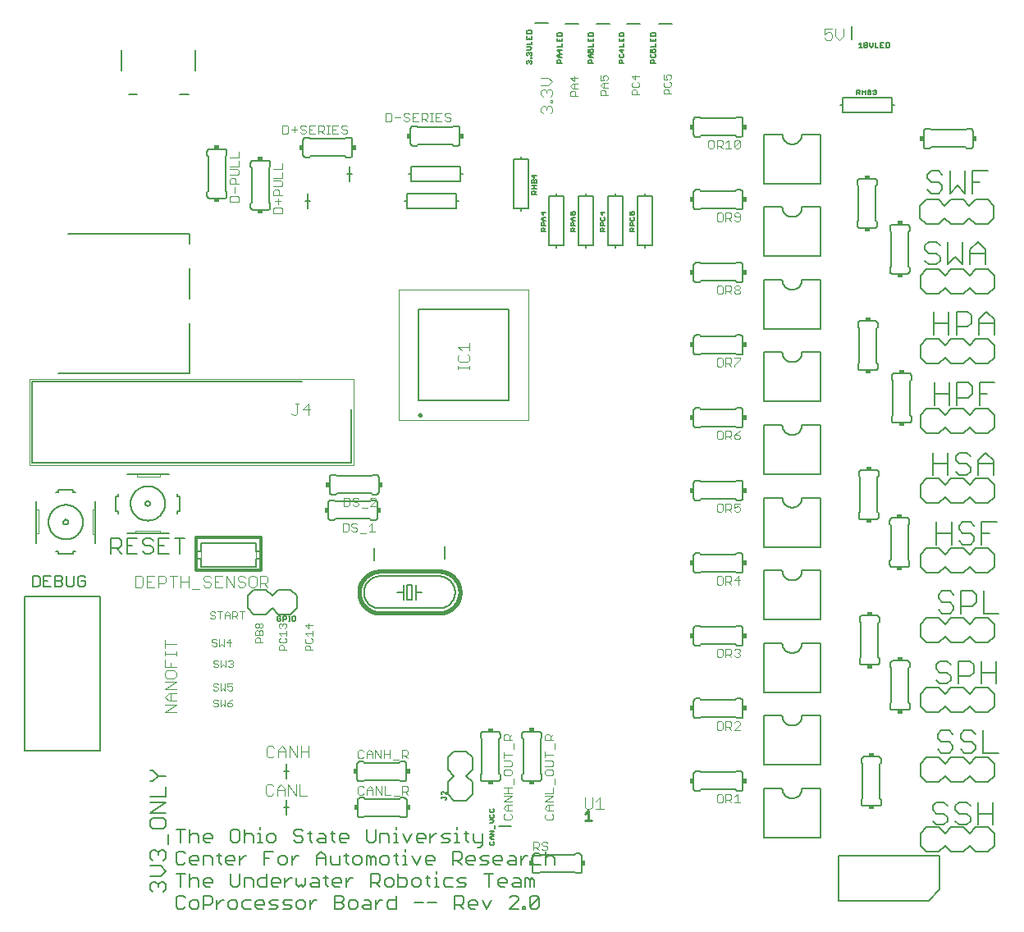
<source format=gto>
G75*
%MOIN*%
%OFA0B0*%
%FSLAX25Y25*%
%IPPOS*%
%LPD*%
%AMOC8*
5,1,8,0,0,1.08239X$1,22.5*
%
%ADD10C,0.00800*%
%ADD11C,0.00300*%
%ADD12C,0.00500*%
%ADD13C,0.00400*%
%ADD14C,0.01200*%
%ADD15C,0.00394*%
%ADD16C,0.00600*%
%ADD17C,0.00197*%
%ADD18C,0.00787*%
%ADD19C,0.00984*%
%ADD20C,0.01600*%
%ADD21C,0.00200*%
%ADD22C,0.00700*%
%ADD23R,0.01500X0.02000*%
%ADD24R,0.02000X0.01500*%
%ADD25C,0.01000*%
D10*
X0108880Y0075031D02*
X0108880Y0078031D01*
X0107880Y0078031D01*
X0108880Y0078031D02*
X0109880Y0078031D01*
X0108880Y0078031D02*
X0108880Y0081031D01*
X0108880Y0089795D02*
X0108880Y0092795D01*
X0109880Y0092795D01*
X0108880Y0092795D02*
X0108880Y0095795D01*
X0108880Y0092795D02*
X0107880Y0092795D01*
X0105700Y0156600D02*
X0103200Y0159100D01*
X0100700Y0156600D01*
X0095700Y0156600D01*
X0093200Y0159100D01*
X0093200Y0164100D01*
X0095700Y0166600D01*
X0100700Y0166600D01*
X0103200Y0164100D01*
X0105700Y0166600D01*
X0110700Y0166600D01*
X0113200Y0164100D01*
X0113200Y0159100D01*
X0110700Y0156600D01*
X0105700Y0156600D01*
X0144692Y0178669D02*
X0144692Y0183669D01*
X0173361Y0184097D02*
X0173361Y0179097D01*
X0177000Y0100900D02*
X0182000Y0100900D01*
X0184500Y0098400D01*
X0184500Y0093400D01*
X0182000Y0090900D01*
X0184500Y0088400D01*
X0184500Y0083400D01*
X0182000Y0080900D01*
X0177000Y0080900D01*
X0174500Y0083400D01*
X0174500Y0088400D01*
X0177000Y0090900D01*
X0174500Y0093400D01*
X0174500Y0098400D01*
X0177000Y0100900D01*
X0195100Y0070400D02*
X0200100Y0070400D01*
X0366479Y0067539D02*
X0366479Y0062539D01*
X0368979Y0060039D01*
X0373979Y0060039D01*
X0376479Y0062539D01*
X0378979Y0060039D01*
X0383979Y0060039D01*
X0386479Y0062539D01*
X0388979Y0060039D01*
X0393979Y0060039D01*
X0396479Y0062539D01*
X0396479Y0067539D01*
X0393979Y0070039D01*
X0388979Y0070039D01*
X0386479Y0067539D01*
X0383979Y0070039D01*
X0378979Y0070039D01*
X0376479Y0067539D01*
X0373979Y0070039D01*
X0368979Y0070039D01*
X0366479Y0067539D01*
X0371450Y0072596D02*
X0372985Y0071061D01*
X0376054Y0071061D01*
X0377589Y0072596D01*
X0377589Y0074131D01*
X0376054Y0075665D01*
X0372985Y0075665D01*
X0371450Y0077200D01*
X0371450Y0078735D01*
X0372985Y0080269D01*
X0376054Y0080269D01*
X0377589Y0078735D01*
X0380658Y0078735D02*
X0380658Y0077200D01*
X0382193Y0075665D01*
X0385262Y0075665D01*
X0386797Y0074131D01*
X0386797Y0072596D01*
X0385262Y0071061D01*
X0382193Y0071061D01*
X0380658Y0072596D01*
X0380658Y0078735D02*
X0382193Y0080269D01*
X0385262Y0080269D01*
X0386797Y0078735D01*
X0389866Y0080269D02*
X0389866Y0071061D01*
X0389866Y0075665D02*
X0396005Y0075665D01*
X0396005Y0080269D02*
X0396005Y0071061D01*
X0393979Y0088386D02*
X0388979Y0088386D01*
X0386479Y0090886D01*
X0383979Y0088386D01*
X0378979Y0088386D01*
X0376479Y0090886D01*
X0373979Y0088386D01*
X0368979Y0088386D01*
X0366479Y0090886D01*
X0366479Y0095886D01*
X0368979Y0098386D01*
X0373979Y0098386D01*
X0376479Y0095886D01*
X0378979Y0098386D01*
X0383979Y0098386D01*
X0386479Y0095886D01*
X0388979Y0098386D01*
X0393979Y0098386D01*
X0396479Y0095886D01*
X0396479Y0090886D01*
X0393979Y0088386D01*
X0391953Y0100199D02*
X0398091Y0100199D01*
X0391953Y0100199D02*
X0391953Y0109406D01*
X0388884Y0107872D02*
X0387349Y0109406D01*
X0384280Y0109406D01*
X0382745Y0107872D01*
X0382745Y0106337D01*
X0384280Y0104802D01*
X0387349Y0104802D01*
X0388884Y0103268D01*
X0388884Y0101733D01*
X0387349Y0100199D01*
X0384280Y0100199D01*
X0382745Y0101733D01*
X0379676Y0101733D02*
X0378141Y0100199D01*
X0375072Y0100199D01*
X0373537Y0101733D01*
X0375072Y0104802D02*
X0378141Y0104802D01*
X0379676Y0103268D01*
X0379676Y0101733D01*
X0375072Y0104802D02*
X0373537Y0106337D01*
X0373537Y0107872D01*
X0375072Y0109406D01*
X0378141Y0109406D01*
X0379676Y0107872D01*
X0378979Y0116732D02*
X0376479Y0119232D01*
X0373979Y0116732D01*
X0368979Y0116732D01*
X0366479Y0119232D01*
X0366479Y0124232D01*
X0368979Y0126732D01*
X0373979Y0126732D01*
X0376479Y0124232D01*
X0378979Y0126732D01*
X0383979Y0126732D01*
X0386479Y0124232D01*
X0388979Y0126732D01*
X0393979Y0126732D01*
X0396479Y0124232D01*
X0396479Y0119232D01*
X0393979Y0116732D01*
X0388979Y0116732D01*
X0386479Y0119232D01*
X0383979Y0116732D01*
X0378979Y0116732D01*
X0377368Y0128392D02*
X0374299Y0128392D01*
X0372764Y0129926D01*
X0374299Y0132996D02*
X0377368Y0132996D01*
X0378903Y0131461D01*
X0378903Y0129926D01*
X0377368Y0128392D01*
X0381972Y0128392D02*
X0381972Y0137599D01*
X0386576Y0137599D01*
X0388111Y0136065D01*
X0388111Y0132996D01*
X0386576Y0131461D01*
X0381972Y0131461D01*
X0378903Y0136065D02*
X0377368Y0137599D01*
X0374299Y0137599D01*
X0372764Y0136065D01*
X0372764Y0134530D01*
X0374299Y0132996D01*
X0373979Y0145079D02*
X0368979Y0145079D01*
X0366479Y0147579D01*
X0366479Y0152579D01*
X0368979Y0155079D01*
X0373979Y0155079D01*
X0376479Y0152579D01*
X0378979Y0155079D01*
X0383979Y0155079D01*
X0386479Y0152579D01*
X0388979Y0155079D01*
X0393979Y0155079D01*
X0396479Y0152579D01*
X0396479Y0147579D01*
X0393979Y0145079D01*
X0388979Y0145079D01*
X0386479Y0147579D01*
X0383979Y0145079D01*
X0378979Y0145079D01*
X0376479Y0147579D01*
X0373979Y0145079D01*
X0375343Y0156933D02*
X0373809Y0158468D01*
X0375343Y0156933D02*
X0378413Y0156933D01*
X0379947Y0158468D01*
X0379947Y0160002D01*
X0378413Y0161537D01*
X0375343Y0161537D01*
X0373809Y0163072D01*
X0373809Y0164606D01*
X0375343Y0166141D01*
X0378413Y0166141D01*
X0379947Y0164606D01*
X0383017Y0166141D02*
X0387620Y0166141D01*
X0389155Y0164606D01*
X0389155Y0161537D01*
X0387620Y0160002D01*
X0383017Y0160002D01*
X0383017Y0156933D02*
X0383017Y0166141D01*
X0383979Y0173425D02*
X0378979Y0173425D01*
X0376479Y0175925D01*
X0373979Y0173425D01*
X0368979Y0173425D01*
X0366479Y0175925D01*
X0366479Y0180925D01*
X0368979Y0183425D01*
X0373979Y0183425D01*
X0376479Y0180925D01*
X0378979Y0183425D01*
X0383979Y0183425D01*
X0386479Y0180925D01*
X0388979Y0183425D01*
X0393979Y0183425D01*
X0396479Y0180925D01*
X0396479Y0175925D01*
X0393979Y0173425D01*
X0388979Y0173425D01*
X0386479Y0175925D01*
X0383979Y0173425D01*
X0392224Y0166141D02*
X0392224Y0156933D01*
X0398363Y0156933D01*
X0397319Y0137599D02*
X0397319Y0128392D01*
X0397319Y0132996D02*
X0391180Y0132996D01*
X0391180Y0137599D02*
X0391180Y0128392D01*
X0391363Y0184953D02*
X0391363Y0194161D01*
X0397501Y0194161D01*
X0394432Y0189557D02*
X0391363Y0189557D01*
X0388294Y0188023D02*
X0388294Y0186488D01*
X0386759Y0184953D01*
X0383690Y0184953D01*
X0382155Y0186488D01*
X0383690Y0189557D02*
X0386759Y0189557D01*
X0388294Y0188023D01*
X0388294Y0192627D02*
X0386759Y0194161D01*
X0383690Y0194161D01*
X0382155Y0192627D01*
X0382155Y0191092D01*
X0383690Y0189557D01*
X0379086Y0189557D02*
X0372947Y0189557D01*
X0372947Y0184953D02*
X0372947Y0194161D01*
X0379086Y0194161D02*
X0379086Y0184953D01*
X0378979Y0201772D02*
X0376479Y0204272D01*
X0373979Y0201772D01*
X0368979Y0201772D01*
X0366479Y0204272D01*
X0366479Y0209272D01*
X0368979Y0211772D01*
X0373979Y0211772D01*
X0376479Y0209272D01*
X0378979Y0211772D01*
X0383979Y0211772D01*
X0386479Y0209272D01*
X0388979Y0211772D01*
X0393979Y0211772D01*
X0396479Y0209272D01*
X0396479Y0204272D01*
X0393979Y0201772D01*
X0388979Y0201772D01*
X0386479Y0204272D01*
X0383979Y0201772D01*
X0378979Y0201772D01*
X0377710Y0213107D02*
X0377710Y0222315D01*
X0380779Y0220780D02*
X0380779Y0219245D01*
X0382314Y0217711D01*
X0385383Y0217711D01*
X0386918Y0216176D01*
X0386918Y0214641D01*
X0385383Y0213107D01*
X0382314Y0213107D01*
X0380779Y0214641D01*
X0377710Y0217711D02*
X0371571Y0217711D01*
X0371571Y0213107D02*
X0371571Y0222315D01*
X0373979Y0230118D02*
X0368979Y0230118D01*
X0366479Y0232618D01*
X0366479Y0237618D01*
X0368979Y0240118D01*
X0373979Y0240118D01*
X0376479Y0237618D01*
X0378979Y0240118D01*
X0383979Y0240118D01*
X0386479Y0237618D01*
X0388979Y0240118D01*
X0393979Y0240118D01*
X0396479Y0237618D01*
X0396479Y0232618D01*
X0393979Y0230118D01*
X0388979Y0230118D01*
X0386479Y0232618D01*
X0383979Y0230118D01*
X0378979Y0230118D01*
X0376479Y0232618D01*
X0373979Y0230118D01*
X0382314Y0222315D02*
X0380779Y0220780D01*
X0382314Y0222315D02*
X0385383Y0222315D01*
X0386918Y0220780D01*
X0389987Y0219245D02*
X0393056Y0222315D01*
X0396125Y0219245D01*
X0396125Y0213107D01*
X0396125Y0217711D02*
X0389987Y0217711D01*
X0389987Y0219245D02*
X0389987Y0213107D01*
X0390560Y0241554D02*
X0390560Y0250762D01*
X0396698Y0250762D01*
X0393629Y0246158D02*
X0390560Y0246158D01*
X0387491Y0246158D02*
X0387491Y0249227D01*
X0385956Y0250762D01*
X0381352Y0250762D01*
X0381352Y0241554D01*
X0378283Y0241554D02*
X0378283Y0250762D01*
X0378283Y0246158D02*
X0372144Y0246158D01*
X0372144Y0241554D02*
X0372144Y0250762D01*
X0373979Y0258465D02*
X0368979Y0258465D01*
X0366479Y0260965D01*
X0366479Y0265965D01*
X0368979Y0268465D01*
X0373979Y0268465D01*
X0376479Y0265965D01*
X0378979Y0268465D01*
X0383979Y0268465D01*
X0386479Y0265965D01*
X0388979Y0268465D01*
X0393979Y0268465D01*
X0396479Y0265965D01*
X0396479Y0260965D01*
X0393979Y0258465D01*
X0388979Y0258465D01*
X0386479Y0260965D01*
X0383979Y0258465D01*
X0378979Y0258465D01*
X0376479Y0260965D01*
X0373979Y0258465D01*
X0371914Y0270350D02*
X0371914Y0279558D01*
X0371914Y0274954D02*
X0378052Y0274954D01*
X0381122Y0273420D02*
X0385726Y0273420D01*
X0387260Y0274954D01*
X0387260Y0278024D01*
X0385726Y0279558D01*
X0381122Y0279558D01*
X0381122Y0270350D01*
X0378052Y0270350D02*
X0378052Y0279558D01*
X0378979Y0286811D02*
X0376479Y0289311D01*
X0373979Y0286811D01*
X0368979Y0286811D01*
X0366479Y0289311D01*
X0366479Y0294311D01*
X0368979Y0296811D01*
X0373979Y0296811D01*
X0376479Y0294311D01*
X0378979Y0296811D01*
X0383979Y0296811D01*
X0386479Y0294311D01*
X0388979Y0296811D01*
X0393979Y0296811D01*
X0396479Y0294311D01*
X0396479Y0289311D01*
X0393979Y0286811D01*
X0388979Y0286811D01*
X0386479Y0289311D01*
X0383979Y0286811D01*
X0378979Y0286811D01*
X0377495Y0298735D02*
X0380565Y0301805D01*
X0383634Y0298735D01*
X0383634Y0307943D01*
X0386703Y0304874D02*
X0389773Y0307943D01*
X0392842Y0304874D01*
X0392842Y0298735D01*
X0392842Y0303339D02*
X0386703Y0303339D01*
X0386703Y0304874D02*
X0386703Y0298735D01*
X0377495Y0298735D02*
X0377495Y0307943D01*
X0374426Y0306409D02*
X0372891Y0307943D01*
X0369822Y0307943D01*
X0368288Y0306409D01*
X0368288Y0304874D01*
X0369822Y0303339D01*
X0372891Y0303339D01*
X0374426Y0301805D01*
X0374426Y0300270D01*
X0372891Y0298735D01*
X0369822Y0298735D01*
X0368288Y0300270D01*
X0368779Y0315157D02*
X0373779Y0315157D01*
X0376279Y0317657D01*
X0378779Y0315157D01*
X0383779Y0315157D01*
X0386279Y0317657D01*
X0388779Y0315157D01*
X0393779Y0315157D01*
X0396279Y0317657D01*
X0396279Y0322657D01*
X0393779Y0325157D01*
X0388779Y0325157D01*
X0386279Y0322657D01*
X0383779Y0325157D01*
X0378779Y0325157D01*
X0376279Y0322657D01*
X0373779Y0325157D01*
X0368779Y0325157D01*
X0366279Y0322657D01*
X0366279Y0317657D01*
X0368779Y0315157D01*
X0370776Y0327628D02*
X0369242Y0329162D01*
X0370776Y0327628D02*
X0373845Y0327628D01*
X0375380Y0329162D01*
X0375380Y0330697D01*
X0373845Y0332232D01*
X0370776Y0332232D01*
X0369242Y0333766D01*
X0369242Y0335301D01*
X0370776Y0336836D01*
X0373845Y0336836D01*
X0375380Y0335301D01*
X0378449Y0336836D02*
X0378449Y0327628D01*
X0381519Y0330697D01*
X0384588Y0327628D01*
X0384588Y0336836D01*
X0387657Y0336836D02*
X0393796Y0336836D01*
X0390727Y0332232D02*
X0387657Y0332232D01*
X0387657Y0327628D02*
X0387657Y0336836D01*
X0354878Y0360508D02*
X0334878Y0360508D01*
X0334878Y0363508D01*
X0333878Y0363508D01*
X0334878Y0363508D02*
X0334878Y0366508D01*
X0354878Y0366508D01*
X0354878Y0363508D01*
X0355878Y0363508D01*
X0354878Y0363508D02*
X0354878Y0360508D01*
X0338408Y0390108D02*
X0338408Y0395482D01*
X0265507Y0396378D02*
X0260133Y0396378D01*
X0252722Y0396378D02*
X0247348Y0396378D01*
X0240142Y0396378D02*
X0234768Y0396378D01*
X0227544Y0396378D02*
X0222170Y0396378D01*
X0215207Y0396723D02*
X0209833Y0396723D01*
X0204363Y0342513D02*
X0204363Y0341513D01*
X0207363Y0341513D01*
X0207363Y0321513D01*
X0204363Y0321513D01*
X0204363Y0320513D01*
X0204363Y0321513D02*
X0201363Y0321513D01*
X0201363Y0341513D01*
X0204363Y0341513D01*
X0215600Y0326400D02*
X0218600Y0326400D01*
X0218600Y0327400D01*
X0218600Y0326400D02*
X0221600Y0326400D01*
X0221600Y0306400D01*
X0218600Y0306400D01*
X0218600Y0305400D01*
X0218600Y0306400D02*
X0215600Y0306400D01*
X0215600Y0326400D01*
X0227600Y0326400D02*
X0230600Y0326400D01*
X0230600Y0327400D01*
X0230600Y0326400D02*
X0233600Y0326400D01*
X0233600Y0306400D01*
X0230600Y0306400D01*
X0230600Y0305400D01*
X0230600Y0306400D02*
X0227600Y0306400D01*
X0227600Y0326400D01*
X0239600Y0326400D02*
X0242600Y0326400D01*
X0242600Y0327400D01*
X0242600Y0326400D02*
X0245600Y0326400D01*
X0245600Y0306400D01*
X0242600Y0306400D01*
X0242600Y0305400D01*
X0242600Y0306400D02*
X0239600Y0306400D01*
X0239600Y0326400D01*
X0251600Y0326400D02*
X0254600Y0326400D01*
X0254600Y0327400D01*
X0254600Y0326400D02*
X0257600Y0326400D01*
X0257600Y0306400D01*
X0254600Y0306400D01*
X0254600Y0305400D01*
X0254600Y0306400D02*
X0251600Y0306400D01*
X0251600Y0326400D01*
X0180562Y0335630D02*
X0179562Y0335630D01*
X0179562Y0332630D01*
X0159562Y0332630D01*
X0159562Y0335630D01*
X0158562Y0335630D01*
X0159562Y0335630D02*
X0159562Y0338630D01*
X0179562Y0338630D01*
X0179562Y0335630D01*
X0177895Y0327549D02*
X0177895Y0324549D01*
X0178895Y0324549D01*
X0177895Y0324549D02*
X0177895Y0321549D01*
X0157895Y0321549D01*
X0157895Y0324549D01*
X0156895Y0324549D01*
X0157895Y0324549D02*
X0157895Y0327549D01*
X0177895Y0327549D01*
X0135454Y0335634D02*
X0134454Y0335634D01*
X0133454Y0335634D01*
X0134454Y0335634D02*
X0134454Y0332634D01*
X0134454Y0335634D02*
X0134454Y0338634D01*
X0118454Y0324635D02*
X0117454Y0324635D01*
X0116454Y0324635D01*
X0117454Y0324635D02*
X0117454Y0321635D01*
X0117454Y0324635D02*
X0117454Y0327635D01*
X0069538Y0311131D02*
X0069538Y0307194D01*
X0069538Y0311131D02*
X0020325Y0311131D01*
X0069538Y0297352D02*
X0069538Y0284754D01*
X0069538Y0274911D02*
X0069538Y0254439D01*
X0016388Y0254439D01*
X0044819Y0367784D02*
X0048363Y0367784D01*
X0042064Y0377627D02*
X0042064Y0385894D01*
X0065686Y0367784D02*
X0069229Y0367784D01*
X0071985Y0377627D02*
X0071985Y0385894D01*
X0381352Y0244623D02*
X0385956Y0244623D01*
X0387491Y0246158D01*
X0390330Y0270350D02*
X0390330Y0276489D01*
X0393399Y0279558D01*
X0396468Y0276489D01*
X0396468Y0270350D01*
X0396468Y0274954D02*
X0390330Y0274954D01*
D11*
X0265156Y0368048D02*
X0262253Y0368048D01*
X0262253Y0369500D01*
X0262737Y0369983D01*
X0263705Y0369983D01*
X0264188Y0369500D01*
X0264188Y0368048D01*
X0264672Y0370995D02*
X0262737Y0370995D01*
X0262253Y0371479D01*
X0262253Y0372446D01*
X0262737Y0372930D01*
X0262253Y0373941D02*
X0263705Y0373941D01*
X0263221Y0374909D01*
X0263221Y0375393D01*
X0263705Y0375876D01*
X0264672Y0375876D01*
X0265156Y0375393D01*
X0265156Y0374425D01*
X0264672Y0373941D01*
X0264672Y0372930D02*
X0265156Y0372446D01*
X0265156Y0371479D01*
X0264672Y0370995D01*
X0262253Y0373941D02*
X0262253Y0375876D01*
X0252179Y0375196D02*
X0249277Y0375196D01*
X0250728Y0373745D01*
X0250728Y0375680D01*
X0249761Y0372733D02*
X0249277Y0372249D01*
X0249277Y0371282D01*
X0249761Y0370798D01*
X0251696Y0370798D01*
X0252179Y0371282D01*
X0252179Y0372249D01*
X0251696Y0372733D01*
X0250728Y0369787D02*
X0251212Y0369303D01*
X0251212Y0367852D01*
X0252179Y0367852D02*
X0249277Y0367852D01*
X0249277Y0369303D01*
X0249761Y0369787D01*
X0250728Y0369787D01*
X0239419Y0370611D02*
X0237484Y0370611D01*
X0236516Y0371578D01*
X0237484Y0372546D01*
X0239419Y0372546D01*
X0238935Y0373557D02*
X0239419Y0374041D01*
X0239419Y0375008D01*
X0238935Y0375492D01*
X0237967Y0375492D01*
X0237484Y0375008D01*
X0237484Y0374525D01*
X0237967Y0373557D01*
X0236516Y0373557D01*
X0236516Y0375492D01*
X0237967Y0372546D02*
X0237967Y0370611D01*
X0237967Y0369599D02*
X0238451Y0369115D01*
X0238451Y0367664D01*
X0239419Y0367664D02*
X0236516Y0367664D01*
X0236516Y0369115D01*
X0237000Y0369599D01*
X0237967Y0369599D01*
X0227258Y0370208D02*
X0225323Y0370208D01*
X0224356Y0371175D01*
X0225323Y0372143D01*
X0227258Y0372143D01*
X0225807Y0372143D02*
X0225807Y0370208D01*
X0225807Y0369196D02*
X0226291Y0368712D01*
X0226291Y0367261D01*
X0227258Y0367261D02*
X0224356Y0367261D01*
X0224356Y0368712D01*
X0224839Y0369196D01*
X0225807Y0369196D01*
X0225807Y0373154D02*
X0225807Y0375089D01*
X0227258Y0374605D02*
X0224356Y0374605D01*
X0225807Y0373154D01*
X0091795Y0157738D02*
X0089860Y0157738D01*
X0090828Y0157738D02*
X0090828Y0154835D01*
X0088849Y0154835D02*
X0087881Y0155803D01*
X0088365Y0155803D02*
X0086914Y0155803D01*
X0086914Y0154835D02*
X0086914Y0157738D01*
X0088365Y0157738D01*
X0088849Y0157254D01*
X0088849Y0156287D01*
X0088365Y0155803D01*
X0085902Y0156287D02*
X0083967Y0156287D01*
X0083967Y0156770D02*
X0084935Y0157738D01*
X0085902Y0156770D01*
X0085902Y0154835D01*
X0083967Y0154835D02*
X0083967Y0156770D01*
X0082956Y0157738D02*
X0081021Y0157738D01*
X0081988Y0157738D02*
X0081988Y0154835D01*
X0080009Y0155319D02*
X0079525Y0154835D01*
X0078558Y0154835D01*
X0078074Y0155319D01*
X0078558Y0156287D02*
X0079525Y0156287D01*
X0080009Y0155803D01*
X0080009Y0155319D01*
X0078558Y0156287D02*
X0078074Y0156770D01*
X0078074Y0157254D01*
X0078558Y0157738D01*
X0079525Y0157738D01*
X0080009Y0157254D01*
X0080159Y0146541D02*
X0079191Y0146541D01*
X0078708Y0146057D01*
X0078708Y0145574D01*
X0079191Y0145090D01*
X0080159Y0145090D01*
X0080642Y0144606D01*
X0080642Y0144122D01*
X0080159Y0143639D01*
X0079191Y0143639D01*
X0078708Y0144122D01*
X0080642Y0146057D02*
X0080159Y0146541D01*
X0081654Y0146541D02*
X0081654Y0143639D01*
X0082622Y0144606D01*
X0083589Y0143639D01*
X0083589Y0146541D01*
X0084601Y0145090D02*
X0086536Y0145090D01*
X0086052Y0143639D02*
X0086052Y0146541D01*
X0084601Y0145090D01*
X0084289Y0137973D02*
X0084289Y0135070D01*
X0083321Y0136038D01*
X0082354Y0135070D01*
X0082354Y0137973D01*
X0081342Y0137489D02*
X0080859Y0137973D01*
X0079891Y0137973D01*
X0079407Y0137489D01*
X0079407Y0137005D01*
X0079891Y0136522D01*
X0080859Y0136522D01*
X0081342Y0136038D01*
X0081342Y0135554D01*
X0080859Y0135070D01*
X0079891Y0135070D01*
X0079407Y0135554D01*
X0085300Y0135554D02*
X0085784Y0135070D01*
X0086752Y0135070D01*
X0087235Y0135554D01*
X0087235Y0136038D01*
X0086752Y0136522D01*
X0086268Y0136522D01*
X0086752Y0136522D02*
X0087235Y0137005D01*
X0087235Y0137489D01*
X0086752Y0137973D01*
X0085784Y0137973D01*
X0085300Y0137489D01*
X0085067Y0128576D02*
X0085067Y0127125D01*
X0086035Y0127609D01*
X0086518Y0127609D01*
X0087002Y0127125D01*
X0087002Y0126157D01*
X0086518Y0125674D01*
X0085551Y0125674D01*
X0085067Y0126157D01*
X0084056Y0125674D02*
X0084056Y0128576D01*
X0085067Y0128576D02*
X0087002Y0128576D01*
X0084056Y0125674D02*
X0083088Y0126641D01*
X0082121Y0125674D01*
X0082121Y0128576D01*
X0081109Y0128092D02*
X0080625Y0128576D01*
X0079658Y0128576D01*
X0079174Y0128092D01*
X0079174Y0127609D01*
X0079658Y0127125D01*
X0080625Y0127125D01*
X0081109Y0126641D01*
X0081109Y0126157D01*
X0080625Y0125674D01*
X0079658Y0125674D01*
X0079174Y0126157D01*
X0079658Y0121976D02*
X0079174Y0121492D01*
X0079174Y0121009D01*
X0079658Y0120525D01*
X0080625Y0120525D01*
X0081109Y0120041D01*
X0081109Y0119557D01*
X0080625Y0119074D01*
X0079658Y0119074D01*
X0079174Y0119557D01*
X0079658Y0121976D02*
X0080625Y0121976D01*
X0081109Y0121492D01*
X0082121Y0121976D02*
X0082121Y0119074D01*
X0083088Y0120041D01*
X0084056Y0119074D01*
X0084056Y0121976D01*
X0085067Y0120525D02*
X0086518Y0120525D01*
X0087002Y0120041D01*
X0087002Y0119557D01*
X0086518Y0119074D01*
X0085551Y0119074D01*
X0085067Y0119557D01*
X0085067Y0120525D01*
X0086035Y0121492D01*
X0087002Y0121976D01*
X0096396Y0145163D02*
X0096396Y0146615D01*
X0096880Y0147098D01*
X0097847Y0147098D01*
X0098331Y0146615D01*
X0098331Y0145163D01*
X0099298Y0145163D02*
X0096396Y0145163D01*
X0096396Y0148110D02*
X0096396Y0149561D01*
X0096880Y0150045D01*
X0097363Y0150045D01*
X0097847Y0149561D01*
X0097847Y0148110D01*
X0097847Y0149561D02*
X0098331Y0150045D01*
X0098815Y0150045D01*
X0099298Y0149561D01*
X0099298Y0148110D01*
X0096396Y0148110D01*
X0096880Y0151056D02*
X0097363Y0151056D01*
X0097847Y0151540D01*
X0097847Y0152508D01*
X0098331Y0152991D01*
X0098815Y0152991D01*
X0099298Y0152508D01*
X0099298Y0151540D01*
X0098815Y0151056D01*
X0098331Y0151056D01*
X0097847Y0151540D01*
X0097847Y0152508D02*
X0097363Y0152991D01*
X0096880Y0152991D01*
X0096396Y0152508D01*
X0096396Y0151540D01*
X0096880Y0151056D01*
X0105940Y0151443D02*
X0105940Y0152411D01*
X0106424Y0152895D01*
X0106907Y0152895D01*
X0107391Y0152411D01*
X0107875Y0152895D01*
X0108359Y0152895D01*
X0108842Y0152411D01*
X0108842Y0151443D01*
X0108359Y0150960D01*
X0108842Y0149948D02*
X0108842Y0148013D01*
X0108842Y0148981D02*
X0105940Y0148981D01*
X0106907Y0148013D01*
X0106424Y0147002D02*
X0105940Y0146518D01*
X0105940Y0145550D01*
X0106424Y0145067D01*
X0108359Y0145067D01*
X0108842Y0145550D01*
X0108842Y0146518D01*
X0108359Y0147002D01*
X0107391Y0144055D02*
X0107875Y0143571D01*
X0107875Y0142120D01*
X0108842Y0142120D02*
X0105940Y0142120D01*
X0105940Y0143571D01*
X0106424Y0144055D01*
X0107391Y0144055D01*
X0106424Y0150960D02*
X0105940Y0151443D01*
X0107391Y0151927D02*
X0107391Y0152411D01*
X0116568Y0152323D02*
X0118019Y0150872D01*
X0118019Y0152807D01*
X0116568Y0152323D02*
X0119471Y0152323D01*
X0119471Y0149861D02*
X0119471Y0147926D01*
X0119471Y0148893D02*
X0116568Y0148893D01*
X0117536Y0147926D01*
X0117052Y0146914D02*
X0116568Y0146430D01*
X0116568Y0145463D01*
X0117052Y0144979D01*
X0118987Y0144979D01*
X0119471Y0145463D01*
X0119471Y0146430D01*
X0118987Y0146914D01*
X0118019Y0143968D02*
X0117052Y0143968D01*
X0116568Y0143484D01*
X0116568Y0142033D01*
X0119471Y0142033D01*
X0118503Y0142033D02*
X0118503Y0143484D01*
X0118019Y0143968D01*
D12*
X0112191Y0153950D02*
X0112508Y0154267D01*
X0112508Y0155535D01*
X0112191Y0155852D01*
X0111557Y0155852D01*
X0111240Y0155535D01*
X0111240Y0154267D01*
X0111557Y0153950D01*
X0112191Y0153950D01*
X0110401Y0153950D02*
X0109767Y0153950D01*
X0110084Y0153950D02*
X0110084Y0155852D01*
X0109767Y0155852D02*
X0110401Y0155852D01*
X0108825Y0155535D02*
X0108825Y0154901D01*
X0108508Y0154584D01*
X0107557Y0154584D01*
X0107557Y0153950D02*
X0107557Y0155852D01*
X0108508Y0155852D01*
X0108825Y0155535D01*
X0106615Y0155535D02*
X0106298Y0155852D01*
X0105664Y0155852D01*
X0105347Y0155535D01*
X0105347Y0154267D01*
X0105664Y0153950D01*
X0106298Y0153950D01*
X0106615Y0154267D01*
X0106615Y0154901D01*
X0105981Y0154901D01*
X0096477Y0175935D02*
X0074233Y0175935D01*
X0074233Y0179123D01*
X0072264Y0179123D01*
X0072264Y0182312D02*
X0074233Y0182312D01*
X0074233Y0185383D01*
X0096477Y0185383D01*
X0096477Y0182312D01*
X0098445Y0182312D01*
X0098445Y0179123D02*
X0096477Y0179123D01*
X0096477Y0175935D01*
X0033285Y0163972D02*
X0002734Y0163972D01*
X0002734Y0101216D01*
X0033285Y0101216D01*
X0033285Y0163972D01*
X0027195Y0168594D02*
X0027195Y0170096D01*
X0025694Y0170096D01*
X0027195Y0171597D02*
X0026444Y0172348D01*
X0024943Y0172348D01*
X0024192Y0171597D01*
X0024192Y0168594D01*
X0024943Y0167844D01*
X0026444Y0167844D01*
X0027195Y0168594D01*
X0022591Y0168594D02*
X0022591Y0172348D01*
X0019589Y0172348D02*
X0019589Y0168594D01*
X0020339Y0167844D01*
X0021840Y0167844D01*
X0022591Y0168594D01*
X0017987Y0168594D02*
X0017237Y0167844D01*
X0014985Y0167844D01*
X0014985Y0172348D01*
X0017237Y0172348D01*
X0017987Y0171597D01*
X0017987Y0170846D01*
X0017237Y0170096D01*
X0014985Y0170096D01*
X0017237Y0170096D02*
X0017987Y0169345D01*
X0017987Y0168594D01*
X0013383Y0167844D02*
X0010381Y0167844D01*
X0010381Y0172348D01*
X0013383Y0172348D01*
X0011882Y0170096D02*
X0010381Y0170096D01*
X0008779Y0168594D02*
X0008779Y0171597D01*
X0008029Y0172348D01*
X0005777Y0172348D01*
X0005777Y0167844D01*
X0008029Y0167844D01*
X0008779Y0168594D01*
X0064145Y0069293D02*
X0067815Y0069293D01*
X0065980Y0069293D02*
X0065980Y0063788D01*
X0066897Y0060293D02*
X0065062Y0060293D01*
X0064145Y0059376D01*
X0064145Y0055706D01*
X0065062Y0054788D01*
X0066897Y0054788D01*
X0067815Y0055706D01*
X0069670Y0055706D02*
X0069670Y0057541D01*
X0070587Y0058458D01*
X0072422Y0058458D01*
X0073340Y0057541D01*
X0073340Y0056623D01*
X0069670Y0056623D01*
X0069670Y0055706D02*
X0070587Y0054788D01*
X0072422Y0054788D01*
X0075194Y0054788D02*
X0075194Y0058458D01*
X0077947Y0058458D01*
X0078864Y0057541D01*
X0078864Y0054788D01*
X0081637Y0055706D02*
X0081637Y0059376D01*
X0082554Y0058458D02*
X0080719Y0058458D01*
X0081637Y0055706D02*
X0082554Y0054788D01*
X0084402Y0055706D02*
X0084402Y0057541D01*
X0085320Y0058458D01*
X0087155Y0058458D01*
X0088072Y0057541D01*
X0088072Y0056623D01*
X0084402Y0056623D01*
X0084402Y0055706D02*
X0085320Y0054788D01*
X0087155Y0054788D01*
X0089927Y0054788D02*
X0089927Y0058458D01*
X0089927Y0056623D02*
X0091762Y0058458D01*
X0092679Y0058458D01*
X0091769Y0063788D02*
X0091769Y0069293D01*
X0092686Y0067458D02*
X0094521Y0067458D01*
X0095438Y0066541D01*
X0095438Y0063788D01*
X0097293Y0063788D02*
X0099128Y0063788D01*
X0098211Y0063788D02*
X0098211Y0067458D01*
X0097293Y0067458D01*
X0098211Y0069293D02*
X0098211Y0070210D01*
X0100977Y0066541D02*
X0100977Y0064706D01*
X0101894Y0063788D01*
X0103729Y0063788D01*
X0104646Y0064706D01*
X0104646Y0066541D01*
X0103729Y0067458D01*
X0101894Y0067458D01*
X0100977Y0066541D01*
X0100056Y0060293D02*
X0103726Y0060293D01*
X0101891Y0057541D02*
X0100056Y0057541D01*
X0100056Y0060293D02*
X0100056Y0054788D01*
X0100963Y0051293D02*
X0100963Y0045788D01*
X0098211Y0045788D01*
X0097293Y0046706D01*
X0097293Y0048541D01*
X0098211Y0049458D01*
X0100963Y0049458D01*
X0102818Y0048541D02*
X0103736Y0049458D01*
X0105570Y0049458D01*
X0106488Y0048541D01*
X0106488Y0047623D01*
X0102818Y0047623D01*
X0102818Y0046706D02*
X0102818Y0048541D01*
X0102818Y0046706D02*
X0103736Y0045788D01*
X0105570Y0045788D01*
X0108343Y0045788D02*
X0108343Y0049458D01*
X0108343Y0047623D02*
X0110178Y0049458D01*
X0111095Y0049458D01*
X0112947Y0049458D02*
X0112947Y0046706D01*
X0113864Y0045788D01*
X0114782Y0046706D01*
X0115699Y0045788D01*
X0116617Y0046706D01*
X0116617Y0049458D01*
X0119389Y0049458D02*
X0121224Y0049458D01*
X0122141Y0048541D01*
X0122141Y0045788D01*
X0119389Y0045788D01*
X0118471Y0046706D01*
X0119389Y0047623D01*
X0122141Y0047623D01*
X0123996Y0049458D02*
X0125831Y0049458D01*
X0124914Y0050376D02*
X0124914Y0046706D01*
X0125831Y0045788D01*
X0127679Y0046706D02*
X0127679Y0048541D01*
X0128597Y0049458D01*
X0130432Y0049458D01*
X0131349Y0048541D01*
X0131349Y0047623D01*
X0127679Y0047623D01*
X0127679Y0046706D02*
X0128597Y0045788D01*
X0130432Y0045788D01*
X0133204Y0045788D02*
X0133204Y0049458D01*
X0133204Y0047623D02*
X0135039Y0049458D01*
X0135956Y0049458D01*
X0136884Y0054788D02*
X0135966Y0055706D01*
X0135966Y0057541D01*
X0136884Y0058458D01*
X0138719Y0058458D01*
X0139636Y0057541D01*
X0139636Y0055706D01*
X0138719Y0054788D01*
X0136884Y0054788D01*
X0134118Y0054788D02*
X0133201Y0055706D01*
X0133201Y0059376D01*
X0134118Y0058458D02*
X0132283Y0058458D01*
X0130428Y0058458D02*
X0130428Y0054788D01*
X0127676Y0054788D01*
X0126759Y0055706D01*
X0126759Y0058458D01*
X0124904Y0058458D02*
X0124904Y0054788D01*
X0124904Y0057541D02*
X0121234Y0057541D01*
X0121234Y0058458D02*
X0123069Y0060293D01*
X0124904Y0058458D01*
X0121234Y0058458D02*
X0121234Y0054788D01*
X0113857Y0058458D02*
X0112940Y0058458D01*
X0111105Y0056623D01*
X0111105Y0054788D02*
X0111105Y0058458D01*
X0109250Y0057541D02*
X0109250Y0055706D01*
X0108333Y0054788D01*
X0106498Y0054788D01*
X0105580Y0055706D01*
X0105580Y0057541D01*
X0106498Y0058458D01*
X0108333Y0058458D01*
X0109250Y0057541D01*
X0112943Y0063788D02*
X0112026Y0064706D01*
X0112943Y0063788D02*
X0114778Y0063788D01*
X0115696Y0064706D01*
X0115696Y0065623D01*
X0114778Y0066541D01*
X0112943Y0066541D01*
X0112026Y0067458D01*
X0112026Y0068376D01*
X0112943Y0069293D01*
X0114778Y0069293D01*
X0115696Y0068376D01*
X0117551Y0067458D02*
X0119386Y0067458D01*
X0118468Y0068376D02*
X0118468Y0064706D01*
X0119386Y0063788D01*
X0121234Y0064706D02*
X0122151Y0065623D01*
X0124904Y0065623D01*
X0124904Y0066541D02*
X0124904Y0063788D01*
X0122151Y0063788D01*
X0121234Y0064706D01*
X0122151Y0067458D02*
X0123986Y0067458D01*
X0124904Y0066541D01*
X0126759Y0067458D02*
X0128593Y0067458D01*
X0127676Y0068376D02*
X0127676Y0064706D01*
X0128593Y0063788D01*
X0130442Y0064706D02*
X0130442Y0066541D01*
X0131359Y0067458D01*
X0133194Y0067458D01*
X0134111Y0066541D01*
X0134111Y0065623D01*
X0130442Y0065623D01*
X0130442Y0064706D02*
X0131359Y0063788D01*
X0133194Y0063788D01*
X0141491Y0064706D02*
X0141491Y0069293D01*
X0145161Y0069293D02*
X0145161Y0064706D01*
X0144243Y0063788D01*
X0142409Y0063788D01*
X0141491Y0064706D01*
X0141491Y0058458D02*
X0142409Y0058458D01*
X0143326Y0057541D01*
X0144243Y0058458D01*
X0145161Y0057541D01*
X0145161Y0054788D01*
X0143326Y0054788D02*
X0143326Y0057541D01*
X0141491Y0058458D02*
X0141491Y0054788D01*
X0143333Y0051293D02*
X0146085Y0051293D01*
X0147002Y0050376D01*
X0147002Y0048541D01*
X0146085Y0047623D01*
X0143333Y0047623D01*
X0145168Y0047623D02*
X0147002Y0045788D01*
X0148857Y0046706D02*
X0149775Y0045788D01*
X0151610Y0045788D01*
X0152527Y0046706D01*
X0152527Y0048541D01*
X0151610Y0049458D01*
X0149775Y0049458D01*
X0148857Y0048541D01*
X0148857Y0046706D01*
X0143333Y0045788D02*
X0143333Y0051293D01*
X0147016Y0055706D02*
X0147933Y0054788D01*
X0149768Y0054788D01*
X0150686Y0055706D01*
X0150686Y0057541D01*
X0149768Y0058458D01*
X0147933Y0058458D01*
X0147016Y0057541D01*
X0147016Y0055706D01*
X0152541Y0058458D02*
X0154375Y0058458D01*
X0153458Y0059376D02*
X0153458Y0055706D01*
X0154375Y0054788D01*
X0156224Y0054788D02*
X0158059Y0054788D01*
X0157141Y0054788D02*
X0157141Y0058458D01*
X0156224Y0058458D01*
X0157141Y0060293D02*
X0157141Y0061210D01*
X0158059Y0063788D02*
X0159893Y0067458D01*
X0161748Y0066541D02*
X0162666Y0067458D01*
X0164501Y0067458D01*
X0165418Y0066541D01*
X0165418Y0065623D01*
X0161748Y0065623D01*
X0161748Y0064706D02*
X0161748Y0066541D01*
X0161748Y0064706D02*
X0162666Y0063788D01*
X0164501Y0063788D01*
X0167273Y0063788D02*
X0167273Y0067458D01*
X0167273Y0065623D02*
X0169108Y0067458D01*
X0170025Y0067458D01*
X0171877Y0066541D02*
X0172794Y0067458D01*
X0175547Y0067458D01*
X0177402Y0067458D02*
X0178319Y0067458D01*
X0178319Y0063788D01*
X0177402Y0063788D02*
X0179237Y0063788D01*
X0182002Y0064706D02*
X0182920Y0063788D01*
X0182002Y0064706D02*
X0182002Y0068376D01*
X0181085Y0067458D02*
X0182920Y0067458D01*
X0184768Y0067458D02*
X0184768Y0064706D01*
X0185685Y0063788D01*
X0188438Y0063788D01*
X0188438Y0062871D02*
X0187520Y0061953D01*
X0186603Y0061953D01*
X0188438Y0062871D02*
X0188438Y0067458D01*
X0191448Y0067335D02*
X0193350Y0068603D01*
X0191448Y0068603D01*
X0191448Y0067335D02*
X0193350Y0067335D01*
X0193350Y0066393D02*
X0192082Y0066393D01*
X0191448Y0065759D01*
X0192082Y0065125D01*
X0193350Y0065125D01*
X0192399Y0065125D02*
X0192399Y0066393D01*
X0191765Y0064183D02*
X0191448Y0063866D01*
X0191448Y0063232D01*
X0191765Y0062915D01*
X0193033Y0062915D01*
X0193350Y0063232D01*
X0193350Y0063866D01*
X0193033Y0064183D01*
X0193973Y0058458D02*
X0195807Y0058458D01*
X0196725Y0057541D01*
X0196725Y0056623D01*
X0193055Y0056623D01*
X0193055Y0055706D02*
X0193055Y0057541D01*
X0193973Y0058458D01*
X0191200Y0058458D02*
X0188448Y0058458D01*
X0187530Y0057541D01*
X0188448Y0056623D01*
X0190283Y0056623D01*
X0191200Y0055706D01*
X0190283Y0054788D01*
X0187530Y0054788D01*
X0185675Y0056623D02*
X0185675Y0057541D01*
X0184758Y0058458D01*
X0182923Y0058458D01*
X0182006Y0057541D01*
X0182006Y0055706D01*
X0182923Y0054788D01*
X0184758Y0054788D01*
X0185675Y0056623D02*
X0182006Y0056623D01*
X0180151Y0057541D02*
X0179233Y0056623D01*
X0176481Y0056623D01*
X0176481Y0054788D02*
X0176481Y0060293D01*
X0179233Y0060293D01*
X0180151Y0059376D01*
X0180151Y0057541D01*
X0178316Y0056623D02*
X0180151Y0054788D01*
X0179240Y0049458D02*
X0181992Y0049458D01*
X0181075Y0047623D02*
X0179240Y0047623D01*
X0178323Y0048541D01*
X0179240Y0049458D01*
X0181075Y0047623D02*
X0181992Y0046706D01*
X0181075Y0045788D01*
X0178323Y0045788D01*
X0176468Y0045788D02*
X0173715Y0045788D01*
X0172798Y0046706D01*
X0172798Y0048541D01*
X0173715Y0049458D01*
X0176468Y0049458D01*
X0170950Y0045788D02*
X0169115Y0045788D01*
X0170032Y0045788D02*
X0170032Y0049458D01*
X0169115Y0049458D01*
X0167266Y0049458D02*
X0165432Y0049458D01*
X0166349Y0050376D02*
X0166349Y0046706D01*
X0167266Y0045788D01*
X0163577Y0046706D02*
X0163577Y0048541D01*
X0162659Y0049458D01*
X0160824Y0049458D01*
X0159907Y0048541D01*
X0159907Y0046706D01*
X0160824Y0045788D01*
X0162659Y0045788D01*
X0163577Y0046706D01*
X0170032Y0051293D02*
X0170032Y0052210D01*
X0168184Y0054788D02*
X0166349Y0054788D01*
X0165432Y0055706D01*
X0165432Y0057541D01*
X0166349Y0058458D01*
X0168184Y0058458D01*
X0169101Y0057541D01*
X0169101Y0056623D01*
X0165432Y0056623D01*
X0163577Y0058458D02*
X0161742Y0054788D01*
X0159907Y0058458D01*
X0158059Y0063788D02*
X0156224Y0067458D01*
X0153458Y0067458D02*
X0153458Y0063788D01*
X0152541Y0063788D02*
X0154375Y0063788D01*
X0150686Y0063788D02*
X0150686Y0066541D01*
X0149768Y0067458D01*
X0147016Y0067458D01*
X0147016Y0063788D01*
X0152541Y0067458D02*
X0153458Y0067458D01*
X0153458Y0069293D02*
X0153458Y0070210D01*
X0171877Y0066541D02*
X0172794Y0065623D01*
X0174629Y0065623D01*
X0175547Y0064706D01*
X0174629Y0063788D01*
X0171877Y0063788D01*
X0178319Y0069293D02*
X0178319Y0070210D01*
X0173433Y0081150D02*
X0173750Y0081467D01*
X0173750Y0081784D01*
X0173433Y0082101D01*
X0171848Y0082101D01*
X0171848Y0081784D02*
X0171848Y0082418D01*
X0172165Y0083360D02*
X0171848Y0083677D01*
X0171848Y0084311D01*
X0172165Y0084628D01*
X0172482Y0084628D01*
X0173750Y0083360D01*
X0173750Y0084628D01*
X0191448Y0077125D02*
X0191448Y0076492D01*
X0191765Y0076175D01*
X0193033Y0076175D01*
X0193350Y0076492D01*
X0193350Y0077125D01*
X0193033Y0077442D01*
X0191765Y0077442D02*
X0191448Y0077125D01*
X0191765Y0075233D02*
X0191448Y0074916D01*
X0191448Y0074282D01*
X0191765Y0073965D01*
X0193033Y0073965D01*
X0193350Y0074282D01*
X0193350Y0074916D01*
X0193033Y0075233D01*
X0192716Y0073023D02*
X0191448Y0073023D01*
X0191448Y0071755D02*
X0192716Y0071755D01*
X0193350Y0072389D01*
X0192716Y0073023D01*
X0193667Y0070813D02*
X0193667Y0069545D01*
X0199497Y0058458D02*
X0201332Y0058458D01*
X0202250Y0057541D01*
X0202250Y0054788D01*
X0199497Y0054788D01*
X0198580Y0055706D01*
X0199497Y0056623D01*
X0202250Y0056623D01*
X0204105Y0056623D02*
X0205939Y0058458D01*
X0206857Y0058458D01*
X0208708Y0057541D02*
X0208708Y0055706D01*
X0209626Y0054788D01*
X0212378Y0054788D01*
X0214233Y0054788D02*
X0214233Y0060293D01*
X0215151Y0058458D02*
X0214233Y0057541D01*
X0215151Y0058458D02*
X0216986Y0058458D01*
X0217903Y0057541D01*
X0217903Y0054788D01*
X0212378Y0058458D02*
X0209626Y0058458D01*
X0208708Y0057541D01*
X0204105Y0058458D02*
X0204105Y0054788D01*
X0203174Y0049458D02*
X0201339Y0049458D01*
X0203174Y0049458D02*
X0204091Y0048541D01*
X0204091Y0045788D01*
X0201339Y0045788D01*
X0200421Y0046706D01*
X0201339Y0047623D01*
X0204091Y0047623D01*
X0205946Y0045788D02*
X0205946Y0049458D01*
X0206864Y0049458D01*
X0207781Y0048541D01*
X0208698Y0049458D01*
X0209616Y0048541D01*
X0209616Y0045788D01*
X0207781Y0045788D02*
X0207781Y0048541D01*
X0208705Y0042293D02*
X0210540Y0042293D01*
X0211457Y0041376D01*
X0207788Y0037706D01*
X0208705Y0036788D01*
X0210540Y0036788D01*
X0211457Y0037706D01*
X0211457Y0041376D01*
X0208705Y0042293D02*
X0207788Y0041376D01*
X0207788Y0037706D01*
X0205943Y0037706D02*
X0205943Y0036788D01*
X0205025Y0036788D01*
X0205025Y0037706D01*
X0205943Y0037706D01*
X0203170Y0036788D02*
X0199501Y0036788D01*
X0203170Y0040458D01*
X0203170Y0041376D01*
X0202253Y0042293D01*
X0200418Y0042293D01*
X0199501Y0041376D01*
X0197649Y0045788D02*
X0195814Y0045788D01*
X0194897Y0046706D01*
X0194897Y0048541D01*
X0195814Y0049458D01*
X0197649Y0049458D01*
X0198566Y0048541D01*
X0198566Y0047623D01*
X0194897Y0047623D01*
X0193042Y0051293D02*
X0189372Y0051293D01*
X0191207Y0051293D02*
X0191207Y0045788D01*
X0192121Y0040458D02*
X0190286Y0036788D01*
X0188451Y0040458D01*
X0186596Y0039541D02*
X0186596Y0038623D01*
X0182926Y0038623D01*
X0182926Y0037706D02*
X0182926Y0039541D01*
X0183844Y0040458D01*
X0185679Y0040458D01*
X0186596Y0039541D01*
X0185679Y0036788D02*
X0183844Y0036788D01*
X0182926Y0037706D01*
X0181072Y0036788D02*
X0179237Y0038623D01*
X0180154Y0038623D02*
X0177402Y0038623D01*
X0177402Y0036788D02*
X0177402Y0042293D01*
X0180154Y0042293D01*
X0181072Y0041376D01*
X0181072Y0039541D01*
X0180154Y0038623D01*
X0170022Y0039541D02*
X0166352Y0039541D01*
X0164497Y0039541D02*
X0160828Y0039541D01*
X0157134Y0045788D02*
X0158052Y0046706D01*
X0158052Y0048541D01*
X0157134Y0049458D01*
X0154382Y0049458D01*
X0154382Y0051293D02*
X0154382Y0045788D01*
X0157134Y0045788D01*
X0153448Y0042293D02*
X0153448Y0036788D01*
X0150696Y0036788D01*
X0149778Y0037706D01*
X0149778Y0039541D01*
X0150696Y0040458D01*
X0153448Y0040458D01*
X0147927Y0040458D02*
X0147009Y0040458D01*
X0145174Y0038623D01*
X0145174Y0036788D02*
X0145174Y0040458D01*
X0143319Y0039541D02*
X0143319Y0036788D01*
X0140567Y0036788D01*
X0139650Y0037706D01*
X0140567Y0038623D01*
X0143319Y0038623D01*
X0143319Y0039541D02*
X0142402Y0040458D01*
X0140567Y0040458D01*
X0137795Y0039541D02*
X0136877Y0040458D01*
X0135042Y0040458D01*
X0134125Y0039541D01*
X0134125Y0037706D01*
X0135042Y0036788D01*
X0136877Y0036788D01*
X0137795Y0037706D01*
X0137795Y0039541D01*
X0132270Y0040458D02*
X0132270Y0041376D01*
X0131352Y0042293D01*
X0128600Y0042293D01*
X0128600Y0036788D01*
X0131352Y0036788D01*
X0132270Y0037706D01*
X0132270Y0038623D01*
X0131352Y0039541D01*
X0128600Y0039541D01*
X0131352Y0039541D02*
X0132270Y0040458D01*
X0121224Y0040458D02*
X0120306Y0040458D01*
X0118471Y0038623D01*
X0118471Y0036788D02*
X0118471Y0040458D01*
X0116617Y0039541D02*
X0115699Y0040458D01*
X0113864Y0040458D01*
X0112947Y0039541D01*
X0112947Y0037706D01*
X0113864Y0036788D01*
X0115699Y0036788D01*
X0116617Y0037706D01*
X0116617Y0039541D01*
X0111092Y0040458D02*
X0108339Y0040458D01*
X0107422Y0039541D01*
X0108339Y0038623D01*
X0110174Y0038623D01*
X0111092Y0037706D01*
X0110174Y0036788D01*
X0107422Y0036788D01*
X0105567Y0037706D02*
X0104650Y0038623D01*
X0102815Y0038623D01*
X0101897Y0039541D01*
X0102815Y0040458D01*
X0105567Y0040458D01*
X0105567Y0037706D02*
X0104650Y0036788D01*
X0101897Y0036788D01*
X0100042Y0038623D02*
X0096373Y0038623D01*
X0096373Y0037706D02*
X0096373Y0039541D01*
X0097290Y0040458D01*
X0099125Y0040458D01*
X0100042Y0039541D01*
X0100042Y0038623D01*
X0099125Y0036788D02*
X0097290Y0036788D01*
X0096373Y0037706D01*
X0094518Y0036788D02*
X0091765Y0036788D01*
X0090848Y0037706D01*
X0090848Y0039541D01*
X0091765Y0040458D01*
X0094518Y0040458D01*
X0095438Y0045788D02*
X0095438Y0048541D01*
X0094521Y0049458D01*
X0091769Y0049458D01*
X0091769Y0045788D01*
X0089914Y0046706D02*
X0089914Y0051293D01*
X0086244Y0051293D02*
X0086244Y0046706D01*
X0087161Y0045788D01*
X0088996Y0045788D01*
X0089914Y0046706D01*
X0088075Y0040458D02*
X0086241Y0040458D01*
X0085323Y0039541D01*
X0085323Y0037706D01*
X0086241Y0036788D01*
X0088075Y0036788D01*
X0088993Y0037706D01*
X0088993Y0039541D01*
X0088075Y0040458D01*
X0083472Y0040458D02*
X0082554Y0040458D01*
X0080719Y0038623D01*
X0080719Y0036788D02*
X0080719Y0040458D01*
X0078864Y0039541D02*
X0077947Y0038623D01*
X0075194Y0038623D01*
X0075194Y0036788D02*
X0075194Y0042293D01*
X0077947Y0042293D01*
X0078864Y0041376D01*
X0078864Y0039541D01*
X0073340Y0039541D02*
X0072422Y0040458D01*
X0070587Y0040458D01*
X0069670Y0039541D01*
X0069670Y0037706D01*
X0070587Y0036788D01*
X0072422Y0036788D01*
X0073340Y0037706D01*
X0073340Y0039541D01*
X0067815Y0041376D02*
X0066897Y0042293D01*
X0065062Y0042293D01*
X0064145Y0041376D01*
X0064145Y0037706D01*
X0065062Y0036788D01*
X0066897Y0036788D01*
X0067815Y0037706D01*
X0065980Y0045788D02*
X0065980Y0051293D01*
X0064145Y0051293D02*
X0067815Y0051293D01*
X0069670Y0051293D02*
X0069670Y0045788D01*
X0069670Y0048541D02*
X0070587Y0049458D01*
X0072422Y0049458D01*
X0073340Y0048541D01*
X0073340Y0045788D01*
X0075194Y0046706D02*
X0075194Y0048541D01*
X0076112Y0049458D01*
X0077947Y0049458D01*
X0078864Y0048541D01*
X0078864Y0047623D01*
X0075194Y0047623D01*
X0075194Y0046706D02*
X0076112Y0045788D01*
X0077947Y0045788D01*
X0067815Y0059376D02*
X0066897Y0060293D01*
X0069670Y0063788D02*
X0069670Y0069293D01*
X0070587Y0067458D02*
X0072422Y0067458D01*
X0073340Y0066541D01*
X0073340Y0063788D01*
X0075194Y0064706D02*
X0075194Y0066541D01*
X0076112Y0067458D01*
X0077947Y0067458D01*
X0078864Y0066541D01*
X0078864Y0065623D01*
X0075194Y0065623D01*
X0075194Y0064706D02*
X0076112Y0063788D01*
X0077947Y0063788D01*
X0070587Y0067458D02*
X0069670Y0066541D01*
X0086244Y0068376D02*
X0086244Y0064706D01*
X0087161Y0063788D01*
X0088996Y0063788D01*
X0089914Y0064706D01*
X0089914Y0068376D01*
X0088996Y0069293D01*
X0087161Y0069293D01*
X0086244Y0068376D01*
X0091769Y0066541D02*
X0092686Y0067458D01*
X0193055Y0055706D02*
X0193973Y0054788D01*
X0195807Y0054788D01*
X0212448Y0312230D02*
X0212448Y0313181D01*
X0212765Y0313498D01*
X0213399Y0313498D01*
X0213716Y0313181D01*
X0213716Y0312230D01*
X0214350Y0312230D02*
X0212448Y0312230D01*
X0213716Y0312864D02*
X0214350Y0313498D01*
X0214350Y0314440D02*
X0212448Y0314440D01*
X0212448Y0315391D01*
X0212765Y0315708D01*
X0213399Y0315708D01*
X0213716Y0315391D01*
X0213716Y0314440D01*
X0213399Y0316650D02*
X0213399Y0317918D01*
X0213082Y0317918D02*
X0214350Y0317918D01*
X0213082Y0317918D02*
X0212448Y0317284D01*
X0213082Y0316650D01*
X0214350Y0316650D01*
X0213399Y0318860D02*
X0213399Y0320128D01*
X0212448Y0319811D02*
X0213399Y0318860D01*
X0214350Y0319811D02*
X0212448Y0319811D01*
X0210513Y0327343D02*
X0208611Y0327343D01*
X0208611Y0328294D01*
X0208928Y0328611D01*
X0209562Y0328611D01*
X0209879Y0328294D01*
X0209879Y0327343D01*
X0209879Y0327977D02*
X0210513Y0328611D01*
X0210513Y0329553D02*
X0208611Y0329553D01*
X0209562Y0329553D02*
X0209562Y0330820D01*
X0209562Y0331763D02*
X0209562Y0332713D01*
X0209879Y0333030D01*
X0210196Y0333030D01*
X0210513Y0332713D01*
X0210513Y0331763D01*
X0208611Y0331763D01*
X0208611Y0332713D01*
X0208928Y0333030D01*
X0209245Y0333030D01*
X0209562Y0332713D01*
X0209562Y0333972D02*
X0209562Y0335240D01*
X0208611Y0334923D02*
X0209562Y0333972D01*
X0210513Y0334923D02*
X0208611Y0334923D01*
X0208611Y0330820D02*
X0210513Y0330820D01*
X0224448Y0320128D02*
X0224448Y0318860D01*
X0225399Y0318860D01*
X0225082Y0319494D01*
X0225082Y0319811D01*
X0225399Y0320128D01*
X0226033Y0320128D01*
X0226350Y0319811D01*
X0226350Y0319177D01*
X0226033Y0318860D01*
X0226350Y0317918D02*
X0225082Y0317918D01*
X0224448Y0317284D01*
X0225082Y0316650D01*
X0226350Y0316650D01*
X0225399Y0316650D02*
X0225399Y0317918D01*
X0225399Y0315708D02*
X0225716Y0315391D01*
X0225716Y0314440D01*
X0226350Y0314440D02*
X0224448Y0314440D01*
X0224448Y0315391D01*
X0224765Y0315708D01*
X0225399Y0315708D01*
X0225399Y0313498D02*
X0225716Y0313181D01*
X0225716Y0312230D01*
X0226350Y0312230D02*
X0224448Y0312230D01*
X0224448Y0313181D01*
X0224765Y0313498D01*
X0225399Y0313498D01*
X0225716Y0312864D02*
X0226350Y0313498D01*
X0236448Y0313181D02*
X0236448Y0312230D01*
X0238350Y0312230D01*
X0237716Y0312230D02*
X0237716Y0313181D01*
X0237399Y0313498D01*
X0236765Y0313498D01*
X0236448Y0313181D01*
X0236448Y0314440D02*
X0236448Y0315391D01*
X0236765Y0315708D01*
X0237399Y0315708D01*
X0237716Y0315391D01*
X0237716Y0314440D01*
X0238350Y0314440D02*
X0236448Y0314440D01*
X0237716Y0312864D02*
X0238350Y0313498D01*
X0238033Y0316650D02*
X0238350Y0316967D01*
X0238350Y0317601D01*
X0238033Y0317918D01*
X0237399Y0318860D02*
X0237399Y0320128D01*
X0236448Y0319811D02*
X0237399Y0318860D01*
X0236765Y0317918D02*
X0236448Y0317601D01*
X0236448Y0316967D01*
X0236765Y0316650D01*
X0238033Y0316650D01*
X0238350Y0319811D02*
X0236448Y0319811D01*
X0248448Y0320128D02*
X0248448Y0318860D01*
X0249399Y0318860D01*
X0249082Y0319494D01*
X0249082Y0319811D01*
X0249399Y0320128D01*
X0250033Y0320128D01*
X0250350Y0319811D01*
X0250350Y0319177D01*
X0250033Y0318860D01*
X0250033Y0317918D02*
X0250350Y0317601D01*
X0250350Y0316967D01*
X0250033Y0316650D01*
X0248765Y0316650D01*
X0248448Y0316967D01*
X0248448Y0317601D01*
X0248765Y0317918D01*
X0248765Y0315708D02*
X0249399Y0315708D01*
X0249716Y0315391D01*
X0249716Y0314440D01*
X0250350Y0314440D02*
X0248448Y0314440D01*
X0248448Y0315391D01*
X0248765Y0315708D01*
X0248765Y0313498D02*
X0249399Y0313498D01*
X0249716Y0313181D01*
X0249716Y0312230D01*
X0250350Y0312230D02*
X0248448Y0312230D01*
X0248448Y0313181D01*
X0248765Y0313498D01*
X0249716Y0312864D02*
X0250350Y0313498D01*
X0246035Y0380549D02*
X0244133Y0380549D01*
X0244133Y0381500D01*
X0244450Y0381817D01*
X0245084Y0381817D01*
X0245401Y0381500D01*
X0245401Y0380549D01*
X0245718Y0382759D02*
X0246035Y0383076D01*
X0246035Y0383710D01*
X0245718Y0384027D01*
X0245084Y0384969D02*
X0245084Y0386237D01*
X0246035Y0385920D02*
X0244133Y0385920D01*
X0245084Y0384969D01*
X0244450Y0384027D02*
X0244133Y0383710D01*
X0244133Y0383076D01*
X0244450Y0382759D01*
X0245718Y0382759D01*
X0246035Y0387179D02*
X0246035Y0388447D01*
X0246035Y0389389D02*
X0246035Y0390657D01*
X0246035Y0391599D02*
X0246035Y0392550D01*
X0245718Y0392867D01*
X0244450Y0392867D01*
X0244133Y0392550D01*
X0244133Y0391599D01*
X0246035Y0391599D01*
X0245084Y0390023D02*
X0245084Y0389389D01*
X0244133Y0389389D02*
X0246035Y0389389D01*
X0244133Y0389389D02*
X0244133Y0390657D01*
X0244133Y0387179D02*
X0246035Y0387179D01*
X0256919Y0387179D02*
X0258820Y0387179D01*
X0258820Y0388447D01*
X0258820Y0389389D02*
X0258820Y0390657D01*
X0258820Y0391599D02*
X0258820Y0392550D01*
X0258504Y0392867D01*
X0257236Y0392867D01*
X0256919Y0392550D01*
X0256919Y0391599D01*
X0258820Y0391599D01*
X0257870Y0390023D02*
X0257870Y0389389D01*
X0258820Y0389389D02*
X0256919Y0389389D01*
X0256919Y0390657D01*
X0256919Y0386237D02*
X0256919Y0384969D01*
X0257870Y0384969D01*
X0257553Y0385603D01*
X0257553Y0385920D01*
X0257870Y0386237D01*
X0258504Y0386237D01*
X0258820Y0385920D01*
X0258820Y0385286D01*
X0258504Y0384969D01*
X0258504Y0384027D02*
X0258820Y0383710D01*
X0258820Y0383076D01*
X0258504Y0382759D01*
X0257236Y0382759D01*
X0256919Y0383076D01*
X0256919Y0383710D01*
X0257236Y0384027D01*
X0257236Y0381817D02*
X0257870Y0381817D01*
X0258187Y0381500D01*
X0258187Y0380549D01*
X0258820Y0380549D02*
X0256919Y0380549D01*
X0256919Y0381500D01*
X0257236Y0381817D01*
X0233455Y0382759D02*
X0232187Y0382759D01*
X0231553Y0383393D01*
X0232187Y0384027D01*
X0233455Y0384027D01*
X0232504Y0384027D02*
X0232504Y0382759D01*
X0232504Y0381817D02*
X0232821Y0381500D01*
X0232821Y0380549D01*
X0233455Y0380549D02*
X0231553Y0380549D01*
X0231553Y0381500D01*
X0231870Y0381817D01*
X0232504Y0381817D01*
X0232504Y0384969D02*
X0232187Y0385603D01*
X0232187Y0385920D01*
X0232504Y0386237D01*
X0233138Y0386237D01*
X0233455Y0385920D01*
X0233455Y0385286D01*
X0233138Y0384969D01*
X0232504Y0384969D02*
X0231553Y0384969D01*
X0231553Y0386237D01*
X0231553Y0387179D02*
X0233455Y0387179D01*
X0233455Y0388447D01*
X0233455Y0389389D02*
X0233455Y0390657D01*
X0233455Y0391599D02*
X0233455Y0392550D01*
X0233138Y0392867D01*
X0231870Y0392867D01*
X0231553Y0392550D01*
X0231553Y0391599D01*
X0233455Y0391599D01*
X0232504Y0390023D02*
X0232504Y0389389D01*
X0231553Y0389389D02*
X0233455Y0389389D01*
X0231553Y0389389D02*
X0231553Y0390657D01*
X0220857Y0390657D02*
X0220857Y0389389D01*
X0218955Y0389389D01*
X0218955Y0390657D01*
X0218955Y0391599D02*
X0218955Y0392550D01*
X0219272Y0392867D01*
X0220540Y0392867D01*
X0220857Y0392550D01*
X0220857Y0391599D01*
X0218955Y0391599D01*
X0219906Y0390023D02*
X0219906Y0389389D01*
X0220857Y0388447D02*
X0220857Y0387179D01*
X0218955Y0387179D01*
X0218955Y0385920D02*
X0219906Y0384969D01*
X0219906Y0386237D01*
X0220857Y0385920D02*
X0218955Y0385920D01*
X0219589Y0384027D02*
X0220857Y0384027D01*
X0219906Y0384027D02*
X0219906Y0382759D01*
X0219589Y0382759D02*
X0218955Y0383393D01*
X0219589Y0384027D01*
X0219589Y0382759D02*
X0220857Y0382759D01*
X0219906Y0381817D02*
X0220223Y0381500D01*
X0220223Y0380549D01*
X0220857Y0380549D02*
X0218955Y0380549D01*
X0218955Y0381500D01*
X0219272Y0381817D01*
X0219906Y0381817D01*
X0208520Y0381293D02*
X0208520Y0380659D01*
X0208203Y0380342D01*
X0207569Y0380976D02*
X0207569Y0381293D01*
X0207886Y0381610D01*
X0208203Y0381610D01*
X0208520Y0381293D01*
X0207569Y0381293D02*
X0207252Y0381610D01*
X0206935Y0381610D01*
X0206618Y0381293D01*
X0206618Y0380659D01*
X0206935Y0380342D01*
X0208203Y0382552D02*
X0208203Y0382869D01*
X0208520Y0382869D01*
X0208520Y0382552D01*
X0208203Y0382552D01*
X0208203Y0383657D02*
X0208520Y0383974D01*
X0208520Y0384608D01*
X0208203Y0384924D01*
X0207886Y0384924D01*
X0207569Y0384608D01*
X0207569Y0384291D01*
X0207569Y0384608D02*
X0207252Y0384924D01*
X0206935Y0384924D01*
X0206618Y0384608D01*
X0206618Y0383974D01*
X0206935Y0383657D01*
X0206618Y0385867D02*
X0207886Y0385867D01*
X0208520Y0386500D01*
X0207886Y0387134D01*
X0206618Y0387134D01*
X0206618Y0388076D02*
X0208520Y0388076D01*
X0208520Y0389344D01*
X0208520Y0390286D02*
X0206618Y0390286D01*
X0206618Y0391554D01*
X0206618Y0392496D02*
X0206618Y0393447D01*
X0206935Y0393764D01*
X0208203Y0393764D01*
X0208520Y0393447D01*
X0208520Y0392496D01*
X0206618Y0392496D01*
X0207569Y0390920D02*
X0207569Y0390286D01*
X0208520Y0390286D02*
X0208520Y0391554D01*
X0341477Y0388163D02*
X0342111Y0388797D01*
X0342111Y0386895D01*
X0341477Y0386895D02*
X0342745Y0386895D01*
X0343687Y0387212D02*
X0343687Y0387529D01*
X0344004Y0387846D01*
X0344638Y0387846D01*
X0344955Y0387529D01*
X0344955Y0387212D01*
X0344638Y0386895D01*
X0344004Y0386895D01*
X0343687Y0387212D01*
X0344004Y0387846D02*
X0343687Y0388163D01*
X0343687Y0388480D01*
X0344004Y0388797D01*
X0344638Y0388797D01*
X0344955Y0388480D01*
X0344955Y0388163D01*
X0344638Y0387846D01*
X0345897Y0387529D02*
X0346531Y0386895D01*
X0347165Y0387529D01*
X0347165Y0388797D01*
X0348107Y0388797D02*
X0348107Y0386895D01*
X0349374Y0386895D01*
X0350317Y0386895D02*
X0351584Y0386895D01*
X0352526Y0386895D02*
X0353477Y0386895D01*
X0353794Y0387212D01*
X0353794Y0388480D01*
X0353477Y0388797D01*
X0352526Y0388797D01*
X0352526Y0386895D01*
X0350950Y0387846D02*
X0350317Y0387846D01*
X0350317Y0388797D02*
X0350317Y0386895D01*
X0350317Y0388797D02*
X0351584Y0388797D01*
X0345897Y0388797D02*
X0345897Y0387529D01*
X0346079Y0369659D02*
X0346396Y0369343D01*
X0346396Y0369026D01*
X0346079Y0368709D01*
X0345128Y0368709D01*
X0344186Y0368709D02*
X0342918Y0368709D01*
X0341976Y0368709D02*
X0341659Y0368392D01*
X0340708Y0368392D01*
X0341342Y0368392D02*
X0341976Y0367758D01*
X0342918Y0367758D02*
X0342918Y0369659D01*
X0341976Y0369343D02*
X0341976Y0368709D01*
X0341976Y0369343D02*
X0341659Y0369659D01*
X0340708Y0369659D01*
X0340708Y0367758D01*
X0344186Y0367758D02*
X0344186Y0369659D01*
X0345128Y0369659D02*
X0346079Y0369659D01*
X0346079Y0368709D02*
X0346396Y0368392D01*
X0346396Y0368075D01*
X0346079Y0367758D01*
X0345128Y0367758D01*
X0345128Y0369659D01*
X0347338Y0369343D02*
X0347655Y0369659D01*
X0348289Y0369659D01*
X0348606Y0369343D01*
X0348606Y0369026D01*
X0348289Y0368709D01*
X0348606Y0368392D01*
X0348606Y0368075D01*
X0348289Y0367758D01*
X0347655Y0367758D01*
X0347338Y0368075D01*
X0347972Y0368709D02*
X0348289Y0368709D01*
D13*
X0333591Y0389960D02*
X0335125Y0391494D01*
X0335125Y0394564D01*
X0332056Y0394564D02*
X0332056Y0391494D01*
X0333591Y0389960D01*
X0330521Y0390727D02*
X0329754Y0389960D01*
X0328220Y0389960D01*
X0327452Y0390727D01*
X0327452Y0392262D02*
X0328987Y0393029D01*
X0329754Y0393029D01*
X0330521Y0392262D01*
X0330521Y0390727D01*
X0327452Y0392262D02*
X0327452Y0394564D01*
X0330521Y0394564D01*
X0292733Y0349309D02*
X0291565Y0349309D01*
X0290981Y0348725D01*
X0290981Y0346390D01*
X0293317Y0348725D01*
X0293317Y0346390D01*
X0292733Y0345806D01*
X0291565Y0345806D01*
X0290981Y0346390D01*
X0289726Y0345806D02*
X0287390Y0345806D01*
X0288558Y0345806D02*
X0288558Y0349309D01*
X0287390Y0348142D01*
X0286135Y0348725D02*
X0286135Y0347558D01*
X0285551Y0346974D01*
X0283799Y0346974D01*
X0283799Y0345806D02*
X0283799Y0349309D01*
X0285551Y0349309D01*
X0286135Y0348725D01*
X0284967Y0346974D02*
X0286135Y0345806D01*
X0282543Y0346390D02*
X0282543Y0348725D01*
X0281960Y0349309D01*
X0280792Y0349309D01*
X0280208Y0348725D01*
X0280208Y0346390D01*
X0280792Y0345806D01*
X0281960Y0345806D01*
X0282543Y0346390D01*
X0292733Y0349309D02*
X0293317Y0348725D01*
X0292733Y0319782D02*
X0291565Y0319782D01*
X0290981Y0319198D01*
X0290981Y0318614D01*
X0291565Y0318030D01*
X0293317Y0318030D01*
X0293317Y0316863D02*
X0293317Y0319198D01*
X0292733Y0319782D01*
X0293317Y0316863D02*
X0292733Y0316279D01*
X0291565Y0316279D01*
X0290981Y0316863D01*
X0289726Y0316279D02*
X0288558Y0317446D01*
X0289142Y0317446D02*
X0287390Y0317446D01*
X0287390Y0316279D02*
X0287390Y0319782D01*
X0289142Y0319782D01*
X0289726Y0319198D01*
X0289726Y0318030D01*
X0289142Y0317446D01*
X0286135Y0316863D02*
X0286135Y0319198D01*
X0285551Y0319782D01*
X0284383Y0319782D01*
X0283799Y0319198D01*
X0283799Y0316863D01*
X0284383Y0316279D01*
X0285551Y0316279D01*
X0286135Y0316863D01*
X0285551Y0290254D02*
X0286135Y0289670D01*
X0286135Y0287335D01*
X0285551Y0286751D01*
X0284383Y0286751D01*
X0283799Y0287335D01*
X0283799Y0289670D01*
X0284383Y0290254D01*
X0285551Y0290254D01*
X0287390Y0290254D02*
X0289142Y0290254D01*
X0289726Y0289670D01*
X0289726Y0288503D01*
X0289142Y0287919D01*
X0287390Y0287919D01*
X0287390Y0286751D02*
X0287390Y0290254D01*
X0288558Y0287919D02*
X0289726Y0286751D01*
X0290981Y0287335D02*
X0290981Y0287919D01*
X0291565Y0288503D01*
X0292733Y0288503D01*
X0293317Y0287919D01*
X0293317Y0287335D01*
X0292733Y0286751D01*
X0291565Y0286751D01*
X0290981Y0287335D01*
X0291565Y0288503D02*
X0290981Y0289087D01*
X0290981Y0289670D01*
X0291565Y0290254D01*
X0292733Y0290254D01*
X0293317Y0289670D01*
X0293317Y0289087D01*
X0292733Y0288503D01*
X0293317Y0260727D02*
X0290981Y0260727D01*
X0289726Y0260143D02*
X0289726Y0258975D01*
X0289142Y0258391D01*
X0287390Y0258391D01*
X0287390Y0257224D02*
X0287390Y0260727D01*
X0289142Y0260727D01*
X0289726Y0260143D01*
X0288558Y0258391D02*
X0289726Y0257224D01*
X0290981Y0257224D02*
X0290981Y0257807D01*
X0293317Y0260143D01*
X0293317Y0260727D01*
X0286135Y0260143D02*
X0286135Y0257807D01*
X0285551Y0257224D01*
X0284383Y0257224D01*
X0283799Y0257807D01*
X0283799Y0260143D01*
X0284383Y0260727D01*
X0285551Y0260727D01*
X0286135Y0260143D01*
X0285551Y0231199D02*
X0286135Y0230615D01*
X0286135Y0228280D01*
X0285551Y0227696D01*
X0284383Y0227696D01*
X0283799Y0228280D01*
X0283799Y0230615D01*
X0284383Y0231199D01*
X0285551Y0231199D01*
X0287390Y0231199D02*
X0289142Y0231199D01*
X0289726Y0230615D01*
X0289726Y0229448D01*
X0289142Y0228864D01*
X0287390Y0228864D01*
X0287390Y0227696D02*
X0287390Y0231199D01*
X0288558Y0228864D02*
X0289726Y0227696D01*
X0290981Y0228280D02*
X0291565Y0227696D01*
X0292733Y0227696D01*
X0293317Y0228280D01*
X0293317Y0228864D01*
X0292733Y0229448D01*
X0290981Y0229448D01*
X0290981Y0228280D01*
X0290981Y0229448D02*
X0292149Y0230615D01*
X0293317Y0231199D01*
X0293317Y0201671D02*
X0290981Y0201671D01*
X0290981Y0199920D01*
X0292149Y0200504D01*
X0292733Y0200504D01*
X0293317Y0199920D01*
X0293317Y0198752D01*
X0292733Y0198169D01*
X0291565Y0198169D01*
X0290981Y0198752D01*
X0289726Y0198169D02*
X0288558Y0199336D01*
X0289142Y0199336D02*
X0287390Y0199336D01*
X0287390Y0198169D02*
X0287390Y0201671D01*
X0289142Y0201671D01*
X0289726Y0201088D01*
X0289726Y0199920D01*
X0289142Y0199336D01*
X0286135Y0198752D02*
X0286135Y0201088D01*
X0285551Y0201671D01*
X0284383Y0201671D01*
X0283799Y0201088D01*
X0283799Y0198752D01*
X0284383Y0198169D01*
X0285551Y0198169D01*
X0286135Y0198752D01*
X0285551Y0172144D02*
X0286135Y0171560D01*
X0286135Y0169225D01*
X0285551Y0168641D01*
X0284383Y0168641D01*
X0283799Y0169225D01*
X0283799Y0171560D01*
X0284383Y0172144D01*
X0285551Y0172144D01*
X0287390Y0172144D02*
X0289142Y0172144D01*
X0289726Y0171560D01*
X0289726Y0170392D01*
X0289142Y0169809D01*
X0287390Y0169809D01*
X0288558Y0169809D02*
X0289726Y0168641D01*
X0290981Y0170392D02*
X0293317Y0170392D01*
X0292733Y0168641D02*
X0292733Y0172144D01*
X0290981Y0170392D01*
X0287390Y0168641D02*
X0287390Y0172144D01*
X0287390Y0142616D02*
X0289142Y0142616D01*
X0289726Y0142033D01*
X0289726Y0140865D01*
X0289142Y0140281D01*
X0287390Y0140281D01*
X0287390Y0139113D02*
X0287390Y0142616D01*
X0286135Y0142033D02*
X0285551Y0142616D01*
X0284383Y0142616D01*
X0283799Y0142033D01*
X0283799Y0139697D01*
X0284383Y0139113D01*
X0285551Y0139113D01*
X0286135Y0139697D01*
X0286135Y0142033D01*
X0288558Y0140281D02*
X0289726Y0139113D01*
X0290981Y0139697D02*
X0291565Y0139113D01*
X0292733Y0139113D01*
X0293317Y0139697D01*
X0293317Y0140281D01*
X0292733Y0140865D01*
X0292149Y0140865D01*
X0292733Y0140865D02*
X0293317Y0141449D01*
X0293317Y0142033D01*
X0292733Y0142616D01*
X0291565Y0142616D01*
X0290981Y0142033D01*
X0291565Y0113089D02*
X0290981Y0112505D01*
X0291565Y0113089D02*
X0292733Y0113089D01*
X0293317Y0112505D01*
X0293317Y0111921D01*
X0290981Y0109586D01*
X0293317Y0109586D01*
X0289726Y0109586D02*
X0288558Y0110753D01*
X0289142Y0110753D02*
X0287390Y0110753D01*
X0287390Y0109586D02*
X0287390Y0113089D01*
X0289142Y0113089D01*
X0289726Y0112505D01*
X0289726Y0111337D01*
X0289142Y0110753D01*
X0286135Y0110170D02*
X0285551Y0109586D01*
X0284383Y0109586D01*
X0283799Y0110170D01*
X0283799Y0112505D01*
X0284383Y0113089D01*
X0285551Y0113089D01*
X0286135Y0112505D01*
X0286135Y0110170D01*
X0285551Y0083561D02*
X0286135Y0082977D01*
X0286135Y0080642D01*
X0285551Y0080058D01*
X0284383Y0080058D01*
X0283799Y0080642D01*
X0283799Y0082977D01*
X0284383Y0083561D01*
X0285551Y0083561D01*
X0287390Y0083561D02*
X0289142Y0083561D01*
X0289726Y0082977D01*
X0289726Y0081810D01*
X0289142Y0081226D01*
X0287390Y0081226D01*
X0287390Y0080058D02*
X0287390Y0083561D01*
X0288558Y0081226D02*
X0289726Y0080058D01*
X0290981Y0080058D02*
X0293317Y0080058D01*
X0292149Y0080058D02*
X0292149Y0083561D01*
X0290981Y0082394D01*
X0237772Y0077507D02*
X0234700Y0077507D01*
X0236236Y0077507D02*
X0236236Y0082114D01*
X0234700Y0080578D01*
X0233165Y0082114D02*
X0233165Y0078275D01*
X0232397Y0077507D01*
X0230861Y0077507D01*
X0230093Y0078275D01*
X0230093Y0082114D01*
X0217376Y0082748D02*
X0213873Y0082748D01*
X0213873Y0084003D02*
X0217376Y0084003D01*
X0217376Y0086339D01*
X0217959Y0087595D02*
X0217959Y0089930D01*
X0216792Y0091186D02*
X0217376Y0091769D01*
X0217376Y0092937D01*
X0216792Y0093521D01*
X0214456Y0093521D01*
X0213873Y0092937D01*
X0213873Y0091769D01*
X0214456Y0091186D01*
X0216792Y0091186D01*
X0216792Y0094777D02*
X0213873Y0094777D01*
X0213873Y0097112D02*
X0216792Y0097112D01*
X0217376Y0096528D01*
X0217376Y0095360D01*
X0216792Y0094777D01*
X0213873Y0098368D02*
X0213873Y0100703D01*
X0213873Y0099535D02*
X0217376Y0099535D01*
X0217959Y0101959D02*
X0217959Y0104294D01*
X0217376Y0105550D02*
X0213873Y0105550D01*
X0213873Y0107301D01*
X0214456Y0107885D01*
X0215624Y0107885D01*
X0216208Y0107301D01*
X0216208Y0105550D01*
X0216208Y0106718D02*
X0217376Y0107885D01*
X0201174Y0104265D02*
X0201174Y0101930D01*
X0200591Y0099506D02*
X0197088Y0099506D01*
X0197088Y0098339D02*
X0197088Y0100674D01*
X0197088Y0097083D02*
X0200007Y0097083D01*
X0200591Y0096499D01*
X0200591Y0095331D01*
X0200007Y0094748D01*
X0197088Y0094748D01*
X0197671Y0093492D02*
X0197088Y0092908D01*
X0197088Y0091740D01*
X0197671Y0091156D01*
X0200007Y0091156D01*
X0200591Y0091740D01*
X0200591Y0092908D01*
X0200007Y0093492D01*
X0197671Y0093492D01*
X0201174Y0089901D02*
X0201174Y0087565D01*
X0200591Y0086310D02*
X0197088Y0086310D01*
X0198839Y0086310D02*
X0198839Y0083974D01*
X0197088Y0083974D02*
X0200591Y0083974D01*
X0200591Y0082719D02*
X0197088Y0082719D01*
X0197088Y0080383D02*
X0200591Y0082719D01*
X0200591Y0080383D02*
X0197088Y0080383D01*
X0198255Y0079128D02*
X0200591Y0079128D01*
X0198839Y0079128D02*
X0198839Y0076792D01*
X0198255Y0076792D02*
X0200591Y0076792D01*
X0200007Y0075536D02*
X0200591Y0074953D01*
X0200591Y0073785D01*
X0200007Y0073201D01*
X0197671Y0073201D01*
X0197088Y0073785D01*
X0197088Y0074953D01*
X0197671Y0075536D01*
X0198255Y0076792D02*
X0197088Y0077960D01*
X0198255Y0079128D01*
X0213873Y0077989D02*
X0215040Y0079157D01*
X0217376Y0079157D01*
X0217376Y0080412D02*
X0213873Y0080412D01*
X0217376Y0082748D01*
X0215624Y0079157D02*
X0215624Y0076821D01*
X0215040Y0076821D02*
X0213873Y0077989D01*
X0215040Y0076821D02*
X0217376Y0076821D01*
X0216792Y0075566D02*
X0217376Y0074982D01*
X0217376Y0073814D01*
X0216792Y0073230D01*
X0214456Y0073230D01*
X0213873Y0073814D01*
X0213873Y0074982D01*
X0214456Y0075566D01*
X0214462Y0064197D02*
X0213295Y0064197D01*
X0212711Y0063613D01*
X0212711Y0063029D01*
X0213295Y0062445D01*
X0214462Y0062445D01*
X0215046Y0061861D01*
X0215046Y0061278D01*
X0214462Y0060694D01*
X0213295Y0060694D01*
X0212711Y0061278D01*
X0211455Y0060694D02*
X0210287Y0061861D01*
X0210871Y0061861D02*
X0209120Y0061861D01*
X0209120Y0060694D02*
X0209120Y0064197D01*
X0210871Y0064197D01*
X0211455Y0063613D01*
X0211455Y0062445D01*
X0210871Y0061861D01*
X0214462Y0064197D02*
X0215046Y0063613D01*
X0200591Y0105521D02*
X0197088Y0105521D01*
X0197088Y0107272D01*
X0197671Y0107856D01*
X0198839Y0107856D01*
X0199423Y0107272D01*
X0199423Y0105521D01*
X0199423Y0106688D02*
X0200591Y0107856D01*
X0158151Y0101014D02*
X0158151Y0099847D01*
X0157567Y0099263D01*
X0155815Y0099263D01*
X0155815Y0098095D02*
X0155815Y0101598D01*
X0157567Y0101598D01*
X0158151Y0101014D01*
X0156983Y0099263D02*
X0158151Y0098095D01*
X0154559Y0097511D02*
X0152224Y0097511D01*
X0150968Y0098095D02*
X0150968Y0101598D01*
X0150968Y0099847D02*
X0148633Y0099847D01*
X0148633Y0101598D02*
X0148633Y0098095D01*
X0147377Y0098095D02*
X0147377Y0101598D01*
X0145042Y0101598D02*
X0145042Y0098095D01*
X0143786Y0098095D02*
X0143786Y0100431D01*
X0142619Y0101598D01*
X0141451Y0100431D01*
X0141451Y0098095D01*
X0140195Y0098679D02*
X0139611Y0098095D01*
X0138444Y0098095D01*
X0137860Y0098679D01*
X0137860Y0101014D01*
X0138444Y0101598D01*
X0139611Y0101598D01*
X0140195Y0101014D01*
X0141451Y0099847D02*
X0143786Y0099847D01*
X0145042Y0101598D02*
X0147377Y0098095D01*
X0147574Y0086834D02*
X0147574Y0083331D01*
X0145239Y0086834D01*
X0145239Y0083331D01*
X0143983Y0083331D02*
X0143983Y0085667D01*
X0142815Y0086834D01*
X0141648Y0085667D01*
X0141648Y0083331D01*
X0140392Y0083915D02*
X0139808Y0083331D01*
X0138641Y0083331D01*
X0138057Y0083915D01*
X0138057Y0086251D01*
X0138641Y0086834D01*
X0139808Y0086834D01*
X0140392Y0086251D01*
X0141648Y0085083D02*
X0143983Y0085083D01*
X0148830Y0086834D02*
X0148830Y0083331D01*
X0151165Y0083331D01*
X0152421Y0082748D02*
X0154756Y0082748D01*
X0156012Y0083331D02*
X0156012Y0086834D01*
X0157764Y0086834D01*
X0158347Y0086251D01*
X0158347Y0085083D01*
X0157764Y0084499D01*
X0156012Y0084499D01*
X0157180Y0084499D02*
X0158347Y0083331D01*
X0117830Y0098483D02*
X0117830Y0103086D01*
X0117830Y0100784D02*
X0114760Y0100784D01*
X0114760Y0098483D02*
X0114760Y0103086D01*
X0113226Y0103086D02*
X0113226Y0098483D01*
X0110157Y0103086D01*
X0110157Y0098483D01*
X0108622Y0098483D02*
X0108622Y0101552D01*
X0107087Y0103086D01*
X0105553Y0101552D01*
X0105553Y0098483D01*
X0104018Y0099250D02*
X0103251Y0098483D01*
X0101716Y0098483D01*
X0100949Y0099250D01*
X0100949Y0102319D01*
X0101716Y0103086D01*
X0103251Y0103086D01*
X0104018Y0102319D01*
X0105553Y0100784D02*
X0108622Y0100784D01*
X0109722Y0087535D02*
X0112791Y0082931D01*
X0112791Y0087535D01*
X0114325Y0087535D02*
X0114325Y0082931D01*
X0117395Y0082931D01*
X0109722Y0082931D02*
X0109722Y0087535D01*
X0108187Y0086001D02*
X0108187Y0082931D01*
X0108187Y0085233D02*
X0105118Y0085233D01*
X0105118Y0086001D02*
X0105118Y0082931D01*
X0103583Y0083699D02*
X0102816Y0082931D01*
X0101281Y0082931D01*
X0100514Y0083699D01*
X0100514Y0086768D01*
X0101281Y0087535D01*
X0102816Y0087535D01*
X0103583Y0086768D01*
X0105118Y0086001D02*
X0106652Y0087535D01*
X0108187Y0086001D01*
X0064148Y0116865D02*
X0059544Y0116865D01*
X0064148Y0119934D01*
X0059544Y0119934D01*
X0061079Y0121469D02*
X0059544Y0123003D01*
X0061079Y0124538D01*
X0064148Y0124538D01*
X0064148Y0126072D02*
X0059544Y0126072D01*
X0064148Y0129142D01*
X0059544Y0129142D01*
X0060311Y0130676D02*
X0063381Y0130676D01*
X0064148Y0131444D01*
X0064148Y0132978D01*
X0063381Y0133746D01*
X0060311Y0133746D01*
X0059544Y0132978D01*
X0059544Y0131444D01*
X0060311Y0130676D01*
X0059544Y0135280D02*
X0059544Y0138350D01*
X0059544Y0139884D02*
X0059544Y0141419D01*
X0059544Y0140652D02*
X0064148Y0140652D01*
X0064148Y0141419D02*
X0064148Y0139884D01*
X0061846Y0136815D02*
X0061846Y0135280D01*
X0064148Y0135280D02*
X0059544Y0135280D01*
X0059544Y0142953D02*
X0059544Y0146023D01*
X0059544Y0144488D02*
X0064148Y0144488D01*
X0061846Y0124538D02*
X0061846Y0121469D01*
X0061079Y0121469D02*
X0064148Y0121469D01*
X0070662Y0166874D02*
X0073731Y0166874D01*
X0075266Y0168409D02*
X0076033Y0167642D01*
X0077568Y0167642D01*
X0078335Y0168409D01*
X0078335Y0169176D01*
X0077568Y0169944D01*
X0076033Y0169944D01*
X0075266Y0170711D01*
X0075266Y0171478D01*
X0076033Y0172246D01*
X0077568Y0172246D01*
X0078335Y0171478D01*
X0079870Y0172246D02*
X0079870Y0167642D01*
X0082939Y0167642D01*
X0084474Y0167642D02*
X0084474Y0172246D01*
X0087543Y0167642D01*
X0087543Y0172246D01*
X0089078Y0171478D02*
X0089078Y0170711D01*
X0089845Y0169944D01*
X0091380Y0169944D01*
X0092147Y0169176D01*
X0092147Y0168409D01*
X0091380Y0167642D01*
X0089845Y0167642D01*
X0089078Y0168409D01*
X0089078Y0171478D02*
X0089845Y0172246D01*
X0091380Y0172246D01*
X0092147Y0171478D01*
X0093682Y0171478D02*
X0093682Y0168409D01*
X0094449Y0167642D01*
X0095984Y0167642D01*
X0096751Y0168409D01*
X0096751Y0171478D01*
X0095984Y0172246D01*
X0094449Y0172246D01*
X0093682Y0171478D01*
X0098286Y0172246D02*
X0098286Y0167642D01*
X0098286Y0169176D02*
X0100588Y0169176D01*
X0101355Y0169944D01*
X0101355Y0171478D01*
X0100588Y0172246D01*
X0098286Y0172246D01*
X0099820Y0169176D02*
X0101355Y0167642D01*
X0082939Y0172246D02*
X0079870Y0172246D01*
X0079870Y0169944D02*
X0081405Y0169944D01*
X0069128Y0169944D02*
X0066058Y0169944D01*
X0066058Y0167642D02*
X0066058Y0172246D01*
X0064524Y0172246D02*
X0061454Y0172246D01*
X0062989Y0172246D02*
X0062989Y0167642D01*
X0059920Y0169944D02*
X0059920Y0171478D01*
X0059152Y0172246D01*
X0056850Y0172246D01*
X0056850Y0167642D01*
X0056850Y0169176D02*
X0059152Y0169176D01*
X0059920Y0169944D01*
X0055316Y0172246D02*
X0052246Y0172246D01*
X0052246Y0167642D01*
X0055316Y0167642D01*
X0053781Y0169944D02*
X0052246Y0169944D01*
X0050712Y0171478D02*
X0050712Y0168409D01*
X0049945Y0167642D01*
X0047643Y0167642D01*
X0047643Y0172246D01*
X0049945Y0172246D01*
X0050712Y0171478D01*
X0069128Y0172246D02*
X0069128Y0167642D01*
X0131743Y0190134D02*
X0133494Y0190134D01*
X0134078Y0190718D01*
X0134078Y0193053D01*
X0133494Y0193637D01*
X0131743Y0193637D01*
X0131743Y0190134D01*
X0135334Y0190718D02*
X0135918Y0190134D01*
X0137085Y0190134D01*
X0137669Y0190718D01*
X0137669Y0191302D01*
X0137085Y0191885D01*
X0135918Y0191885D01*
X0135334Y0192469D01*
X0135334Y0193053D01*
X0135918Y0193637D01*
X0137085Y0193637D01*
X0137669Y0193053D01*
X0138925Y0189550D02*
X0141260Y0189550D01*
X0142516Y0190134D02*
X0144851Y0190134D01*
X0143684Y0190134D02*
X0143684Y0193637D01*
X0142516Y0192469D01*
X0141786Y0199930D02*
X0139451Y0199930D01*
X0138195Y0201097D02*
X0137611Y0200513D01*
X0136444Y0200513D01*
X0135860Y0201097D01*
X0134604Y0201097D02*
X0134604Y0203433D01*
X0134020Y0204016D01*
X0132269Y0204016D01*
X0132269Y0200513D01*
X0134020Y0200513D01*
X0134604Y0201097D01*
X0135860Y0202849D02*
X0136444Y0202265D01*
X0137611Y0202265D01*
X0138195Y0201681D01*
X0138195Y0201097D01*
X0138195Y0203433D02*
X0137611Y0204016D01*
X0136444Y0204016D01*
X0135860Y0203433D01*
X0135860Y0202849D01*
X0143042Y0203433D02*
X0143626Y0204016D01*
X0144793Y0204016D01*
X0145377Y0203433D01*
X0145377Y0202849D01*
X0143042Y0200513D01*
X0145377Y0200513D01*
X0117886Y0237444D02*
X0117886Y0242048D01*
X0115584Y0239746D01*
X0118654Y0239746D01*
X0114050Y0242048D02*
X0112515Y0242048D01*
X0113282Y0242048D02*
X0113282Y0238211D01*
X0112515Y0237444D01*
X0111748Y0237444D01*
X0110980Y0238211D01*
X0178624Y0256099D02*
X0178624Y0257633D01*
X0178624Y0256866D02*
X0183228Y0256866D01*
X0183228Y0256099D02*
X0183228Y0257633D01*
X0182460Y0259168D02*
X0183228Y0259935D01*
X0183228Y0261470D01*
X0182460Y0262237D01*
X0183228Y0263772D02*
X0183228Y0266841D01*
X0183228Y0265307D02*
X0178624Y0265307D01*
X0180158Y0263772D01*
X0179391Y0262237D02*
X0178624Y0261470D01*
X0178624Y0259935D01*
X0179391Y0259168D01*
X0182460Y0259168D01*
X0107190Y0319621D02*
X0107190Y0321372D01*
X0106606Y0321956D01*
X0104271Y0321956D01*
X0103687Y0321372D01*
X0103687Y0319621D01*
X0107190Y0319621D01*
X0105439Y0323212D02*
X0105439Y0325547D01*
X0106023Y0326803D02*
X0106023Y0328555D01*
X0105439Y0329138D01*
X0104271Y0329138D01*
X0103687Y0328555D01*
X0103687Y0326803D01*
X0107190Y0326803D01*
X0106606Y0324380D02*
X0104271Y0324380D01*
X0103687Y0330394D02*
X0106606Y0330394D01*
X0107190Y0330978D01*
X0107190Y0332146D01*
X0106606Y0332730D01*
X0103687Y0332730D01*
X0103687Y0333985D02*
X0107190Y0333985D01*
X0107190Y0336321D01*
X0107190Y0337576D02*
X0103687Y0337576D01*
X0107190Y0337576D02*
X0107190Y0339912D01*
X0107389Y0351831D02*
X0109141Y0351831D01*
X0109725Y0352415D01*
X0109725Y0354750D01*
X0109141Y0355334D01*
X0107389Y0355334D01*
X0107389Y0351831D01*
X0110981Y0353583D02*
X0113316Y0353583D01*
X0114572Y0354166D02*
X0115155Y0353583D01*
X0116323Y0353583D01*
X0116907Y0352999D01*
X0116907Y0352415D01*
X0116323Y0351831D01*
X0115155Y0351831D01*
X0114572Y0352415D01*
X0114572Y0354166D02*
X0114572Y0354750D01*
X0115155Y0355334D01*
X0116323Y0355334D01*
X0116907Y0354750D01*
X0118163Y0355334D02*
X0118163Y0351831D01*
X0120498Y0351831D01*
X0121754Y0351831D02*
X0121754Y0355334D01*
X0123505Y0355334D01*
X0124089Y0354750D01*
X0124089Y0353583D01*
X0123505Y0352999D01*
X0121754Y0352999D01*
X0122921Y0352999D02*
X0124089Y0351831D01*
X0125345Y0351831D02*
X0126512Y0351831D01*
X0125929Y0351831D02*
X0125929Y0355334D01*
X0126512Y0355334D02*
X0125345Y0355334D01*
X0127739Y0355334D02*
X0127739Y0351831D01*
X0130074Y0351831D01*
X0131330Y0352415D02*
X0131914Y0351831D01*
X0133081Y0351831D01*
X0133665Y0352415D01*
X0133665Y0352999D01*
X0133081Y0353583D01*
X0131914Y0353583D01*
X0131330Y0354166D01*
X0131330Y0354750D01*
X0131914Y0355334D01*
X0133081Y0355334D01*
X0133665Y0354750D01*
X0130074Y0355334D02*
X0127739Y0355334D01*
X0127739Y0353583D02*
X0128907Y0353583D01*
X0120498Y0355334D02*
X0118163Y0355334D01*
X0118163Y0353583D02*
X0119330Y0353583D01*
X0112148Y0354750D02*
X0112148Y0352415D01*
X0089525Y0344578D02*
X0089525Y0342243D01*
X0086022Y0342243D01*
X0086022Y0338651D02*
X0089525Y0338651D01*
X0089525Y0340987D01*
X0088942Y0337396D02*
X0089525Y0336812D01*
X0089525Y0335644D01*
X0088942Y0335060D01*
X0086022Y0335060D01*
X0086606Y0333805D02*
X0087774Y0333805D01*
X0088358Y0333221D01*
X0088358Y0331469D01*
X0089525Y0331469D02*
X0086022Y0331469D01*
X0086022Y0333221D01*
X0086606Y0333805D01*
X0086022Y0337396D02*
X0088942Y0337396D01*
X0087774Y0330214D02*
X0087774Y0327878D01*
X0088942Y0326623D02*
X0086606Y0326623D01*
X0086022Y0326039D01*
X0086022Y0324287D01*
X0089525Y0324287D01*
X0089525Y0326039D01*
X0088942Y0326623D01*
X0149385Y0356831D02*
X0151137Y0356831D01*
X0151721Y0357414D01*
X0151721Y0359750D01*
X0151137Y0360334D01*
X0149385Y0360334D01*
X0149385Y0356831D01*
X0152976Y0358582D02*
X0155312Y0358582D01*
X0156567Y0359166D02*
X0157151Y0358582D01*
X0158319Y0358582D01*
X0158903Y0357998D01*
X0158903Y0357414D01*
X0158319Y0356831D01*
X0157151Y0356831D01*
X0156567Y0357414D01*
X0156567Y0359166D02*
X0156567Y0359750D01*
X0157151Y0360334D01*
X0158319Y0360334D01*
X0158903Y0359750D01*
X0160158Y0360334D02*
X0160158Y0356831D01*
X0162494Y0356831D01*
X0163750Y0356831D02*
X0163750Y0360334D01*
X0165501Y0360334D01*
X0166085Y0359750D01*
X0166085Y0358582D01*
X0165501Y0357998D01*
X0163750Y0357998D01*
X0164917Y0357998D02*
X0166085Y0356831D01*
X0167341Y0356831D02*
X0168508Y0356831D01*
X0167924Y0356831D02*
X0167924Y0360334D01*
X0167341Y0360334D02*
X0168508Y0360334D01*
X0169735Y0360334D02*
X0169735Y0356831D01*
X0172070Y0356831D01*
X0173326Y0357414D02*
X0173910Y0356831D01*
X0175077Y0356831D01*
X0175661Y0357414D01*
X0175661Y0357998D01*
X0175077Y0358582D01*
X0173910Y0358582D01*
X0173326Y0359166D01*
X0173326Y0359750D01*
X0173910Y0360334D01*
X0175077Y0360334D01*
X0175661Y0359750D01*
X0172070Y0360334D02*
X0169735Y0360334D01*
X0169735Y0358582D02*
X0170902Y0358582D01*
X0162494Y0360334D02*
X0160158Y0360334D01*
X0160158Y0358582D02*
X0161326Y0358582D01*
X0212338Y0360795D02*
X0212338Y0362329D01*
X0213105Y0363097D01*
X0213873Y0363097D01*
X0214640Y0362329D01*
X0215407Y0363097D01*
X0216175Y0363097D01*
X0216942Y0362329D01*
X0216942Y0360795D01*
X0216175Y0360027D01*
X0214640Y0361562D02*
X0214640Y0362329D01*
X0213105Y0360027D02*
X0212338Y0360795D01*
X0216175Y0364631D02*
X0216175Y0365399D01*
X0216942Y0365399D01*
X0216942Y0364631D01*
X0216175Y0364631D01*
X0216175Y0366933D02*
X0216942Y0367701D01*
X0216942Y0369235D01*
X0216175Y0370003D01*
X0215407Y0370003D01*
X0214640Y0369235D01*
X0214640Y0368468D01*
X0214640Y0369235D02*
X0213873Y0370003D01*
X0213105Y0370003D01*
X0212338Y0369235D01*
X0212338Y0367701D01*
X0213105Y0366933D01*
X0212338Y0371537D02*
X0215407Y0371537D01*
X0216942Y0373072D01*
X0215407Y0374606D01*
X0212338Y0374606D01*
D14*
X0098445Y0187746D02*
X0072264Y0187746D01*
X0072264Y0182312D01*
X0072264Y0179123D01*
X0072264Y0174360D01*
X0098445Y0174360D01*
X0098445Y0179123D01*
X0098445Y0182312D01*
X0098445Y0187746D01*
D15*
X0096477Y0182312D02*
X0096477Y0179123D01*
X0074233Y0179123D02*
X0074233Y0182312D01*
D16*
X0053550Y0044791D02*
X0054618Y0043724D01*
X0053550Y0044791D02*
X0053550Y0046927D01*
X0054618Y0047994D01*
X0055685Y0047994D01*
X0056753Y0046927D01*
X0057820Y0047994D01*
X0058888Y0047994D01*
X0059956Y0046927D01*
X0059956Y0044791D01*
X0058888Y0043724D01*
X0056753Y0045859D02*
X0056753Y0046927D01*
X0057820Y0050169D02*
X0053550Y0050169D01*
X0057820Y0050169D02*
X0059956Y0052304D01*
X0057820Y0054440D01*
X0053550Y0054440D01*
X0054618Y0056615D02*
X0053550Y0057682D01*
X0053550Y0059818D01*
X0054618Y0060885D01*
X0055685Y0060885D01*
X0056753Y0059818D01*
X0057820Y0060885D01*
X0058888Y0060885D01*
X0059956Y0059818D01*
X0059956Y0057682D01*
X0058888Y0056615D01*
X0056753Y0058750D02*
X0056753Y0059818D01*
X0061023Y0063060D02*
X0061023Y0067331D01*
X0058888Y0069506D02*
X0059956Y0070573D01*
X0059956Y0072709D01*
X0058888Y0073776D01*
X0054618Y0073776D01*
X0053550Y0072709D01*
X0053550Y0070573D01*
X0054618Y0069506D01*
X0058888Y0069506D01*
X0059956Y0075951D02*
X0053550Y0075951D01*
X0059956Y0080222D01*
X0053550Y0080222D01*
X0053550Y0082397D02*
X0059956Y0082397D01*
X0059956Y0086667D01*
X0059956Y0090977D02*
X0056753Y0090977D01*
X0054618Y0093113D01*
X0053550Y0093113D01*
X0056753Y0090977D02*
X0054618Y0088842D01*
X0053550Y0088842D01*
X0137660Y0089795D02*
X0137660Y0095795D01*
X0137662Y0095855D01*
X0137667Y0095916D01*
X0137676Y0095975D01*
X0137689Y0096034D01*
X0137705Y0096093D01*
X0137725Y0096150D01*
X0137748Y0096205D01*
X0137775Y0096260D01*
X0137804Y0096312D01*
X0137837Y0096363D01*
X0137873Y0096412D01*
X0137911Y0096458D01*
X0137953Y0096502D01*
X0137997Y0096544D01*
X0138043Y0096582D01*
X0138092Y0096618D01*
X0138143Y0096651D01*
X0138195Y0096680D01*
X0138250Y0096707D01*
X0138305Y0096730D01*
X0138362Y0096750D01*
X0138421Y0096766D01*
X0138480Y0096779D01*
X0138539Y0096788D01*
X0138600Y0096793D01*
X0138660Y0096795D01*
X0140160Y0096795D01*
X0140660Y0096295D01*
X0154660Y0096295D01*
X0155160Y0096795D01*
X0156660Y0096795D01*
X0156720Y0096793D01*
X0156781Y0096788D01*
X0156840Y0096779D01*
X0156899Y0096766D01*
X0156958Y0096750D01*
X0157015Y0096730D01*
X0157070Y0096707D01*
X0157125Y0096680D01*
X0157177Y0096651D01*
X0157228Y0096618D01*
X0157277Y0096582D01*
X0157323Y0096544D01*
X0157367Y0096502D01*
X0157409Y0096458D01*
X0157447Y0096412D01*
X0157483Y0096363D01*
X0157516Y0096312D01*
X0157545Y0096260D01*
X0157572Y0096205D01*
X0157595Y0096150D01*
X0157615Y0096093D01*
X0157631Y0096034D01*
X0157644Y0095975D01*
X0157653Y0095916D01*
X0157658Y0095855D01*
X0157660Y0095795D01*
X0157660Y0089795D01*
X0157658Y0089735D01*
X0157653Y0089674D01*
X0157644Y0089615D01*
X0157631Y0089556D01*
X0157615Y0089497D01*
X0157595Y0089440D01*
X0157572Y0089385D01*
X0157545Y0089330D01*
X0157516Y0089278D01*
X0157483Y0089227D01*
X0157447Y0089178D01*
X0157409Y0089132D01*
X0157367Y0089088D01*
X0157323Y0089046D01*
X0157277Y0089008D01*
X0157228Y0088972D01*
X0157177Y0088939D01*
X0157125Y0088910D01*
X0157070Y0088883D01*
X0157015Y0088860D01*
X0156958Y0088840D01*
X0156899Y0088824D01*
X0156840Y0088811D01*
X0156781Y0088802D01*
X0156720Y0088797D01*
X0156660Y0088795D01*
X0155160Y0088795D01*
X0154660Y0089295D01*
X0140660Y0089295D01*
X0140160Y0088795D01*
X0138660Y0088795D01*
X0138600Y0088797D01*
X0138539Y0088802D01*
X0138480Y0088811D01*
X0138421Y0088824D01*
X0138362Y0088840D01*
X0138305Y0088860D01*
X0138250Y0088883D01*
X0138195Y0088910D01*
X0138143Y0088939D01*
X0138092Y0088972D01*
X0138043Y0089008D01*
X0137997Y0089046D01*
X0137953Y0089088D01*
X0137911Y0089132D01*
X0137873Y0089178D01*
X0137837Y0089227D01*
X0137804Y0089278D01*
X0137775Y0089330D01*
X0137748Y0089385D01*
X0137725Y0089440D01*
X0137705Y0089497D01*
X0137689Y0089556D01*
X0137676Y0089615D01*
X0137667Y0089674D01*
X0137662Y0089735D01*
X0137660Y0089795D01*
X0138857Y0082031D02*
X0140357Y0082031D01*
X0140857Y0081531D01*
X0154857Y0081531D01*
X0155357Y0082031D01*
X0156857Y0082031D01*
X0156917Y0082029D01*
X0156978Y0082024D01*
X0157037Y0082015D01*
X0157096Y0082002D01*
X0157155Y0081986D01*
X0157212Y0081966D01*
X0157267Y0081943D01*
X0157322Y0081916D01*
X0157374Y0081887D01*
X0157425Y0081854D01*
X0157474Y0081818D01*
X0157520Y0081780D01*
X0157564Y0081738D01*
X0157606Y0081694D01*
X0157644Y0081648D01*
X0157680Y0081599D01*
X0157713Y0081548D01*
X0157742Y0081496D01*
X0157769Y0081441D01*
X0157792Y0081386D01*
X0157812Y0081329D01*
X0157828Y0081270D01*
X0157841Y0081211D01*
X0157850Y0081152D01*
X0157855Y0081091D01*
X0157857Y0081031D01*
X0157857Y0075031D01*
X0157855Y0074971D01*
X0157850Y0074910D01*
X0157841Y0074851D01*
X0157828Y0074792D01*
X0157812Y0074733D01*
X0157792Y0074676D01*
X0157769Y0074621D01*
X0157742Y0074566D01*
X0157713Y0074514D01*
X0157680Y0074463D01*
X0157644Y0074414D01*
X0157606Y0074368D01*
X0157564Y0074324D01*
X0157520Y0074282D01*
X0157474Y0074244D01*
X0157425Y0074208D01*
X0157374Y0074175D01*
X0157322Y0074146D01*
X0157267Y0074119D01*
X0157212Y0074096D01*
X0157155Y0074076D01*
X0157096Y0074060D01*
X0157037Y0074047D01*
X0156978Y0074038D01*
X0156917Y0074033D01*
X0156857Y0074031D01*
X0155357Y0074031D01*
X0154857Y0074531D01*
X0140857Y0074531D01*
X0140357Y0074031D01*
X0138857Y0074031D01*
X0138797Y0074033D01*
X0138736Y0074038D01*
X0138677Y0074047D01*
X0138618Y0074060D01*
X0138559Y0074076D01*
X0138502Y0074096D01*
X0138447Y0074119D01*
X0138392Y0074146D01*
X0138340Y0074175D01*
X0138289Y0074208D01*
X0138240Y0074244D01*
X0138194Y0074282D01*
X0138150Y0074324D01*
X0138108Y0074368D01*
X0138070Y0074414D01*
X0138034Y0074463D01*
X0138001Y0074514D01*
X0137972Y0074566D01*
X0137945Y0074621D01*
X0137922Y0074676D01*
X0137902Y0074733D01*
X0137886Y0074792D01*
X0137873Y0074851D01*
X0137864Y0074910D01*
X0137859Y0074971D01*
X0137857Y0075031D01*
X0137857Y0081031D01*
X0137859Y0081091D01*
X0137864Y0081152D01*
X0137873Y0081211D01*
X0137886Y0081270D01*
X0137902Y0081329D01*
X0137922Y0081386D01*
X0137945Y0081441D01*
X0137972Y0081496D01*
X0138001Y0081548D01*
X0138034Y0081599D01*
X0138070Y0081648D01*
X0138108Y0081694D01*
X0138150Y0081738D01*
X0138194Y0081780D01*
X0138240Y0081818D01*
X0138289Y0081854D01*
X0138340Y0081887D01*
X0138392Y0081916D01*
X0138447Y0081943D01*
X0138502Y0081966D01*
X0138559Y0081986D01*
X0138618Y0082002D01*
X0138677Y0082015D01*
X0138736Y0082024D01*
X0138797Y0082029D01*
X0138857Y0082031D01*
X0187791Y0089912D02*
X0187791Y0091412D01*
X0188291Y0091912D01*
X0188291Y0105912D01*
X0187791Y0106412D01*
X0187791Y0107912D01*
X0187793Y0107972D01*
X0187798Y0108033D01*
X0187807Y0108092D01*
X0187820Y0108151D01*
X0187836Y0108210D01*
X0187856Y0108267D01*
X0187879Y0108322D01*
X0187906Y0108377D01*
X0187935Y0108429D01*
X0187968Y0108480D01*
X0188004Y0108529D01*
X0188042Y0108575D01*
X0188084Y0108619D01*
X0188128Y0108661D01*
X0188174Y0108699D01*
X0188223Y0108735D01*
X0188274Y0108768D01*
X0188326Y0108797D01*
X0188381Y0108824D01*
X0188436Y0108847D01*
X0188493Y0108867D01*
X0188552Y0108883D01*
X0188611Y0108896D01*
X0188670Y0108905D01*
X0188731Y0108910D01*
X0188791Y0108912D01*
X0194791Y0108912D01*
X0194851Y0108910D01*
X0194912Y0108905D01*
X0194971Y0108896D01*
X0195030Y0108883D01*
X0195089Y0108867D01*
X0195146Y0108847D01*
X0195201Y0108824D01*
X0195256Y0108797D01*
X0195308Y0108768D01*
X0195359Y0108735D01*
X0195408Y0108699D01*
X0195454Y0108661D01*
X0195498Y0108619D01*
X0195540Y0108575D01*
X0195578Y0108529D01*
X0195614Y0108480D01*
X0195647Y0108429D01*
X0195676Y0108377D01*
X0195703Y0108322D01*
X0195726Y0108267D01*
X0195746Y0108210D01*
X0195762Y0108151D01*
X0195775Y0108092D01*
X0195784Y0108033D01*
X0195789Y0107972D01*
X0195791Y0107912D01*
X0195791Y0106412D01*
X0195291Y0105912D01*
X0195291Y0091912D01*
X0195791Y0091412D01*
X0195791Y0089912D01*
X0195789Y0089852D01*
X0195784Y0089791D01*
X0195775Y0089732D01*
X0195762Y0089673D01*
X0195746Y0089614D01*
X0195726Y0089557D01*
X0195703Y0089502D01*
X0195676Y0089447D01*
X0195647Y0089395D01*
X0195614Y0089344D01*
X0195578Y0089295D01*
X0195540Y0089249D01*
X0195498Y0089205D01*
X0195454Y0089163D01*
X0195408Y0089125D01*
X0195359Y0089089D01*
X0195308Y0089056D01*
X0195256Y0089027D01*
X0195201Y0089000D01*
X0195146Y0088977D01*
X0195089Y0088957D01*
X0195030Y0088941D01*
X0194971Y0088928D01*
X0194912Y0088919D01*
X0194851Y0088914D01*
X0194791Y0088912D01*
X0188791Y0088912D01*
X0188731Y0088914D01*
X0188670Y0088919D01*
X0188611Y0088928D01*
X0188552Y0088941D01*
X0188493Y0088957D01*
X0188436Y0088977D01*
X0188381Y0089000D01*
X0188326Y0089027D01*
X0188274Y0089056D01*
X0188223Y0089089D01*
X0188174Y0089125D01*
X0188128Y0089163D01*
X0188084Y0089205D01*
X0188042Y0089249D01*
X0188004Y0089295D01*
X0187968Y0089344D01*
X0187935Y0089395D01*
X0187906Y0089447D01*
X0187879Y0089502D01*
X0187856Y0089557D01*
X0187836Y0089614D01*
X0187820Y0089673D01*
X0187807Y0089732D01*
X0187798Y0089791D01*
X0187793Y0089852D01*
X0187791Y0089912D01*
X0204576Y0089941D02*
X0204576Y0091441D01*
X0205076Y0091941D01*
X0205076Y0105941D01*
X0204576Y0106441D01*
X0204576Y0107941D01*
X0204578Y0108001D01*
X0204583Y0108062D01*
X0204592Y0108121D01*
X0204605Y0108180D01*
X0204621Y0108239D01*
X0204641Y0108296D01*
X0204664Y0108351D01*
X0204691Y0108406D01*
X0204720Y0108458D01*
X0204753Y0108509D01*
X0204789Y0108558D01*
X0204827Y0108604D01*
X0204869Y0108648D01*
X0204913Y0108690D01*
X0204959Y0108728D01*
X0205008Y0108764D01*
X0205059Y0108797D01*
X0205111Y0108826D01*
X0205166Y0108853D01*
X0205221Y0108876D01*
X0205278Y0108896D01*
X0205337Y0108912D01*
X0205396Y0108925D01*
X0205455Y0108934D01*
X0205516Y0108939D01*
X0205576Y0108941D01*
X0211576Y0108941D01*
X0211636Y0108939D01*
X0211697Y0108934D01*
X0211756Y0108925D01*
X0211815Y0108912D01*
X0211874Y0108896D01*
X0211931Y0108876D01*
X0211986Y0108853D01*
X0212041Y0108826D01*
X0212093Y0108797D01*
X0212144Y0108764D01*
X0212193Y0108728D01*
X0212239Y0108690D01*
X0212283Y0108648D01*
X0212325Y0108604D01*
X0212363Y0108558D01*
X0212399Y0108509D01*
X0212432Y0108458D01*
X0212461Y0108406D01*
X0212488Y0108351D01*
X0212511Y0108296D01*
X0212531Y0108239D01*
X0212547Y0108180D01*
X0212560Y0108121D01*
X0212569Y0108062D01*
X0212574Y0108001D01*
X0212576Y0107941D01*
X0212576Y0106441D01*
X0212076Y0105941D01*
X0212076Y0091941D01*
X0212576Y0091441D01*
X0212576Y0089941D01*
X0212574Y0089881D01*
X0212569Y0089820D01*
X0212560Y0089761D01*
X0212547Y0089702D01*
X0212531Y0089643D01*
X0212511Y0089586D01*
X0212488Y0089531D01*
X0212461Y0089476D01*
X0212432Y0089424D01*
X0212399Y0089373D01*
X0212363Y0089324D01*
X0212325Y0089278D01*
X0212283Y0089234D01*
X0212239Y0089192D01*
X0212193Y0089154D01*
X0212144Y0089118D01*
X0212093Y0089085D01*
X0212041Y0089056D01*
X0211986Y0089029D01*
X0211931Y0089006D01*
X0211874Y0088986D01*
X0211815Y0088970D01*
X0211756Y0088957D01*
X0211697Y0088948D01*
X0211636Y0088943D01*
X0211576Y0088941D01*
X0205576Y0088941D01*
X0205516Y0088943D01*
X0205455Y0088948D01*
X0205396Y0088957D01*
X0205337Y0088970D01*
X0205278Y0088986D01*
X0205221Y0089006D01*
X0205166Y0089029D01*
X0205111Y0089056D01*
X0205059Y0089085D01*
X0205008Y0089118D01*
X0204959Y0089154D01*
X0204913Y0089192D01*
X0204869Y0089234D01*
X0204827Y0089278D01*
X0204789Y0089324D01*
X0204753Y0089373D01*
X0204720Y0089424D01*
X0204691Y0089476D01*
X0204664Y0089531D01*
X0204641Y0089586D01*
X0204621Y0089643D01*
X0204605Y0089702D01*
X0204592Y0089761D01*
X0204583Y0089820D01*
X0204578Y0089881D01*
X0204576Y0089941D01*
X0209920Y0059394D02*
X0211420Y0059394D01*
X0211920Y0058894D01*
X0225920Y0058894D01*
X0226420Y0059394D01*
X0227920Y0059394D01*
X0227980Y0059392D01*
X0228041Y0059387D01*
X0228100Y0059378D01*
X0228159Y0059365D01*
X0228218Y0059349D01*
X0228275Y0059329D01*
X0228330Y0059306D01*
X0228385Y0059279D01*
X0228437Y0059250D01*
X0228488Y0059217D01*
X0228537Y0059181D01*
X0228583Y0059143D01*
X0228627Y0059101D01*
X0228669Y0059057D01*
X0228707Y0059011D01*
X0228743Y0058962D01*
X0228776Y0058911D01*
X0228805Y0058859D01*
X0228832Y0058804D01*
X0228855Y0058749D01*
X0228875Y0058692D01*
X0228891Y0058633D01*
X0228904Y0058574D01*
X0228913Y0058515D01*
X0228918Y0058454D01*
X0228920Y0058394D01*
X0228920Y0052394D01*
X0228918Y0052334D01*
X0228913Y0052273D01*
X0228904Y0052214D01*
X0228891Y0052155D01*
X0228875Y0052096D01*
X0228855Y0052039D01*
X0228832Y0051984D01*
X0228805Y0051929D01*
X0228776Y0051877D01*
X0228743Y0051826D01*
X0228707Y0051777D01*
X0228669Y0051731D01*
X0228627Y0051687D01*
X0228583Y0051645D01*
X0228537Y0051607D01*
X0228488Y0051571D01*
X0228437Y0051538D01*
X0228385Y0051509D01*
X0228330Y0051482D01*
X0228275Y0051459D01*
X0228218Y0051439D01*
X0228159Y0051423D01*
X0228100Y0051410D01*
X0228041Y0051401D01*
X0227980Y0051396D01*
X0227920Y0051394D01*
X0226420Y0051394D01*
X0225920Y0051894D01*
X0211920Y0051894D01*
X0211420Y0051394D01*
X0209920Y0051394D01*
X0209860Y0051396D01*
X0209799Y0051401D01*
X0209740Y0051410D01*
X0209681Y0051423D01*
X0209622Y0051439D01*
X0209565Y0051459D01*
X0209510Y0051482D01*
X0209455Y0051509D01*
X0209403Y0051538D01*
X0209352Y0051571D01*
X0209303Y0051607D01*
X0209257Y0051645D01*
X0209213Y0051687D01*
X0209171Y0051731D01*
X0209133Y0051777D01*
X0209097Y0051826D01*
X0209064Y0051877D01*
X0209035Y0051929D01*
X0209008Y0051984D01*
X0208985Y0052039D01*
X0208965Y0052096D01*
X0208949Y0052155D01*
X0208936Y0052214D01*
X0208927Y0052273D01*
X0208922Y0052334D01*
X0208920Y0052394D01*
X0208920Y0058394D01*
X0208922Y0058454D01*
X0208927Y0058515D01*
X0208936Y0058574D01*
X0208949Y0058633D01*
X0208965Y0058692D01*
X0208985Y0058749D01*
X0209008Y0058804D01*
X0209035Y0058859D01*
X0209064Y0058911D01*
X0209097Y0058962D01*
X0209133Y0059011D01*
X0209171Y0059057D01*
X0209213Y0059101D01*
X0209257Y0059143D01*
X0209303Y0059181D01*
X0209352Y0059217D01*
X0209403Y0059250D01*
X0209455Y0059279D01*
X0209510Y0059306D01*
X0209565Y0059329D01*
X0209622Y0059349D01*
X0209681Y0059365D01*
X0209740Y0059378D01*
X0209799Y0059387D01*
X0209860Y0059392D01*
X0209920Y0059394D01*
X0274372Y0085858D02*
X0274372Y0091858D01*
X0274374Y0091918D01*
X0274379Y0091979D01*
X0274388Y0092038D01*
X0274401Y0092097D01*
X0274417Y0092156D01*
X0274437Y0092213D01*
X0274460Y0092268D01*
X0274487Y0092323D01*
X0274516Y0092375D01*
X0274549Y0092426D01*
X0274585Y0092475D01*
X0274623Y0092521D01*
X0274665Y0092565D01*
X0274709Y0092607D01*
X0274755Y0092645D01*
X0274804Y0092681D01*
X0274855Y0092714D01*
X0274907Y0092743D01*
X0274962Y0092770D01*
X0275017Y0092793D01*
X0275074Y0092813D01*
X0275133Y0092829D01*
X0275192Y0092842D01*
X0275251Y0092851D01*
X0275312Y0092856D01*
X0275372Y0092858D01*
X0276872Y0092858D01*
X0277372Y0092358D01*
X0291372Y0092358D01*
X0291872Y0092858D01*
X0293372Y0092858D01*
X0293432Y0092856D01*
X0293493Y0092851D01*
X0293552Y0092842D01*
X0293611Y0092829D01*
X0293670Y0092813D01*
X0293727Y0092793D01*
X0293782Y0092770D01*
X0293837Y0092743D01*
X0293889Y0092714D01*
X0293940Y0092681D01*
X0293989Y0092645D01*
X0294035Y0092607D01*
X0294079Y0092565D01*
X0294121Y0092521D01*
X0294159Y0092475D01*
X0294195Y0092426D01*
X0294228Y0092375D01*
X0294257Y0092323D01*
X0294284Y0092268D01*
X0294307Y0092213D01*
X0294327Y0092156D01*
X0294343Y0092097D01*
X0294356Y0092038D01*
X0294365Y0091979D01*
X0294370Y0091918D01*
X0294372Y0091858D01*
X0294372Y0085858D01*
X0294370Y0085798D01*
X0294365Y0085737D01*
X0294356Y0085678D01*
X0294343Y0085619D01*
X0294327Y0085560D01*
X0294307Y0085503D01*
X0294284Y0085448D01*
X0294257Y0085393D01*
X0294228Y0085341D01*
X0294195Y0085290D01*
X0294159Y0085241D01*
X0294121Y0085195D01*
X0294079Y0085151D01*
X0294035Y0085109D01*
X0293989Y0085071D01*
X0293940Y0085035D01*
X0293889Y0085002D01*
X0293837Y0084973D01*
X0293782Y0084946D01*
X0293727Y0084923D01*
X0293670Y0084903D01*
X0293611Y0084887D01*
X0293552Y0084874D01*
X0293493Y0084865D01*
X0293432Y0084860D01*
X0293372Y0084858D01*
X0291872Y0084858D01*
X0291372Y0085358D01*
X0277372Y0085358D01*
X0276872Y0084858D01*
X0275372Y0084858D01*
X0275312Y0084860D01*
X0275251Y0084865D01*
X0275192Y0084874D01*
X0275133Y0084887D01*
X0275074Y0084903D01*
X0275017Y0084923D01*
X0274962Y0084946D01*
X0274907Y0084973D01*
X0274855Y0085002D01*
X0274804Y0085035D01*
X0274755Y0085071D01*
X0274709Y0085109D01*
X0274665Y0085151D01*
X0274623Y0085195D01*
X0274585Y0085241D01*
X0274549Y0085290D01*
X0274516Y0085341D01*
X0274487Y0085393D01*
X0274460Y0085448D01*
X0274437Y0085503D01*
X0274417Y0085560D01*
X0274401Y0085619D01*
X0274388Y0085678D01*
X0274379Y0085737D01*
X0274374Y0085798D01*
X0274372Y0085858D01*
X0302892Y0085866D02*
X0302892Y0065866D01*
X0325892Y0065866D01*
X0325892Y0085866D01*
X0318392Y0085866D01*
X0318390Y0085740D01*
X0318384Y0085615D01*
X0318374Y0085490D01*
X0318360Y0085365D01*
X0318343Y0085240D01*
X0318321Y0085116D01*
X0318296Y0084993D01*
X0318266Y0084871D01*
X0318233Y0084750D01*
X0318196Y0084630D01*
X0318156Y0084511D01*
X0318111Y0084394D01*
X0318063Y0084277D01*
X0318011Y0084163D01*
X0317956Y0084050D01*
X0317897Y0083939D01*
X0317835Y0083830D01*
X0317769Y0083723D01*
X0317700Y0083618D01*
X0317628Y0083515D01*
X0317553Y0083414D01*
X0317474Y0083316D01*
X0317392Y0083221D01*
X0317308Y0083128D01*
X0317220Y0083038D01*
X0317130Y0082950D01*
X0317037Y0082866D01*
X0316942Y0082784D01*
X0316844Y0082705D01*
X0316743Y0082630D01*
X0316640Y0082558D01*
X0316535Y0082489D01*
X0316428Y0082423D01*
X0316319Y0082361D01*
X0316208Y0082302D01*
X0316095Y0082247D01*
X0315981Y0082195D01*
X0315864Y0082147D01*
X0315747Y0082102D01*
X0315628Y0082062D01*
X0315508Y0082025D01*
X0315387Y0081992D01*
X0315265Y0081962D01*
X0315142Y0081937D01*
X0315018Y0081915D01*
X0314893Y0081898D01*
X0314768Y0081884D01*
X0314643Y0081874D01*
X0314518Y0081868D01*
X0314392Y0081866D01*
X0314266Y0081868D01*
X0314141Y0081874D01*
X0314016Y0081884D01*
X0313891Y0081898D01*
X0313766Y0081915D01*
X0313642Y0081937D01*
X0313519Y0081962D01*
X0313397Y0081992D01*
X0313276Y0082025D01*
X0313156Y0082062D01*
X0313037Y0082102D01*
X0312920Y0082147D01*
X0312803Y0082195D01*
X0312689Y0082247D01*
X0312576Y0082302D01*
X0312465Y0082361D01*
X0312356Y0082423D01*
X0312249Y0082489D01*
X0312144Y0082558D01*
X0312041Y0082630D01*
X0311940Y0082705D01*
X0311842Y0082784D01*
X0311747Y0082866D01*
X0311654Y0082950D01*
X0311564Y0083038D01*
X0311476Y0083128D01*
X0311392Y0083221D01*
X0311310Y0083316D01*
X0311231Y0083414D01*
X0311156Y0083515D01*
X0311084Y0083618D01*
X0311015Y0083723D01*
X0310949Y0083830D01*
X0310887Y0083939D01*
X0310828Y0084050D01*
X0310773Y0084163D01*
X0310721Y0084277D01*
X0310673Y0084394D01*
X0310628Y0084511D01*
X0310588Y0084630D01*
X0310551Y0084750D01*
X0310518Y0084871D01*
X0310488Y0084993D01*
X0310463Y0085116D01*
X0310441Y0085240D01*
X0310424Y0085365D01*
X0310410Y0085490D01*
X0310400Y0085615D01*
X0310394Y0085740D01*
X0310392Y0085866D01*
X0302892Y0085866D01*
X0302892Y0095394D02*
X0325892Y0095394D01*
X0325892Y0115394D01*
X0318392Y0115394D01*
X0318390Y0115268D01*
X0318384Y0115143D01*
X0318374Y0115018D01*
X0318360Y0114893D01*
X0318343Y0114768D01*
X0318321Y0114644D01*
X0318296Y0114521D01*
X0318266Y0114399D01*
X0318233Y0114278D01*
X0318196Y0114158D01*
X0318156Y0114039D01*
X0318111Y0113922D01*
X0318063Y0113805D01*
X0318011Y0113691D01*
X0317956Y0113578D01*
X0317897Y0113467D01*
X0317835Y0113358D01*
X0317769Y0113251D01*
X0317700Y0113146D01*
X0317628Y0113043D01*
X0317553Y0112942D01*
X0317474Y0112844D01*
X0317392Y0112749D01*
X0317308Y0112656D01*
X0317220Y0112566D01*
X0317130Y0112478D01*
X0317037Y0112394D01*
X0316942Y0112312D01*
X0316844Y0112233D01*
X0316743Y0112158D01*
X0316640Y0112086D01*
X0316535Y0112017D01*
X0316428Y0111951D01*
X0316319Y0111889D01*
X0316208Y0111830D01*
X0316095Y0111775D01*
X0315981Y0111723D01*
X0315864Y0111675D01*
X0315747Y0111630D01*
X0315628Y0111590D01*
X0315508Y0111553D01*
X0315387Y0111520D01*
X0315265Y0111490D01*
X0315142Y0111465D01*
X0315018Y0111443D01*
X0314893Y0111426D01*
X0314768Y0111412D01*
X0314643Y0111402D01*
X0314518Y0111396D01*
X0314392Y0111394D01*
X0314266Y0111396D01*
X0314141Y0111402D01*
X0314016Y0111412D01*
X0313891Y0111426D01*
X0313766Y0111443D01*
X0313642Y0111465D01*
X0313519Y0111490D01*
X0313397Y0111520D01*
X0313276Y0111553D01*
X0313156Y0111590D01*
X0313037Y0111630D01*
X0312920Y0111675D01*
X0312803Y0111723D01*
X0312689Y0111775D01*
X0312576Y0111830D01*
X0312465Y0111889D01*
X0312356Y0111951D01*
X0312249Y0112017D01*
X0312144Y0112086D01*
X0312041Y0112158D01*
X0311940Y0112233D01*
X0311842Y0112312D01*
X0311747Y0112394D01*
X0311654Y0112478D01*
X0311564Y0112566D01*
X0311476Y0112656D01*
X0311392Y0112749D01*
X0311310Y0112844D01*
X0311231Y0112942D01*
X0311156Y0113043D01*
X0311084Y0113146D01*
X0311015Y0113251D01*
X0310949Y0113358D01*
X0310887Y0113467D01*
X0310828Y0113578D01*
X0310773Y0113691D01*
X0310721Y0113805D01*
X0310673Y0113922D01*
X0310628Y0114039D01*
X0310588Y0114158D01*
X0310551Y0114278D01*
X0310518Y0114399D01*
X0310488Y0114521D01*
X0310463Y0114644D01*
X0310441Y0114768D01*
X0310424Y0114893D01*
X0310410Y0115018D01*
X0310400Y0115143D01*
X0310394Y0115268D01*
X0310392Y0115394D01*
X0302892Y0115394D01*
X0302892Y0095394D01*
X0293372Y0114386D02*
X0291872Y0114386D01*
X0291372Y0114886D01*
X0277372Y0114886D01*
X0276872Y0114386D01*
X0275372Y0114386D01*
X0275312Y0114388D01*
X0275251Y0114393D01*
X0275192Y0114402D01*
X0275133Y0114415D01*
X0275074Y0114431D01*
X0275017Y0114451D01*
X0274962Y0114474D01*
X0274907Y0114501D01*
X0274855Y0114530D01*
X0274804Y0114563D01*
X0274755Y0114599D01*
X0274709Y0114637D01*
X0274665Y0114679D01*
X0274623Y0114723D01*
X0274585Y0114769D01*
X0274549Y0114818D01*
X0274516Y0114869D01*
X0274487Y0114921D01*
X0274460Y0114976D01*
X0274437Y0115031D01*
X0274417Y0115088D01*
X0274401Y0115147D01*
X0274388Y0115206D01*
X0274379Y0115265D01*
X0274374Y0115326D01*
X0274372Y0115386D01*
X0274372Y0121386D01*
X0274374Y0121446D01*
X0274379Y0121507D01*
X0274388Y0121566D01*
X0274401Y0121625D01*
X0274417Y0121684D01*
X0274437Y0121741D01*
X0274460Y0121796D01*
X0274487Y0121851D01*
X0274516Y0121903D01*
X0274549Y0121954D01*
X0274585Y0122003D01*
X0274623Y0122049D01*
X0274665Y0122093D01*
X0274709Y0122135D01*
X0274755Y0122173D01*
X0274804Y0122209D01*
X0274855Y0122242D01*
X0274907Y0122271D01*
X0274962Y0122298D01*
X0275017Y0122321D01*
X0275074Y0122341D01*
X0275133Y0122357D01*
X0275192Y0122370D01*
X0275251Y0122379D01*
X0275312Y0122384D01*
X0275372Y0122386D01*
X0276872Y0122386D01*
X0277372Y0121886D01*
X0291372Y0121886D01*
X0291872Y0122386D01*
X0293372Y0122386D01*
X0293432Y0122384D01*
X0293493Y0122379D01*
X0293552Y0122370D01*
X0293611Y0122357D01*
X0293670Y0122341D01*
X0293727Y0122321D01*
X0293782Y0122298D01*
X0293837Y0122271D01*
X0293889Y0122242D01*
X0293940Y0122209D01*
X0293989Y0122173D01*
X0294035Y0122135D01*
X0294079Y0122093D01*
X0294121Y0122049D01*
X0294159Y0122003D01*
X0294195Y0121954D01*
X0294228Y0121903D01*
X0294257Y0121851D01*
X0294284Y0121796D01*
X0294307Y0121741D01*
X0294327Y0121684D01*
X0294343Y0121625D01*
X0294356Y0121566D01*
X0294365Y0121507D01*
X0294370Y0121446D01*
X0294372Y0121386D01*
X0294372Y0115386D01*
X0294370Y0115326D01*
X0294365Y0115265D01*
X0294356Y0115206D01*
X0294343Y0115147D01*
X0294327Y0115088D01*
X0294307Y0115031D01*
X0294284Y0114976D01*
X0294257Y0114921D01*
X0294228Y0114869D01*
X0294195Y0114818D01*
X0294159Y0114769D01*
X0294121Y0114723D01*
X0294079Y0114679D01*
X0294035Y0114637D01*
X0293989Y0114599D01*
X0293940Y0114563D01*
X0293889Y0114530D01*
X0293837Y0114501D01*
X0293782Y0114474D01*
X0293727Y0114451D01*
X0293670Y0114431D01*
X0293611Y0114415D01*
X0293552Y0114402D01*
X0293493Y0114393D01*
X0293432Y0114388D01*
X0293372Y0114386D01*
X0302892Y0124921D02*
X0325892Y0124921D01*
X0325892Y0144921D01*
X0318392Y0144921D01*
X0318390Y0144795D01*
X0318384Y0144670D01*
X0318374Y0144545D01*
X0318360Y0144420D01*
X0318343Y0144295D01*
X0318321Y0144171D01*
X0318296Y0144048D01*
X0318266Y0143926D01*
X0318233Y0143805D01*
X0318196Y0143685D01*
X0318156Y0143566D01*
X0318111Y0143449D01*
X0318063Y0143332D01*
X0318011Y0143218D01*
X0317956Y0143105D01*
X0317897Y0142994D01*
X0317835Y0142885D01*
X0317769Y0142778D01*
X0317700Y0142673D01*
X0317628Y0142570D01*
X0317553Y0142469D01*
X0317474Y0142371D01*
X0317392Y0142276D01*
X0317308Y0142183D01*
X0317220Y0142093D01*
X0317130Y0142005D01*
X0317037Y0141921D01*
X0316942Y0141839D01*
X0316844Y0141760D01*
X0316743Y0141685D01*
X0316640Y0141613D01*
X0316535Y0141544D01*
X0316428Y0141478D01*
X0316319Y0141416D01*
X0316208Y0141357D01*
X0316095Y0141302D01*
X0315981Y0141250D01*
X0315864Y0141202D01*
X0315747Y0141157D01*
X0315628Y0141117D01*
X0315508Y0141080D01*
X0315387Y0141047D01*
X0315265Y0141017D01*
X0315142Y0140992D01*
X0315018Y0140970D01*
X0314893Y0140953D01*
X0314768Y0140939D01*
X0314643Y0140929D01*
X0314518Y0140923D01*
X0314392Y0140921D01*
X0314266Y0140923D01*
X0314141Y0140929D01*
X0314016Y0140939D01*
X0313891Y0140953D01*
X0313766Y0140970D01*
X0313642Y0140992D01*
X0313519Y0141017D01*
X0313397Y0141047D01*
X0313276Y0141080D01*
X0313156Y0141117D01*
X0313037Y0141157D01*
X0312920Y0141202D01*
X0312803Y0141250D01*
X0312689Y0141302D01*
X0312576Y0141357D01*
X0312465Y0141416D01*
X0312356Y0141478D01*
X0312249Y0141544D01*
X0312144Y0141613D01*
X0312041Y0141685D01*
X0311940Y0141760D01*
X0311842Y0141839D01*
X0311747Y0141921D01*
X0311654Y0142005D01*
X0311564Y0142093D01*
X0311476Y0142183D01*
X0311392Y0142276D01*
X0311310Y0142371D01*
X0311231Y0142469D01*
X0311156Y0142570D01*
X0311084Y0142673D01*
X0311015Y0142778D01*
X0310949Y0142885D01*
X0310887Y0142994D01*
X0310828Y0143105D01*
X0310773Y0143218D01*
X0310721Y0143332D01*
X0310673Y0143449D01*
X0310628Y0143566D01*
X0310588Y0143685D01*
X0310551Y0143805D01*
X0310518Y0143926D01*
X0310488Y0144048D01*
X0310463Y0144171D01*
X0310441Y0144295D01*
X0310424Y0144420D01*
X0310410Y0144545D01*
X0310400Y0144670D01*
X0310394Y0144795D01*
X0310392Y0144921D01*
X0302892Y0144921D01*
X0302892Y0124921D01*
X0293372Y0143913D02*
X0291872Y0143913D01*
X0291372Y0144413D01*
X0277372Y0144413D01*
X0276872Y0143913D01*
X0275372Y0143913D01*
X0275312Y0143915D01*
X0275251Y0143920D01*
X0275192Y0143929D01*
X0275133Y0143942D01*
X0275074Y0143958D01*
X0275017Y0143978D01*
X0274962Y0144001D01*
X0274907Y0144028D01*
X0274855Y0144057D01*
X0274804Y0144090D01*
X0274755Y0144126D01*
X0274709Y0144164D01*
X0274665Y0144206D01*
X0274623Y0144250D01*
X0274585Y0144296D01*
X0274549Y0144345D01*
X0274516Y0144396D01*
X0274487Y0144448D01*
X0274460Y0144503D01*
X0274437Y0144558D01*
X0274417Y0144615D01*
X0274401Y0144674D01*
X0274388Y0144733D01*
X0274379Y0144792D01*
X0274374Y0144853D01*
X0274372Y0144913D01*
X0274372Y0150913D01*
X0274374Y0150973D01*
X0274379Y0151034D01*
X0274388Y0151093D01*
X0274401Y0151152D01*
X0274417Y0151211D01*
X0274437Y0151268D01*
X0274460Y0151323D01*
X0274487Y0151378D01*
X0274516Y0151430D01*
X0274549Y0151481D01*
X0274585Y0151530D01*
X0274623Y0151576D01*
X0274665Y0151620D01*
X0274709Y0151662D01*
X0274755Y0151700D01*
X0274804Y0151736D01*
X0274855Y0151769D01*
X0274907Y0151798D01*
X0274962Y0151825D01*
X0275017Y0151848D01*
X0275074Y0151868D01*
X0275133Y0151884D01*
X0275192Y0151897D01*
X0275251Y0151906D01*
X0275312Y0151911D01*
X0275372Y0151913D01*
X0276872Y0151913D01*
X0277372Y0151413D01*
X0291372Y0151413D01*
X0291872Y0151913D01*
X0293372Y0151913D01*
X0293432Y0151911D01*
X0293493Y0151906D01*
X0293552Y0151897D01*
X0293611Y0151884D01*
X0293670Y0151868D01*
X0293727Y0151848D01*
X0293782Y0151825D01*
X0293837Y0151798D01*
X0293889Y0151769D01*
X0293940Y0151736D01*
X0293989Y0151700D01*
X0294035Y0151662D01*
X0294079Y0151620D01*
X0294121Y0151576D01*
X0294159Y0151530D01*
X0294195Y0151481D01*
X0294228Y0151430D01*
X0294257Y0151378D01*
X0294284Y0151323D01*
X0294307Y0151268D01*
X0294327Y0151211D01*
X0294343Y0151152D01*
X0294356Y0151093D01*
X0294365Y0151034D01*
X0294370Y0150973D01*
X0294372Y0150913D01*
X0294372Y0144913D01*
X0294370Y0144853D01*
X0294365Y0144792D01*
X0294356Y0144733D01*
X0294343Y0144674D01*
X0294327Y0144615D01*
X0294307Y0144558D01*
X0294284Y0144503D01*
X0294257Y0144448D01*
X0294228Y0144396D01*
X0294195Y0144345D01*
X0294159Y0144296D01*
X0294121Y0144250D01*
X0294079Y0144206D01*
X0294035Y0144164D01*
X0293989Y0144126D01*
X0293940Y0144090D01*
X0293889Y0144057D01*
X0293837Y0144028D01*
X0293782Y0144001D01*
X0293727Y0143978D01*
X0293670Y0143958D01*
X0293611Y0143942D01*
X0293552Y0143929D01*
X0293493Y0143920D01*
X0293432Y0143915D01*
X0293372Y0143913D01*
X0302892Y0154449D02*
X0325892Y0154449D01*
X0325892Y0174449D01*
X0318392Y0174449D01*
X0318390Y0174323D01*
X0318384Y0174198D01*
X0318374Y0174073D01*
X0318360Y0173948D01*
X0318343Y0173823D01*
X0318321Y0173699D01*
X0318296Y0173576D01*
X0318266Y0173454D01*
X0318233Y0173333D01*
X0318196Y0173213D01*
X0318156Y0173094D01*
X0318111Y0172977D01*
X0318063Y0172860D01*
X0318011Y0172746D01*
X0317956Y0172633D01*
X0317897Y0172522D01*
X0317835Y0172413D01*
X0317769Y0172306D01*
X0317700Y0172201D01*
X0317628Y0172098D01*
X0317553Y0171997D01*
X0317474Y0171899D01*
X0317392Y0171804D01*
X0317308Y0171711D01*
X0317220Y0171621D01*
X0317130Y0171533D01*
X0317037Y0171449D01*
X0316942Y0171367D01*
X0316844Y0171288D01*
X0316743Y0171213D01*
X0316640Y0171141D01*
X0316535Y0171072D01*
X0316428Y0171006D01*
X0316319Y0170944D01*
X0316208Y0170885D01*
X0316095Y0170830D01*
X0315981Y0170778D01*
X0315864Y0170730D01*
X0315747Y0170685D01*
X0315628Y0170645D01*
X0315508Y0170608D01*
X0315387Y0170575D01*
X0315265Y0170545D01*
X0315142Y0170520D01*
X0315018Y0170498D01*
X0314893Y0170481D01*
X0314768Y0170467D01*
X0314643Y0170457D01*
X0314518Y0170451D01*
X0314392Y0170449D01*
X0314266Y0170451D01*
X0314141Y0170457D01*
X0314016Y0170467D01*
X0313891Y0170481D01*
X0313766Y0170498D01*
X0313642Y0170520D01*
X0313519Y0170545D01*
X0313397Y0170575D01*
X0313276Y0170608D01*
X0313156Y0170645D01*
X0313037Y0170685D01*
X0312920Y0170730D01*
X0312803Y0170778D01*
X0312689Y0170830D01*
X0312576Y0170885D01*
X0312465Y0170944D01*
X0312356Y0171006D01*
X0312249Y0171072D01*
X0312144Y0171141D01*
X0312041Y0171213D01*
X0311940Y0171288D01*
X0311842Y0171367D01*
X0311747Y0171449D01*
X0311654Y0171533D01*
X0311564Y0171621D01*
X0311476Y0171711D01*
X0311392Y0171804D01*
X0311310Y0171899D01*
X0311231Y0171997D01*
X0311156Y0172098D01*
X0311084Y0172201D01*
X0311015Y0172306D01*
X0310949Y0172413D01*
X0310887Y0172522D01*
X0310828Y0172633D01*
X0310773Y0172746D01*
X0310721Y0172860D01*
X0310673Y0172977D01*
X0310628Y0173094D01*
X0310588Y0173213D01*
X0310551Y0173333D01*
X0310518Y0173454D01*
X0310488Y0173576D01*
X0310463Y0173699D01*
X0310441Y0173823D01*
X0310424Y0173948D01*
X0310410Y0174073D01*
X0310400Y0174198D01*
X0310394Y0174323D01*
X0310392Y0174449D01*
X0302892Y0174449D01*
X0302892Y0154449D01*
X0293372Y0173441D02*
X0291872Y0173441D01*
X0291372Y0173941D01*
X0277372Y0173941D01*
X0276872Y0173441D01*
X0275372Y0173441D01*
X0275312Y0173443D01*
X0275251Y0173448D01*
X0275192Y0173457D01*
X0275133Y0173470D01*
X0275074Y0173486D01*
X0275017Y0173506D01*
X0274962Y0173529D01*
X0274907Y0173556D01*
X0274855Y0173585D01*
X0274804Y0173618D01*
X0274755Y0173654D01*
X0274709Y0173692D01*
X0274665Y0173734D01*
X0274623Y0173778D01*
X0274585Y0173824D01*
X0274549Y0173873D01*
X0274516Y0173924D01*
X0274487Y0173976D01*
X0274460Y0174031D01*
X0274437Y0174086D01*
X0274417Y0174143D01*
X0274401Y0174202D01*
X0274388Y0174261D01*
X0274379Y0174320D01*
X0274374Y0174381D01*
X0274372Y0174441D01*
X0274372Y0180441D01*
X0274374Y0180501D01*
X0274379Y0180562D01*
X0274388Y0180621D01*
X0274401Y0180680D01*
X0274417Y0180739D01*
X0274437Y0180796D01*
X0274460Y0180851D01*
X0274487Y0180906D01*
X0274516Y0180958D01*
X0274549Y0181009D01*
X0274585Y0181058D01*
X0274623Y0181104D01*
X0274665Y0181148D01*
X0274709Y0181190D01*
X0274755Y0181228D01*
X0274804Y0181264D01*
X0274855Y0181297D01*
X0274907Y0181326D01*
X0274962Y0181353D01*
X0275017Y0181376D01*
X0275074Y0181396D01*
X0275133Y0181412D01*
X0275192Y0181425D01*
X0275251Y0181434D01*
X0275312Y0181439D01*
X0275372Y0181441D01*
X0276872Y0181441D01*
X0277372Y0180941D01*
X0291372Y0180941D01*
X0291872Y0181441D01*
X0293372Y0181441D01*
X0293432Y0181439D01*
X0293493Y0181434D01*
X0293552Y0181425D01*
X0293611Y0181412D01*
X0293670Y0181396D01*
X0293727Y0181376D01*
X0293782Y0181353D01*
X0293837Y0181326D01*
X0293889Y0181297D01*
X0293940Y0181264D01*
X0293989Y0181228D01*
X0294035Y0181190D01*
X0294079Y0181148D01*
X0294121Y0181104D01*
X0294159Y0181058D01*
X0294195Y0181009D01*
X0294228Y0180958D01*
X0294257Y0180906D01*
X0294284Y0180851D01*
X0294307Y0180796D01*
X0294327Y0180739D01*
X0294343Y0180680D01*
X0294356Y0180621D01*
X0294365Y0180562D01*
X0294370Y0180501D01*
X0294372Y0180441D01*
X0294372Y0174441D01*
X0294370Y0174381D01*
X0294365Y0174320D01*
X0294356Y0174261D01*
X0294343Y0174202D01*
X0294327Y0174143D01*
X0294307Y0174086D01*
X0294284Y0174031D01*
X0294257Y0173976D01*
X0294228Y0173924D01*
X0294195Y0173873D01*
X0294159Y0173824D01*
X0294121Y0173778D01*
X0294079Y0173734D01*
X0294035Y0173692D01*
X0293989Y0173654D01*
X0293940Y0173618D01*
X0293889Y0173585D01*
X0293837Y0173556D01*
X0293782Y0173529D01*
X0293727Y0173506D01*
X0293670Y0173486D01*
X0293611Y0173470D01*
X0293552Y0173457D01*
X0293493Y0173448D01*
X0293432Y0173443D01*
X0293372Y0173441D01*
X0302892Y0183976D02*
X0325892Y0183976D01*
X0325892Y0203976D01*
X0318392Y0203976D01*
X0318390Y0203850D01*
X0318384Y0203725D01*
X0318374Y0203600D01*
X0318360Y0203475D01*
X0318343Y0203350D01*
X0318321Y0203226D01*
X0318296Y0203103D01*
X0318266Y0202981D01*
X0318233Y0202860D01*
X0318196Y0202740D01*
X0318156Y0202621D01*
X0318111Y0202504D01*
X0318063Y0202387D01*
X0318011Y0202273D01*
X0317956Y0202160D01*
X0317897Y0202049D01*
X0317835Y0201940D01*
X0317769Y0201833D01*
X0317700Y0201728D01*
X0317628Y0201625D01*
X0317553Y0201524D01*
X0317474Y0201426D01*
X0317392Y0201331D01*
X0317308Y0201238D01*
X0317220Y0201148D01*
X0317130Y0201060D01*
X0317037Y0200976D01*
X0316942Y0200894D01*
X0316844Y0200815D01*
X0316743Y0200740D01*
X0316640Y0200668D01*
X0316535Y0200599D01*
X0316428Y0200533D01*
X0316319Y0200471D01*
X0316208Y0200412D01*
X0316095Y0200357D01*
X0315981Y0200305D01*
X0315864Y0200257D01*
X0315747Y0200212D01*
X0315628Y0200172D01*
X0315508Y0200135D01*
X0315387Y0200102D01*
X0315265Y0200072D01*
X0315142Y0200047D01*
X0315018Y0200025D01*
X0314893Y0200008D01*
X0314768Y0199994D01*
X0314643Y0199984D01*
X0314518Y0199978D01*
X0314392Y0199976D01*
X0314266Y0199978D01*
X0314141Y0199984D01*
X0314016Y0199994D01*
X0313891Y0200008D01*
X0313766Y0200025D01*
X0313642Y0200047D01*
X0313519Y0200072D01*
X0313397Y0200102D01*
X0313276Y0200135D01*
X0313156Y0200172D01*
X0313037Y0200212D01*
X0312920Y0200257D01*
X0312803Y0200305D01*
X0312689Y0200357D01*
X0312576Y0200412D01*
X0312465Y0200471D01*
X0312356Y0200533D01*
X0312249Y0200599D01*
X0312144Y0200668D01*
X0312041Y0200740D01*
X0311940Y0200815D01*
X0311842Y0200894D01*
X0311747Y0200976D01*
X0311654Y0201060D01*
X0311564Y0201148D01*
X0311476Y0201238D01*
X0311392Y0201331D01*
X0311310Y0201426D01*
X0311231Y0201524D01*
X0311156Y0201625D01*
X0311084Y0201728D01*
X0311015Y0201833D01*
X0310949Y0201940D01*
X0310887Y0202049D01*
X0310828Y0202160D01*
X0310773Y0202273D01*
X0310721Y0202387D01*
X0310673Y0202504D01*
X0310628Y0202621D01*
X0310588Y0202740D01*
X0310551Y0202860D01*
X0310518Y0202981D01*
X0310488Y0203103D01*
X0310463Y0203226D01*
X0310441Y0203350D01*
X0310424Y0203475D01*
X0310410Y0203600D01*
X0310400Y0203725D01*
X0310394Y0203850D01*
X0310392Y0203976D01*
X0302892Y0203976D01*
X0302892Y0183976D01*
X0293372Y0202969D02*
X0291872Y0202969D01*
X0291372Y0203469D01*
X0277372Y0203469D01*
X0276872Y0202969D01*
X0275372Y0202969D01*
X0275312Y0202971D01*
X0275251Y0202976D01*
X0275192Y0202985D01*
X0275133Y0202998D01*
X0275074Y0203014D01*
X0275017Y0203034D01*
X0274962Y0203057D01*
X0274907Y0203084D01*
X0274855Y0203113D01*
X0274804Y0203146D01*
X0274755Y0203182D01*
X0274709Y0203220D01*
X0274665Y0203262D01*
X0274623Y0203306D01*
X0274585Y0203352D01*
X0274549Y0203401D01*
X0274516Y0203452D01*
X0274487Y0203504D01*
X0274460Y0203559D01*
X0274437Y0203614D01*
X0274417Y0203671D01*
X0274401Y0203730D01*
X0274388Y0203789D01*
X0274379Y0203848D01*
X0274374Y0203909D01*
X0274372Y0203969D01*
X0274372Y0209969D01*
X0274374Y0210029D01*
X0274379Y0210090D01*
X0274388Y0210149D01*
X0274401Y0210208D01*
X0274417Y0210267D01*
X0274437Y0210324D01*
X0274460Y0210379D01*
X0274487Y0210434D01*
X0274516Y0210486D01*
X0274549Y0210537D01*
X0274585Y0210586D01*
X0274623Y0210632D01*
X0274665Y0210676D01*
X0274709Y0210718D01*
X0274755Y0210756D01*
X0274804Y0210792D01*
X0274855Y0210825D01*
X0274907Y0210854D01*
X0274962Y0210881D01*
X0275017Y0210904D01*
X0275074Y0210924D01*
X0275133Y0210940D01*
X0275192Y0210953D01*
X0275251Y0210962D01*
X0275312Y0210967D01*
X0275372Y0210969D01*
X0276872Y0210969D01*
X0277372Y0210469D01*
X0291372Y0210469D01*
X0291872Y0210969D01*
X0293372Y0210969D01*
X0293432Y0210967D01*
X0293493Y0210962D01*
X0293552Y0210953D01*
X0293611Y0210940D01*
X0293670Y0210924D01*
X0293727Y0210904D01*
X0293782Y0210881D01*
X0293837Y0210854D01*
X0293889Y0210825D01*
X0293940Y0210792D01*
X0293989Y0210756D01*
X0294035Y0210718D01*
X0294079Y0210676D01*
X0294121Y0210632D01*
X0294159Y0210586D01*
X0294195Y0210537D01*
X0294228Y0210486D01*
X0294257Y0210434D01*
X0294284Y0210379D01*
X0294307Y0210324D01*
X0294327Y0210267D01*
X0294343Y0210208D01*
X0294356Y0210149D01*
X0294365Y0210090D01*
X0294370Y0210029D01*
X0294372Y0209969D01*
X0294372Y0203969D01*
X0294370Y0203909D01*
X0294365Y0203848D01*
X0294356Y0203789D01*
X0294343Y0203730D01*
X0294327Y0203671D01*
X0294307Y0203614D01*
X0294284Y0203559D01*
X0294257Y0203504D01*
X0294228Y0203452D01*
X0294195Y0203401D01*
X0294159Y0203352D01*
X0294121Y0203306D01*
X0294079Y0203262D01*
X0294035Y0203220D01*
X0293989Y0203182D01*
X0293940Y0203146D01*
X0293889Y0203113D01*
X0293837Y0203084D01*
X0293782Y0203057D01*
X0293727Y0203034D01*
X0293670Y0203014D01*
X0293611Y0202998D01*
X0293552Y0202985D01*
X0293493Y0202976D01*
X0293432Y0202971D01*
X0293372Y0202969D01*
X0302892Y0213504D02*
X0325892Y0213504D01*
X0325892Y0233504D01*
X0318392Y0233504D01*
X0318390Y0233378D01*
X0318384Y0233253D01*
X0318374Y0233128D01*
X0318360Y0233003D01*
X0318343Y0232878D01*
X0318321Y0232754D01*
X0318296Y0232631D01*
X0318266Y0232509D01*
X0318233Y0232388D01*
X0318196Y0232268D01*
X0318156Y0232149D01*
X0318111Y0232032D01*
X0318063Y0231915D01*
X0318011Y0231801D01*
X0317956Y0231688D01*
X0317897Y0231577D01*
X0317835Y0231468D01*
X0317769Y0231361D01*
X0317700Y0231256D01*
X0317628Y0231153D01*
X0317553Y0231052D01*
X0317474Y0230954D01*
X0317392Y0230859D01*
X0317308Y0230766D01*
X0317220Y0230676D01*
X0317130Y0230588D01*
X0317037Y0230504D01*
X0316942Y0230422D01*
X0316844Y0230343D01*
X0316743Y0230268D01*
X0316640Y0230196D01*
X0316535Y0230127D01*
X0316428Y0230061D01*
X0316319Y0229999D01*
X0316208Y0229940D01*
X0316095Y0229885D01*
X0315981Y0229833D01*
X0315864Y0229785D01*
X0315747Y0229740D01*
X0315628Y0229700D01*
X0315508Y0229663D01*
X0315387Y0229630D01*
X0315265Y0229600D01*
X0315142Y0229575D01*
X0315018Y0229553D01*
X0314893Y0229536D01*
X0314768Y0229522D01*
X0314643Y0229512D01*
X0314518Y0229506D01*
X0314392Y0229504D01*
X0314266Y0229506D01*
X0314141Y0229512D01*
X0314016Y0229522D01*
X0313891Y0229536D01*
X0313766Y0229553D01*
X0313642Y0229575D01*
X0313519Y0229600D01*
X0313397Y0229630D01*
X0313276Y0229663D01*
X0313156Y0229700D01*
X0313037Y0229740D01*
X0312920Y0229785D01*
X0312803Y0229833D01*
X0312689Y0229885D01*
X0312576Y0229940D01*
X0312465Y0229999D01*
X0312356Y0230061D01*
X0312249Y0230127D01*
X0312144Y0230196D01*
X0312041Y0230268D01*
X0311940Y0230343D01*
X0311842Y0230422D01*
X0311747Y0230504D01*
X0311654Y0230588D01*
X0311564Y0230676D01*
X0311476Y0230766D01*
X0311392Y0230859D01*
X0311310Y0230954D01*
X0311231Y0231052D01*
X0311156Y0231153D01*
X0311084Y0231256D01*
X0311015Y0231361D01*
X0310949Y0231468D01*
X0310887Y0231577D01*
X0310828Y0231688D01*
X0310773Y0231801D01*
X0310721Y0231915D01*
X0310673Y0232032D01*
X0310628Y0232149D01*
X0310588Y0232268D01*
X0310551Y0232388D01*
X0310518Y0232509D01*
X0310488Y0232631D01*
X0310463Y0232754D01*
X0310441Y0232878D01*
X0310424Y0233003D01*
X0310410Y0233128D01*
X0310400Y0233253D01*
X0310394Y0233378D01*
X0310392Y0233504D01*
X0302892Y0233504D01*
X0302892Y0213504D01*
X0293372Y0232496D02*
X0291872Y0232496D01*
X0291372Y0232996D01*
X0277372Y0232996D01*
X0276872Y0232496D01*
X0275372Y0232496D01*
X0275312Y0232498D01*
X0275251Y0232503D01*
X0275192Y0232512D01*
X0275133Y0232525D01*
X0275074Y0232541D01*
X0275017Y0232561D01*
X0274962Y0232584D01*
X0274907Y0232611D01*
X0274855Y0232640D01*
X0274804Y0232673D01*
X0274755Y0232709D01*
X0274709Y0232747D01*
X0274665Y0232789D01*
X0274623Y0232833D01*
X0274585Y0232879D01*
X0274549Y0232928D01*
X0274516Y0232979D01*
X0274487Y0233031D01*
X0274460Y0233086D01*
X0274437Y0233141D01*
X0274417Y0233198D01*
X0274401Y0233257D01*
X0274388Y0233316D01*
X0274379Y0233375D01*
X0274374Y0233436D01*
X0274372Y0233496D01*
X0274372Y0239496D01*
X0274374Y0239556D01*
X0274379Y0239617D01*
X0274388Y0239676D01*
X0274401Y0239735D01*
X0274417Y0239794D01*
X0274437Y0239851D01*
X0274460Y0239906D01*
X0274487Y0239961D01*
X0274516Y0240013D01*
X0274549Y0240064D01*
X0274585Y0240113D01*
X0274623Y0240159D01*
X0274665Y0240203D01*
X0274709Y0240245D01*
X0274755Y0240283D01*
X0274804Y0240319D01*
X0274855Y0240352D01*
X0274907Y0240381D01*
X0274962Y0240408D01*
X0275017Y0240431D01*
X0275074Y0240451D01*
X0275133Y0240467D01*
X0275192Y0240480D01*
X0275251Y0240489D01*
X0275312Y0240494D01*
X0275372Y0240496D01*
X0276872Y0240496D01*
X0277372Y0239996D01*
X0291372Y0239996D01*
X0291872Y0240496D01*
X0293372Y0240496D01*
X0293432Y0240494D01*
X0293493Y0240489D01*
X0293552Y0240480D01*
X0293611Y0240467D01*
X0293670Y0240451D01*
X0293727Y0240431D01*
X0293782Y0240408D01*
X0293837Y0240381D01*
X0293889Y0240352D01*
X0293940Y0240319D01*
X0293989Y0240283D01*
X0294035Y0240245D01*
X0294079Y0240203D01*
X0294121Y0240159D01*
X0294159Y0240113D01*
X0294195Y0240064D01*
X0294228Y0240013D01*
X0294257Y0239961D01*
X0294284Y0239906D01*
X0294307Y0239851D01*
X0294327Y0239794D01*
X0294343Y0239735D01*
X0294356Y0239676D01*
X0294365Y0239617D01*
X0294370Y0239556D01*
X0294372Y0239496D01*
X0294372Y0233496D01*
X0294370Y0233436D01*
X0294365Y0233375D01*
X0294356Y0233316D01*
X0294343Y0233257D01*
X0294327Y0233198D01*
X0294307Y0233141D01*
X0294284Y0233086D01*
X0294257Y0233031D01*
X0294228Y0232979D01*
X0294195Y0232928D01*
X0294159Y0232879D01*
X0294121Y0232833D01*
X0294079Y0232789D01*
X0294035Y0232747D01*
X0293989Y0232709D01*
X0293940Y0232673D01*
X0293889Y0232640D01*
X0293837Y0232611D01*
X0293782Y0232584D01*
X0293727Y0232561D01*
X0293670Y0232541D01*
X0293611Y0232525D01*
X0293552Y0232512D01*
X0293493Y0232503D01*
X0293432Y0232498D01*
X0293372Y0232496D01*
X0302892Y0243031D02*
X0325892Y0243031D01*
X0325892Y0263031D01*
X0318392Y0263031D01*
X0318390Y0262905D01*
X0318384Y0262780D01*
X0318374Y0262655D01*
X0318360Y0262530D01*
X0318343Y0262405D01*
X0318321Y0262281D01*
X0318296Y0262158D01*
X0318266Y0262036D01*
X0318233Y0261915D01*
X0318196Y0261795D01*
X0318156Y0261676D01*
X0318111Y0261559D01*
X0318063Y0261442D01*
X0318011Y0261328D01*
X0317956Y0261215D01*
X0317897Y0261104D01*
X0317835Y0260995D01*
X0317769Y0260888D01*
X0317700Y0260783D01*
X0317628Y0260680D01*
X0317553Y0260579D01*
X0317474Y0260481D01*
X0317392Y0260386D01*
X0317308Y0260293D01*
X0317220Y0260203D01*
X0317130Y0260115D01*
X0317037Y0260031D01*
X0316942Y0259949D01*
X0316844Y0259870D01*
X0316743Y0259795D01*
X0316640Y0259723D01*
X0316535Y0259654D01*
X0316428Y0259588D01*
X0316319Y0259526D01*
X0316208Y0259467D01*
X0316095Y0259412D01*
X0315981Y0259360D01*
X0315864Y0259312D01*
X0315747Y0259267D01*
X0315628Y0259227D01*
X0315508Y0259190D01*
X0315387Y0259157D01*
X0315265Y0259127D01*
X0315142Y0259102D01*
X0315018Y0259080D01*
X0314893Y0259063D01*
X0314768Y0259049D01*
X0314643Y0259039D01*
X0314518Y0259033D01*
X0314392Y0259031D01*
X0314266Y0259033D01*
X0314141Y0259039D01*
X0314016Y0259049D01*
X0313891Y0259063D01*
X0313766Y0259080D01*
X0313642Y0259102D01*
X0313519Y0259127D01*
X0313397Y0259157D01*
X0313276Y0259190D01*
X0313156Y0259227D01*
X0313037Y0259267D01*
X0312920Y0259312D01*
X0312803Y0259360D01*
X0312689Y0259412D01*
X0312576Y0259467D01*
X0312465Y0259526D01*
X0312356Y0259588D01*
X0312249Y0259654D01*
X0312144Y0259723D01*
X0312041Y0259795D01*
X0311940Y0259870D01*
X0311842Y0259949D01*
X0311747Y0260031D01*
X0311654Y0260115D01*
X0311564Y0260203D01*
X0311476Y0260293D01*
X0311392Y0260386D01*
X0311310Y0260481D01*
X0311231Y0260579D01*
X0311156Y0260680D01*
X0311084Y0260783D01*
X0311015Y0260888D01*
X0310949Y0260995D01*
X0310887Y0261104D01*
X0310828Y0261215D01*
X0310773Y0261328D01*
X0310721Y0261442D01*
X0310673Y0261559D01*
X0310628Y0261676D01*
X0310588Y0261795D01*
X0310551Y0261915D01*
X0310518Y0262036D01*
X0310488Y0262158D01*
X0310463Y0262281D01*
X0310441Y0262405D01*
X0310424Y0262530D01*
X0310410Y0262655D01*
X0310400Y0262780D01*
X0310394Y0262905D01*
X0310392Y0263031D01*
X0302892Y0263031D01*
X0302892Y0243031D01*
X0293372Y0262024D02*
X0291872Y0262024D01*
X0291372Y0262524D01*
X0277372Y0262524D01*
X0276872Y0262024D01*
X0275372Y0262024D01*
X0275312Y0262026D01*
X0275251Y0262031D01*
X0275192Y0262040D01*
X0275133Y0262053D01*
X0275074Y0262069D01*
X0275017Y0262089D01*
X0274962Y0262112D01*
X0274907Y0262139D01*
X0274855Y0262168D01*
X0274804Y0262201D01*
X0274755Y0262237D01*
X0274709Y0262275D01*
X0274665Y0262317D01*
X0274623Y0262361D01*
X0274585Y0262407D01*
X0274549Y0262456D01*
X0274516Y0262507D01*
X0274487Y0262559D01*
X0274460Y0262614D01*
X0274437Y0262669D01*
X0274417Y0262726D01*
X0274401Y0262785D01*
X0274388Y0262844D01*
X0274379Y0262903D01*
X0274374Y0262964D01*
X0274372Y0263024D01*
X0274372Y0269024D01*
X0274374Y0269084D01*
X0274379Y0269145D01*
X0274388Y0269204D01*
X0274401Y0269263D01*
X0274417Y0269322D01*
X0274437Y0269379D01*
X0274460Y0269434D01*
X0274487Y0269489D01*
X0274516Y0269541D01*
X0274549Y0269592D01*
X0274585Y0269641D01*
X0274623Y0269687D01*
X0274665Y0269731D01*
X0274709Y0269773D01*
X0274755Y0269811D01*
X0274804Y0269847D01*
X0274855Y0269880D01*
X0274907Y0269909D01*
X0274962Y0269936D01*
X0275017Y0269959D01*
X0275074Y0269979D01*
X0275133Y0269995D01*
X0275192Y0270008D01*
X0275251Y0270017D01*
X0275312Y0270022D01*
X0275372Y0270024D01*
X0276872Y0270024D01*
X0277372Y0269524D01*
X0291372Y0269524D01*
X0291872Y0270024D01*
X0293372Y0270024D01*
X0293432Y0270022D01*
X0293493Y0270017D01*
X0293552Y0270008D01*
X0293611Y0269995D01*
X0293670Y0269979D01*
X0293727Y0269959D01*
X0293782Y0269936D01*
X0293837Y0269909D01*
X0293889Y0269880D01*
X0293940Y0269847D01*
X0293989Y0269811D01*
X0294035Y0269773D01*
X0294079Y0269731D01*
X0294121Y0269687D01*
X0294159Y0269641D01*
X0294195Y0269592D01*
X0294228Y0269541D01*
X0294257Y0269489D01*
X0294284Y0269434D01*
X0294307Y0269379D01*
X0294327Y0269322D01*
X0294343Y0269263D01*
X0294356Y0269204D01*
X0294365Y0269145D01*
X0294370Y0269084D01*
X0294372Y0269024D01*
X0294372Y0263024D01*
X0294370Y0262964D01*
X0294365Y0262903D01*
X0294356Y0262844D01*
X0294343Y0262785D01*
X0294327Y0262726D01*
X0294307Y0262669D01*
X0294284Y0262614D01*
X0294257Y0262559D01*
X0294228Y0262507D01*
X0294195Y0262456D01*
X0294159Y0262407D01*
X0294121Y0262361D01*
X0294079Y0262317D01*
X0294035Y0262275D01*
X0293989Y0262237D01*
X0293940Y0262201D01*
X0293889Y0262168D01*
X0293837Y0262139D01*
X0293782Y0262112D01*
X0293727Y0262089D01*
X0293670Y0262069D01*
X0293611Y0262053D01*
X0293552Y0262040D01*
X0293493Y0262031D01*
X0293432Y0262026D01*
X0293372Y0262024D01*
X0302892Y0272559D02*
X0325892Y0272559D01*
X0325892Y0292559D01*
X0318392Y0292559D01*
X0318390Y0292433D01*
X0318384Y0292308D01*
X0318374Y0292183D01*
X0318360Y0292058D01*
X0318343Y0291933D01*
X0318321Y0291809D01*
X0318296Y0291686D01*
X0318266Y0291564D01*
X0318233Y0291443D01*
X0318196Y0291323D01*
X0318156Y0291204D01*
X0318111Y0291087D01*
X0318063Y0290970D01*
X0318011Y0290856D01*
X0317956Y0290743D01*
X0317897Y0290632D01*
X0317835Y0290523D01*
X0317769Y0290416D01*
X0317700Y0290311D01*
X0317628Y0290208D01*
X0317553Y0290107D01*
X0317474Y0290009D01*
X0317392Y0289914D01*
X0317308Y0289821D01*
X0317220Y0289731D01*
X0317130Y0289643D01*
X0317037Y0289559D01*
X0316942Y0289477D01*
X0316844Y0289398D01*
X0316743Y0289323D01*
X0316640Y0289251D01*
X0316535Y0289182D01*
X0316428Y0289116D01*
X0316319Y0289054D01*
X0316208Y0288995D01*
X0316095Y0288940D01*
X0315981Y0288888D01*
X0315864Y0288840D01*
X0315747Y0288795D01*
X0315628Y0288755D01*
X0315508Y0288718D01*
X0315387Y0288685D01*
X0315265Y0288655D01*
X0315142Y0288630D01*
X0315018Y0288608D01*
X0314893Y0288591D01*
X0314768Y0288577D01*
X0314643Y0288567D01*
X0314518Y0288561D01*
X0314392Y0288559D01*
X0314266Y0288561D01*
X0314141Y0288567D01*
X0314016Y0288577D01*
X0313891Y0288591D01*
X0313766Y0288608D01*
X0313642Y0288630D01*
X0313519Y0288655D01*
X0313397Y0288685D01*
X0313276Y0288718D01*
X0313156Y0288755D01*
X0313037Y0288795D01*
X0312920Y0288840D01*
X0312803Y0288888D01*
X0312689Y0288940D01*
X0312576Y0288995D01*
X0312465Y0289054D01*
X0312356Y0289116D01*
X0312249Y0289182D01*
X0312144Y0289251D01*
X0312041Y0289323D01*
X0311940Y0289398D01*
X0311842Y0289477D01*
X0311747Y0289559D01*
X0311654Y0289643D01*
X0311564Y0289731D01*
X0311476Y0289821D01*
X0311392Y0289914D01*
X0311310Y0290009D01*
X0311231Y0290107D01*
X0311156Y0290208D01*
X0311084Y0290311D01*
X0311015Y0290416D01*
X0310949Y0290523D01*
X0310887Y0290632D01*
X0310828Y0290743D01*
X0310773Y0290856D01*
X0310721Y0290970D01*
X0310673Y0291087D01*
X0310628Y0291204D01*
X0310588Y0291323D01*
X0310551Y0291443D01*
X0310518Y0291564D01*
X0310488Y0291686D01*
X0310463Y0291809D01*
X0310441Y0291933D01*
X0310424Y0292058D01*
X0310410Y0292183D01*
X0310400Y0292308D01*
X0310394Y0292433D01*
X0310392Y0292559D01*
X0302892Y0292559D01*
X0302892Y0272559D01*
X0293372Y0291551D02*
X0291872Y0291551D01*
X0291372Y0292051D01*
X0277372Y0292051D01*
X0276872Y0291551D01*
X0275372Y0291551D01*
X0275312Y0291553D01*
X0275251Y0291558D01*
X0275192Y0291567D01*
X0275133Y0291580D01*
X0275074Y0291596D01*
X0275017Y0291616D01*
X0274962Y0291639D01*
X0274907Y0291666D01*
X0274855Y0291695D01*
X0274804Y0291728D01*
X0274755Y0291764D01*
X0274709Y0291802D01*
X0274665Y0291844D01*
X0274623Y0291888D01*
X0274585Y0291934D01*
X0274549Y0291983D01*
X0274516Y0292034D01*
X0274487Y0292086D01*
X0274460Y0292141D01*
X0274437Y0292196D01*
X0274417Y0292253D01*
X0274401Y0292312D01*
X0274388Y0292371D01*
X0274379Y0292430D01*
X0274374Y0292491D01*
X0274372Y0292551D01*
X0274372Y0298551D01*
X0274374Y0298611D01*
X0274379Y0298672D01*
X0274388Y0298731D01*
X0274401Y0298790D01*
X0274417Y0298849D01*
X0274437Y0298906D01*
X0274460Y0298961D01*
X0274487Y0299016D01*
X0274516Y0299068D01*
X0274549Y0299119D01*
X0274585Y0299168D01*
X0274623Y0299214D01*
X0274665Y0299258D01*
X0274709Y0299300D01*
X0274755Y0299338D01*
X0274804Y0299374D01*
X0274855Y0299407D01*
X0274907Y0299436D01*
X0274962Y0299463D01*
X0275017Y0299486D01*
X0275074Y0299506D01*
X0275133Y0299522D01*
X0275192Y0299535D01*
X0275251Y0299544D01*
X0275312Y0299549D01*
X0275372Y0299551D01*
X0276872Y0299551D01*
X0277372Y0299051D01*
X0291372Y0299051D01*
X0291872Y0299551D01*
X0293372Y0299551D01*
X0293432Y0299549D01*
X0293493Y0299544D01*
X0293552Y0299535D01*
X0293611Y0299522D01*
X0293670Y0299506D01*
X0293727Y0299486D01*
X0293782Y0299463D01*
X0293837Y0299436D01*
X0293889Y0299407D01*
X0293940Y0299374D01*
X0293989Y0299338D01*
X0294035Y0299300D01*
X0294079Y0299258D01*
X0294121Y0299214D01*
X0294159Y0299168D01*
X0294195Y0299119D01*
X0294228Y0299068D01*
X0294257Y0299016D01*
X0294284Y0298961D01*
X0294307Y0298906D01*
X0294327Y0298849D01*
X0294343Y0298790D01*
X0294356Y0298731D01*
X0294365Y0298672D01*
X0294370Y0298611D01*
X0294372Y0298551D01*
X0294372Y0292551D01*
X0294370Y0292491D01*
X0294365Y0292430D01*
X0294356Y0292371D01*
X0294343Y0292312D01*
X0294327Y0292253D01*
X0294307Y0292196D01*
X0294284Y0292141D01*
X0294257Y0292086D01*
X0294228Y0292034D01*
X0294195Y0291983D01*
X0294159Y0291934D01*
X0294121Y0291888D01*
X0294079Y0291844D01*
X0294035Y0291802D01*
X0293989Y0291764D01*
X0293940Y0291728D01*
X0293889Y0291695D01*
X0293837Y0291666D01*
X0293782Y0291639D01*
X0293727Y0291616D01*
X0293670Y0291596D01*
X0293611Y0291580D01*
X0293552Y0291567D01*
X0293493Y0291558D01*
X0293432Y0291553D01*
X0293372Y0291551D01*
X0302892Y0302087D02*
X0325892Y0302087D01*
X0325892Y0322087D01*
X0318392Y0322087D01*
X0318390Y0321961D01*
X0318384Y0321836D01*
X0318374Y0321711D01*
X0318360Y0321586D01*
X0318343Y0321461D01*
X0318321Y0321337D01*
X0318296Y0321214D01*
X0318266Y0321092D01*
X0318233Y0320971D01*
X0318196Y0320851D01*
X0318156Y0320732D01*
X0318111Y0320615D01*
X0318063Y0320498D01*
X0318011Y0320384D01*
X0317956Y0320271D01*
X0317897Y0320160D01*
X0317835Y0320051D01*
X0317769Y0319944D01*
X0317700Y0319839D01*
X0317628Y0319736D01*
X0317553Y0319635D01*
X0317474Y0319537D01*
X0317392Y0319442D01*
X0317308Y0319349D01*
X0317220Y0319259D01*
X0317130Y0319171D01*
X0317037Y0319087D01*
X0316942Y0319005D01*
X0316844Y0318926D01*
X0316743Y0318851D01*
X0316640Y0318779D01*
X0316535Y0318710D01*
X0316428Y0318644D01*
X0316319Y0318582D01*
X0316208Y0318523D01*
X0316095Y0318468D01*
X0315981Y0318416D01*
X0315864Y0318368D01*
X0315747Y0318323D01*
X0315628Y0318283D01*
X0315508Y0318246D01*
X0315387Y0318213D01*
X0315265Y0318183D01*
X0315142Y0318158D01*
X0315018Y0318136D01*
X0314893Y0318119D01*
X0314768Y0318105D01*
X0314643Y0318095D01*
X0314518Y0318089D01*
X0314392Y0318087D01*
X0314266Y0318089D01*
X0314141Y0318095D01*
X0314016Y0318105D01*
X0313891Y0318119D01*
X0313766Y0318136D01*
X0313642Y0318158D01*
X0313519Y0318183D01*
X0313397Y0318213D01*
X0313276Y0318246D01*
X0313156Y0318283D01*
X0313037Y0318323D01*
X0312920Y0318368D01*
X0312803Y0318416D01*
X0312689Y0318468D01*
X0312576Y0318523D01*
X0312465Y0318582D01*
X0312356Y0318644D01*
X0312249Y0318710D01*
X0312144Y0318779D01*
X0312041Y0318851D01*
X0311940Y0318926D01*
X0311842Y0319005D01*
X0311747Y0319087D01*
X0311654Y0319171D01*
X0311564Y0319259D01*
X0311476Y0319349D01*
X0311392Y0319442D01*
X0311310Y0319537D01*
X0311231Y0319635D01*
X0311156Y0319736D01*
X0311084Y0319839D01*
X0311015Y0319944D01*
X0310949Y0320051D01*
X0310887Y0320160D01*
X0310828Y0320271D01*
X0310773Y0320384D01*
X0310721Y0320498D01*
X0310673Y0320615D01*
X0310628Y0320732D01*
X0310588Y0320851D01*
X0310551Y0320971D01*
X0310518Y0321092D01*
X0310488Y0321214D01*
X0310463Y0321337D01*
X0310441Y0321461D01*
X0310424Y0321586D01*
X0310410Y0321711D01*
X0310400Y0321836D01*
X0310394Y0321961D01*
X0310392Y0322087D01*
X0302892Y0322087D01*
X0302892Y0302087D01*
X0293372Y0321079D02*
X0291872Y0321079D01*
X0291372Y0321579D01*
X0277372Y0321579D01*
X0276872Y0321079D01*
X0275372Y0321079D01*
X0275312Y0321081D01*
X0275251Y0321086D01*
X0275192Y0321095D01*
X0275133Y0321108D01*
X0275074Y0321124D01*
X0275017Y0321144D01*
X0274962Y0321167D01*
X0274907Y0321194D01*
X0274855Y0321223D01*
X0274804Y0321256D01*
X0274755Y0321292D01*
X0274709Y0321330D01*
X0274665Y0321372D01*
X0274623Y0321416D01*
X0274585Y0321462D01*
X0274549Y0321511D01*
X0274516Y0321562D01*
X0274487Y0321614D01*
X0274460Y0321669D01*
X0274437Y0321724D01*
X0274417Y0321781D01*
X0274401Y0321840D01*
X0274388Y0321899D01*
X0274379Y0321958D01*
X0274374Y0322019D01*
X0274372Y0322079D01*
X0274372Y0328079D01*
X0274374Y0328139D01*
X0274379Y0328200D01*
X0274388Y0328259D01*
X0274401Y0328318D01*
X0274417Y0328377D01*
X0274437Y0328434D01*
X0274460Y0328489D01*
X0274487Y0328544D01*
X0274516Y0328596D01*
X0274549Y0328647D01*
X0274585Y0328696D01*
X0274623Y0328742D01*
X0274665Y0328786D01*
X0274709Y0328828D01*
X0274755Y0328866D01*
X0274804Y0328902D01*
X0274855Y0328935D01*
X0274907Y0328964D01*
X0274962Y0328991D01*
X0275017Y0329014D01*
X0275074Y0329034D01*
X0275133Y0329050D01*
X0275192Y0329063D01*
X0275251Y0329072D01*
X0275312Y0329077D01*
X0275372Y0329079D01*
X0276872Y0329079D01*
X0277372Y0328579D01*
X0291372Y0328579D01*
X0291872Y0329079D01*
X0293372Y0329079D01*
X0293432Y0329077D01*
X0293493Y0329072D01*
X0293552Y0329063D01*
X0293611Y0329050D01*
X0293670Y0329034D01*
X0293727Y0329014D01*
X0293782Y0328991D01*
X0293837Y0328964D01*
X0293889Y0328935D01*
X0293940Y0328902D01*
X0293989Y0328866D01*
X0294035Y0328828D01*
X0294079Y0328786D01*
X0294121Y0328742D01*
X0294159Y0328696D01*
X0294195Y0328647D01*
X0294228Y0328596D01*
X0294257Y0328544D01*
X0294284Y0328489D01*
X0294307Y0328434D01*
X0294327Y0328377D01*
X0294343Y0328318D01*
X0294356Y0328259D01*
X0294365Y0328200D01*
X0294370Y0328139D01*
X0294372Y0328079D01*
X0294372Y0322079D01*
X0294370Y0322019D01*
X0294365Y0321958D01*
X0294356Y0321899D01*
X0294343Y0321840D01*
X0294327Y0321781D01*
X0294307Y0321724D01*
X0294284Y0321669D01*
X0294257Y0321614D01*
X0294228Y0321562D01*
X0294195Y0321511D01*
X0294159Y0321462D01*
X0294121Y0321416D01*
X0294079Y0321372D01*
X0294035Y0321330D01*
X0293989Y0321292D01*
X0293940Y0321256D01*
X0293889Y0321223D01*
X0293837Y0321194D01*
X0293782Y0321167D01*
X0293727Y0321144D01*
X0293670Y0321124D01*
X0293611Y0321108D01*
X0293552Y0321095D01*
X0293493Y0321086D01*
X0293432Y0321081D01*
X0293372Y0321079D01*
X0302892Y0331614D02*
X0325892Y0331614D01*
X0325892Y0351614D01*
X0318392Y0351614D01*
X0318390Y0351488D01*
X0318384Y0351363D01*
X0318374Y0351238D01*
X0318360Y0351113D01*
X0318343Y0350988D01*
X0318321Y0350864D01*
X0318296Y0350741D01*
X0318266Y0350619D01*
X0318233Y0350498D01*
X0318196Y0350378D01*
X0318156Y0350259D01*
X0318111Y0350142D01*
X0318063Y0350025D01*
X0318011Y0349911D01*
X0317956Y0349798D01*
X0317897Y0349687D01*
X0317835Y0349578D01*
X0317769Y0349471D01*
X0317700Y0349366D01*
X0317628Y0349263D01*
X0317553Y0349162D01*
X0317474Y0349064D01*
X0317392Y0348969D01*
X0317308Y0348876D01*
X0317220Y0348786D01*
X0317130Y0348698D01*
X0317037Y0348614D01*
X0316942Y0348532D01*
X0316844Y0348453D01*
X0316743Y0348378D01*
X0316640Y0348306D01*
X0316535Y0348237D01*
X0316428Y0348171D01*
X0316319Y0348109D01*
X0316208Y0348050D01*
X0316095Y0347995D01*
X0315981Y0347943D01*
X0315864Y0347895D01*
X0315747Y0347850D01*
X0315628Y0347810D01*
X0315508Y0347773D01*
X0315387Y0347740D01*
X0315265Y0347710D01*
X0315142Y0347685D01*
X0315018Y0347663D01*
X0314893Y0347646D01*
X0314768Y0347632D01*
X0314643Y0347622D01*
X0314518Y0347616D01*
X0314392Y0347614D01*
X0314266Y0347616D01*
X0314141Y0347622D01*
X0314016Y0347632D01*
X0313891Y0347646D01*
X0313766Y0347663D01*
X0313642Y0347685D01*
X0313519Y0347710D01*
X0313397Y0347740D01*
X0313276Y0347773D01*
X0313156Y0347810D01*
X0313037Y0347850D01*
X0312920Y0347895D01*
X0312803Y0347943D01*
X0312689Y0347995D01*
X0312576Y0348050D01*
X0312465Y0348109D01*
X0312356Y0348171D01*
X0312249Y0348237D01*
X0312144Y0348306D01*
X0312041Y0348378D01*
X0311940Y0348453D01*
X0311842Y0348532D01*
X0311747Y0348614D01*
X0311654Y0348698D01*
X0311564Y0348786D01*
X0311476Y0348876D01*
X0311392Y0348969D01*
X0311310Y0349064D01*
X0311231Y0349162D01*
X0311156Y0349263D01*
X0311084Y0349366D01*
X0311015Y0349471D01*
X0310949Y0349578D01*
X0310887Y0349687D01*
X0310828Y0349798D01*
X0310773Y0349911D01*
X0310721Y0350025D01*
X0310673Y0350142D01*
X0310628Y0350259D01*
X0310588Y0350378D01*
X0310551Y0350498D01*
X0310518Y0350619D01*
X0310488Y0350741D01*
X0310463Y0350864D01*
X0310441Y0350988D01*
X0310424Y0351113D01*
X0310410Y0351238D01*
X0310400Y0351363D01*
X0310394Y0351488D01*
X0310392Y0351614D01*
X0302892Y0351614D01*
X0302892Y0331614D01*
X0293372Y0350606D02*
X0291872Y0350606D01*
X0291372Y0351106D01*
X0277372Y0351106D01*
X0276872Y0350606D01*
X0275372Y0350606D01*
X0275312Y0350608D01*
X0275251Y0350613D01*
X0275192Y0350622D01*
X0275133Y0350635D01*
X0275074Y0350651D01*
X0275017Y0350671D01*
X0274962Y0350694D01*
X0274907Y0350721D01*
X0274855Y0350750D01*
X0274804Y0350783D01*
X0274755Y0350819D01*
X0274709Y0350857D01*
X0274665Y0350899D01*
X0274623Y0350943D01*
X0274585Y0350989D01*
X0274549Y0351038D01*
X0274516Y0351089D01*
X0274487Y0351141D01*
X0274460Y0351196D01*
X0274437Y0351251D01*
X0274417Y0351308D01*
X0274401Y0351367D01*
X0274388Y0351426D01*
X0274379Y0351485D01*
X0274374Y0351546D01*
X0274372Y0351606D01*
X0274372Y0357606D01*
X0274374Y0357666D01*
X0274379Y0357727D01*
X0274388Y0357786D01*
X0274401Y0357845D01*
X0274417Y0357904D01*
X0274437Y0357961D01*
X0274460Y0358016D01*
X0274487Y0358071D01*
X0274516Y0358123D01*
X0274549Y0358174D01*
X0274585Y0358223D01*
X0274623Y0358269D01*
X0274665Y0358313D01*
X0274709Y0358355D01*
X0274755Y0358393D01*
X0274804Y0358429D01*
X0274855Y0358462D01*
X0274907Y0358491D01*
X0274962Y0358518D01*
X0275017Y0358541D01*
X0275074Y0358561D01*
X0275133Y0358577D01*
X0275192Y0358590D01*
X0275251Y0358599D01*
X0275312Y0358604D01*
X0275372Y0358606D01*
X0276872Y0358606D01*
X0277372Y0358106D01*
X0291372Y0358106D01*
X0291872Y0358606D01*
X0293372Y0358606D01*
X0293432Y0358604D01*
X0293493Y0358599D01*
X0293552Y0358590D01*
X0293611Y0358577D01*
X0293670Y0358561D01*
X0293727Y0358541D01*
X0293782Y0358518D01*
X0293837Y0358491D01*
X0293889Y0358462D01*
X0293940Y0358429D01*
X0293989Y0358393D01*
X0294035Y0358355D01*
X0294079Y0358313D01*
X0294121Y0358269D01*
X0294159Y0358223D01*
X0294195Y0358174D01*
X0294228Y0358123D01*
X0294257Y0358071D01*
X0294284Y0358016D01*
X0294307Y0357961D01*
X0294327Y0357904D01*
X0294343Y0357845D01*
X0294356Y0357786D01*
X0294365Y0357727D01*
X0294370Y0357666D01*
X0294372Y0357606D01*
X0294372Y0351606D01*
X0294370Y0351546D01*
X0294365Y0351485D01*
X0294356Y0351426D01*
X0294343Y0351367D01*
X0294327Y0351308D01*
X0294307Y0351251D01*
X0294284Y0351196D01*
X0294257Y0351141D01*
X0294228Y0351089D01*
X0294195Y0351038D01*
X0294159Y0350989D01*
X0294121Y0350943D01*
X0294079Y0350899D01*
X0294035Y0350857D01*
X0293989Y0350819D01*
X0293940Y0350783D01*
X0293889Y0350750D01*
X0293837Y0350721D01*
X0293782Y0350694D01*
X0293727Y0350671D01*
X0293670Y0350651D01*
X0293611Y0350635D01*
X0293552Y0350622D01*
X0293493Y0350613D01*
X0293432Y0350608D01*
X0293372Y0350606D01*
X0340907Y0332583D02*
X0340907Y0331083D01*
X0341407Y0330583D01*
X0341407Y0316583D01*
X0340907Y0316083D01*
X0340907Y0314583D01*
X0340909Y0314523D01*
X0340914Y0314462D01*
X0340923Y0314403D01*
X0340936Y0314344D01*
X0340952Y0314285D01*
X0340972Y0314228D01*
X0340995Y0314173D01*
X0341022Y0314118D01*
X0341051Y0314066D01*
X0341084Y0314015D01*
X0341120Y0313966D01*
X0341158Y0313920D01*
X0341200Y0313876D01*
X0341244Y0313834D01*
X0341290Y0313796D01*
X0341339Y0313760D01*
X0341390Y0313727D01*
X0341442Y0313698D01*
X0341497Y0313671D01*
X0341552Y0313648D01*
X0341609Y0313628D01*
X0341668Y0313612D01*
X0341727Y0313599D01*
X0341786Y0313590D01*
X0341847Y0313585D01*
X0341907Y0313583D01*
X0347907Y0313583D01*
X0347967Y0313585D01*
X0348028Y0313590D01*
X0348087Y0313599D01*
X0348146Y0313612D01*
X0348205Y0313628D01*
X0348262Y0313648D01*
X0348317Y0313671D01*
X0348372Y0313698D01*
X0348424Y0313727D01*
X0348475Y0313760D01*
X0348524Y0313796D01*
X0348570Y0313834D01*
X0348614Y0313876D01*
X0348656Y0313920D01*
X0348694Y0313966D01*
X0348730Y0314015D01*
X0348763Y0314066D01*
X0348792Y0314118D01*
X0348819Y0314173D01*
X0348842Y0314228D01*
X0348862Y0314285D01*
X0348878Y0314344D01*
X0348891Y0314403D01*
X0348900Y0314462D01*
X0348905Y0314523D01*
X0348907Y0314583D01*
X0348907Y0316083D01*
X0348407Y0316583D01*
X0348407Y0330583D01*
X0348907Y0331083D01*
X0348907Y0332583D01*
X0348905Y0332643D01*
X0348900Y0332704D01*
X0348891Y0332763D01*
X0348878Y0332822D01*
X0348862Y0332881D01*
X0348842Y0332938D01*
X0348819Y0332993D01*
X0348792Y0333048D01*
X0348763Y0333100D01*
X0348730Y0333151D01*
X0348694Y0333200D01*
X0348656Y0333246D01*
X0348614Y0333290D01*
X0348570Y0333332D01*
X0348524Y0333370D01*
X0348475Y0333406D01*
X0348424Y0333439D01*
X0348372Y0333468D01*
X0348317Y0333495D01*
X0348262Y0333518D01*
X0348205Y0333538D01*
X0348146Y0333554D01*
X0348087Y0333567D01*
X0348028Y0333576D01*
X0347967Y0333581D01*
X0347907Y0333583D01*
X0341907Y0333583D01*
X0341847Y0333581D01*
X0341786Y0333576D01*
X0341727Y0333567D01*
X0341668Y0333554D01*
X0341609Y0333538D01*
X0341552Y0333518D01*
X0341497Y0333495D01*
X0341442Y0333468D01*
X0341390Y0333439D01*
X0341339Y0333406D01*
X0341290Y0333370D01*
X0341244Y0333332D01*
X0341200Y0333290D01*
X0341158Y0333246D01*
X0341120Y0333200D01*
X0341084Y0333151D01*
X0341051Y0333100D01*
X0341022Y0333048D01*
X0340995Y0332993D01*
X0340972Y0332938D01*
X0340952Y0332881D01*
X0340936Y0332822D01*
X0340923Y0332763D01*
X0340914Y0332704D01*
X0340909Y0332643D01*
X0340907Y0332583D01*
X0355135Y0314998D02*
X0361135Y0314998D01*
X0361195Y0314996D01*
X0361256Y0314991D01*
X0361315Y0314982D01*
X0361374Y0314969D01*
X0361433Y0314953D01*
X0361490Y0314933D01*
X0361545Y0314910D01*
X0361600Y0314883D01*
X0361652Y0314854D01*
X0361703Y0314821D01*
X0361752Y0314785D01*
X0361798Y0314747D01*
X0361842Y0314705D01*
X0361884Y0314661D01*
X0361922Y0314615D01*
X0361958Y0314566D01*
X0361991Y0314515D01*
X0362020Y0314463D01*
X0362047Y0314408D01*
X0362070Y0314353D01*
X0362090Y0314296D01*
X0362106Y0314237D01*
X0362119Y0314178D01*
X0362128Y0314119D01*
X0362133Y0314058D01*
X0362135Y0313998D01*
X0362135Y0312498D01*
X0361635Y0311998D01*
X0361635Y0297998D01*
X0362135Y0297498D01*
X0362135Y0295998D01*
X0362133Y0295938D01*
X0362128Y0295877D01*
X0362119Y0295818D01*
X0362106Y0295759D01*
X0362090Y0295700D01*
X0362070Y0295643D01*
X0362047Y0295588D01*
X0362020Y0295533D01*
X0361991Y0295481D01*
X0361958Y0295430D01*
X0361922Y0295381D01*
X0361884Y0295335D01*
X0361842Y0295291D01*
X0361798Y0295249D01*
X0361752Y0295211D01*
X0361703Y0295175D01*
X0361652Y0295142D01*
X0361600Y0295113D01*
X0361545Y0295086D01*
X0361490Y0295063D01*
X0361433Y0295043D01*
X0361374Y0295027D01*
X0361315Y0295014D01*
X0361256Y0295005D01*
X0361195Y0295000D01*
X0361135Y0294998D01*
X0355135Y0294998D01*
X0355075Y0295000D01*
X0355014Y0295005D01*
X0354955Y0295014D01*
X0354896Y0295027D01*
X0354837Y0295043D01*
X0354780Y0295063D01*
X0354725Y0295086D01*
X0354670Y0295113D01*
X0354618Y0295142D01*
X0354567Y0295175D01*
X0354518Y0295211D01*
X0354472Y0295249D01*
X0354428Y0295291D01*
X0354386Y0295335D01*
X0354348Y0295381D01*
X0354312Y0295430D01*
X0354279Y0295481D01*
X0354250Y0295533D01*
X0354223Y0295588D01*
X0354200Y0295643D01*
X0354180Y0295700D01*
X0354164Y0295759D01*
X0354151Y0295818D01*
X0354142Y0295877D01*
X0354137Y0295938D01*
X0354135Y0295998D01*
X0354135Y0297498D01*
X0354635Y0297998D01*
X0354635Y0311998D01*
X0354135Y0312498D01*
X0354135Y0313998D01*
X0354137Y0314058D01*
X0354142Y0314119D01*
X0354151Y0314178D01*
X0354164Y0314237D01*
X0354180Y0314296D01*
X0354200Y0314353D01*
X0354223Y0314408D01*
X0354250Y0314463D01*
X0354279Y0314515D01*
X0354312Y0314566D01*
X0354348Y0314615D01*
X0354386Y0314661D01*
X0354428Y0314705D01*
X0354472Y0314747D01*
X0354518Y0314785D01*
X0354567Y0314821D01*
X0354618Y0314854D01*
X0354670Y0314883D01*
X0354725Y0314910D01*
X0354780Y0314933D01*
X0354837Y0314953D01*
X0354896Y0314969D01*
X0354955Y0314982D01*
X0355014Y0314991D01*
X0355075Y0314996D01*
X0355135Y0314998D01*
X0368813Y0345902D02*
X0370313Y0345902D01*
X0370813Y0346402D01*
X0384813Y0346402D01*
X0385313Y0345902D01*
X0386813Y0345902D01*
X0386873Y0345904D01*
X0386934Y0345909D01*
X0386993Y0345918D01*
X0387052Y0345931D01*
X0387111Y0345947D01*
X0387168Y0345967D01*
X0387223Y0345990D01*
X0387278Y0346017D01*
X0387330Y0346046D01*
X0387381Y0346079D01*
X0387430Y0346115D01*
X0387476Y0346153D01*
X0387520Y0346195D01*
X0387562Y0346239D01*
X0387600Y0346285D01*
X0387636Y0346334D01*
X0387669Y0346385D01*
X0387698Y0346437D01*
X0387725Y0346492D01*
X0387748Y0346547D01*
X0387768Y0346604D01*
X0387784Y0346663D01*
X0387797Y0346722D01*
X0387806Y0346781D01*
X0387811Y0346842D01*
X0387813Y0346902D01*
X0387813Y0352902D01*
X0387811Y0352962D01*
X0387806Y0353023D01*
X0387797Y0353082D01*
X0387784Y0353141D01*
X0387768Y0353200D01*
X0387748Y0353257D01*
X0387725Y0353312D01*
X0387698Y0353367D01*
X0387669Y0353419D01*
X0387636Y0353470D01*
X0387600Y0353519D01*
X0387562Y0353565D01*
X0387520Y0353609D01*
X0387476Y0353651D01*
X0387430Y0353689D01*
X0387381Y0353725D01*
X0387330Y0353758D01*
X0387278Y0353787D01*
X0387223Y0353814D01*
X0387168Y0353837D01*
X0387111Y0353857D01*
X0387052Y0353873D01*
X0386993Y0353886D01*
X0386934Y0353895D01*
X0386873Y0353900D01*
X0386813Y0353902D01*
X0385313Y0353902D01*
X0384813Y0353402D01*
X0370813Y0353402D01*
X0370313Y0353902D01*
X0368813Y0353902D01*
X0368753Y0353900D01*
X0368692Y0353895D01*
X0368633Y0353886D01*
X0368574Y0353873D01*
X0368515Y0353857D01*
X0368458Y0353837D01*
X0368403Y0353814D01*
X0368348Y0353787D01*
X0368296Y0353758D01*
X0368245Y0353725D01*
X0368196Y0353689D01*
X0368150Y0353651D01*
X0368106Y0353609D01*
X0368064Y0353565D01*
X0368026Y0353519D01*
X0367990Y0353470D01*
X0367957Y0353419D01*
X0367928Y0353367D01*
X0367901Y0353312D01*
X0367878Y0353257D01*
X0367858Y0353200D01*
X0367842Y0353141D01*
X0367829Y0353082D01*
X0367820Y0353023D01*
X0367815Y0352962D01*
X0367813Y0352902D01*
X0367813Y0346902D01*
X0367815Y0346842D01*
X0367820Y0346781D01*
X0367829Y0346722D01*
X0367842Y0346663D01*
X0367858Y0346604D01*
X0367878Y0346547D01*
X0367901Y0346492D01*
X0367928Y0346437D01*
X0367957Y0346385D01*
X0367990Y0346334D01*
X0368026Y0346285D01*
X0368064Y0346239D01*
X0368106Y0346195D01*
X0368150Y0346153D01*
X0368196Y0346115D01*
X0368245Y0346079D01*
X0368296Y0346046D01*
X0368348Y0346017D01*
X0368403Y0345990D01*
X0368458Y0345967D01*
X0368515Y0345947D01*
X0368574Y0345931D01*
X0368633Y0345918D01*
X0368692Y0345909D01*
X0368753Y0345904D01*
X0368813Y0345902D01*
X0348146Y0275792D02*
X0342146Y0275792D01*
X0342086Y0275790D01*
X0342025Y0275785D01*
X0341966Y0275776D01*
X0341907Y0275763D01*
X0341848Y0275747D01*
X0341791Y0275727D01*
X0341736Y0275704D01*
X0341681Y0275677D01*
X0341629Y0275648D01*
X0341578Y0275615D01*
X0341529Y0275579D01*
X0341483Y0275541D01*
X0341439Y0275499D01*
X0341397Y0275455D01*
X0341359Y0275409D01*
X0341323Y0275360D01*
X0341290Y0275309D01*
X0341261Y0275257D01*
X0341234Y0275202D01*
X0341211Y0275147D01*
X0341191Y0275090D01*
X0341175Y0275031D01*
X0341162Y0274972D01*
X0341153Y0274913D01*
X0341148Y0274852D01*
X0341146Y0274792D01*
X0341146Y0273292D01*
X0341646Y0272792D01*
X0341646Y0258792D01*
X0341146Y0258292D01*
X0341146Y0256792D01*
X0341148Y0256732D01*
X0341153Y0256671D01*
X0341162Y0256612D01*
X0341175Y0256553D01*
X0341191Y0256494D01*
X0341211Y0256437D01*
X0341234Y0256382D01*
X0341261Y0256327D01*
X0341290Y0256275D01*
X0341323Y0256224D01*
X0341359Y0256175D01*
X0341397Y0256129D01*
X0341439Y0256085D01*
X0341483Y0256043D01*
X0341529Y0256005D01*
X0341578Y0255969D01*
X0341629Y0255936D01*
X0341681Y0255907D01*
X0341736Y0255880D01*
X0341791Y0255857D01*
X0341848Y0255837D01*
X0341907Y0255821D01*
X0341966Y0255808D01*
X0342025Y0255799D01*
X0342086Y0255794D01*
X0342146Y0255792D01*
X0348146Y0255792D01*
X0348206Y0255794D01*
X0348267Y0255799D01*
X0348326Y0255808D01*
X0348385Y0255821D01*
X0348444Y0255837D01*
X0348501Y0255857D01*
X0348556Y0255880D01*
X0348611Y0255907D01*
X0348663Y0255936D01*
X0348714Y0255969D01*
X0348763Y0256005D01*
X0348809Y0256043D01*
X0348853Y0256085D01*
X0348895Y0256129D01*
X0348933Y0256175D01*
X0348969Y0256224D01*
X0349002Y0256275D01*
X0349031Y0256327D01*
X0349058Y0256382D01*
X0349081Y0256437D01*
X0349101Y0256494D01*
X0349117Y0256553D01*
X0349130Y0256612D01*
X0349139Y0256671D01*
X0349144Y0256732D01*
X0349146Y0256792D01*
X0349146Y0258292D01*
X0348646Y0258792D01*
X0348646Y0272792D01*
X0349146Y0273292D01*
X0349146Y0274792D01*
X0349144Y0274852D01*
X0349139Y0274913D01*
X0349130Y0274972D01*
X0349117Y0275031D01*
X0349101Y0275090D01*
X0349081Y0275147D01*
X0349058Y0275202D01*
X0349031Y0275257D01*
X0349002Y0275309D01*
X0348969Y0275360D01*
X0348933Y0275409D01*
X0348895Y0275455D01*
X0348853Y0275499D01*
X0348809Y0275541D01*
X0348763Y0275579D01*
X0348714Y0275615D01*
X0348663Y0275648D01*
X0348611Y0275677D01*
X0348556Y0275704D01*
X0348501Y0275727D01*
X0348444Y0275747D01*
X0348385Y0275763D01*
X0348326Y0275776D01*
X0348267Y0275785D01*
X0348206Y0275790D01*
X0348146Y0275792D01*
X0355855Y0254505D02*
X0361855Y0254505D01*
X0361915Y0254503D01*
X0361976Y0254498D01*
X0362035Y0254489D01*
X0362094Y0254476D01*
X0362153Y0254460D01*
X0362210Y0254440D01*
X0362265Y0254417D01*
X0362320Y0254390D01*
X0362372Y0254361D01*
X0362423Y0254328D01*
X0362472Y0254292D01*
X0362518Y0254254D01*
X0362562Y0254212D01*
X0362604Y0254168D01*
X0362642Y0254122D01*
X0362678Y0254073D01*
X0362711Y0254022D01*
X0362740Y0253970D01*
X0362767Y0253915D01*
X0362790Y0253860D01*
X0362810Y0253803D01*
X0362826Y0253744D01*
X0362839Y0253685D01*
X0362848Y0253626D01*
X0362853Y0253565D01*
X0362855Y0253505D01*
X0362855Y0252005D01*
X0362355Y0251505D01*
X0362355Y0237505D01*
X0362855Y0237005D01*
X0362855Y0235505D01*
X0362853Y0235445D01*
X0362848Y0235384D01*
X0362839Y0235325D01*
X0362826Y0235266D01*
X0362810Y0235207D01*
X0362790Y0235150D01*
X0362767Y0235095D01*
X0362740Y0235040D01*
X0362711Y0234988D01*
X0362678Y0234937D01*
X0362642Y0234888D01*
X0362604Y0234842D01*
X0362562Y0234798D01*
X0362518Y0234756D01*
X0362472Y0234718D01*
X0362423Y0234682D01*
X0362372Y0234649D01*
X0362320Y0234620D01*
X0362265Y0234593D01*
X0362210Y0234570D01*
X0362153Y0234550D01*
X0362094Y0234534D01*
X0362035Y0234521D01*
X0361976Y0234512D01*
X0361915Y0234507D01*
X0361855Y0234505D01*
X0355855Y0234505D01*
X0355795Y0234507D01*
X0355734Y0234512D01*
X0355675Y0234521D01*
X0355616Y0234534D01*
X0355557Y0234550D01*
X0355500Y0234570D01*
X0355445Y0234593D01*
X0355390Y0234620D01*
X0355338Y0234649D01*
X0355287Y0234682D01*
X0355238Y0234718D01*
X0355192Y0234756D01*
X0355148Y0234798D01*
X0355106Y0234842D01*
X0355068Y0234888D01*
X0355032Y0234937D01*
X0354999Y0234988D01*
X0354970Y0235040D01*
X0354943Y0235095D01*
X0354920Y0235150D01*
X0354900Y0235207D01*
X0354884Y0235266D01*
X0354871Y0235325D01*
X0354862Y0235384D01*
X0354857Y0235445D01*
X0354855Y0235505D01*
X0354855Y0237005D01*
X0355355Y0237505D01*
X0355355Y0251505D01*
X0354855Y0252005D01*
X0354855Y0253505D01*
X0354857Y0253565D01*
X0354862Y0253626D01*
X0354871Y0253685D01*
X0354884Y0253744D01*
X0354900Y0253803D01*
X0354920Y0253860D01*
X0354943Y0253915D01*
X0354970Y0253970D01*
X0354999Y0254022D01*
X0355032Y0254073D01*
X0355068Y0254122D01*
X0355106Y0254168D01*
X0355148Y0254212D01*
X0355192Y0254254D01*
X0355238Y0254292D01*
X0355287Y0254328D01*
X0355338Y0254361D01*
X0355390Y0254390D01*
X0355445Y0254417D01*
X0355500Y0254440D01*
X0355557Y0254460D01*
X0355616Y0254476D01*
X0355675Y0254489D01*
X0355734Y0254498D01*
X0355795Y0254503D01*
X0355855Y0254505D01*
X0348554Y0215208D02*
X0342554Y0215208D01*
X0342494Y0215206D01*
X0342433Y0215201D01*
X0342374Y0215192D01*
X0342315Y0215179D01*
X0342256Y0215163D01*
X0342199Y0215143D01*
X0342144Y0215120D01*
X0342089Y0215093D01*
X0342037Y0215064D01*
X0341986Y0215031D01*
X0341937Y0214995D01*
X0341891Y0214957D01*
X0341847Y0214915D01*
X0341805Y0214871D01*
X0341767Y0214825D01*
X0341731Y0214776D01*
X0341698Y0214725D01*
X0341669Y0214673D01*
X0341642Y0214618D01*
X0341619Y0214563D01*
X0341599Y0214506D01*
X0341583Y0214447D01*
X0341570Y0214388D01*
X0341561Y0214329D01*
X0341556Y0214268D01*
X0341554Y0214208D01*
X0341554Y0212708D01*
X0342054Y0212208D01*
X0342054Y0198208D01*
X0341554Y0197708D01*
X0341554Y0196208D01*
X0341556Y0196148D01*
X0341561Y0196087D01*
X0341570Y0196028D01*
X0341583Y0195969D01*
X0341599Y0195910D01*
X0341619Y0195853D01*
X0341642Y0195798D01*
X0341669Y0195743D01*
X0341698Y0195691D01*
X0341731Y0195640D01*
X0341767Y0195591D01*
X0341805Y0195545D01*
X0341847Y0195501D01*
X0341891Y0195459D01*
X0341937Y0195421D01*
X0341986Y0195385D01*
X0342037Y0195352D01*
X0342089Y0195323D01*
X0342144Y0195296D01*
X0342199Y0195273D01*
X0342256Y0195253D01*
X0342315Y0195237D01*
X0342374Y0195224D01*
X0342433Y0195215D01*
X0342494Y0195210D01*
X0342554Y0195208D01*
X0348554Y0195208D01*
X0348614Y0195210D01*
X0348675Y0195215D01*
X0348734Y0195224D01*
X0348793Y0195237D01*
X0348852Y0195253D01*
X0348909Y0195273D01*
X0348964Y0195296D01*
X0349019Y0195323D01*
X0349071Y0195352D01*
X0349122Y0195385D01*
X0349171Y0195421D01*
X0349217Y0195459D01*
X0349261Y0195501D01*
X0349303Y0195545D01*
X0349341Y0195591D01*
X0349377Y0195640D01*
X0349410Y0195691D01*
X0349439Y0195743D01*
X0349466Y0195798D01*
X0349489Y0195853D01*
X0349509Y0195910D01*
X0349525Y0195969D01*
X0349538Y0196028D01*
X0349547Y0196087D01*
X0349552Y0196148D01*
X0349554Y0196208D01*
X0349554Y0197708D01*
X0349054Y0198208D01*
X0349054Y0212208D01*
X0349554Y0212708D01*
X0349554Y0214208D01*
X0349552Y0214268D01*
X0349547Y0214329D01*
X0349538Y0214388D01*
X0349525Y0214447D01*
X0349509Y0214506D01*
X0349489Y0214563D01*
X0349466Y0214618D01*
X0349439Y0214673D01*
X0349410Y0214725D01*
X0349377Y0214776D01*
X0349341Y0214825D01*
X0349303Y0214871D01*
X0349261Y0214915D01*
X0349217Y0214957D01*
X0349171Y0214995D01*
X0349122Y0215031D01*
X0349071Y0215064D01*
X0349019Y0215093D01*
X0348964Y0215120D01*
X0348909Y0215143D01*
X0348852Y0215163D01*
X0348793Y0215179D01*
X0348734Y0215192D01*
X0348675Y0215201D01*
X0348614Y0215206D01*
X0348554Y0215208D01*
X0355066Y0195811D02*
X0361066Y0195811D01*
X0361126Y0195809D01*
X0361187Y0195804D01*
X0361246Y0195795D01*
X0361305Y0195782D01*
X0361364Y0195766D01*
X0361421Y0195746D01*
X0361476Y0195723D01*
X0361531Y0195696D01*
X0361583Y0195667D01*
X0361634Y0195634D01*
X0361683Y0195598D01*
X0361729Y0195560D01*
X0361773Y0195518D01*
X0361815Y0195474D01*
X0361853Y0195428D01*
X0361889Y0195379D01*
X0361922Y0195328D01*
X0361951Y0195276D01*
X0361978Y0195221D01*
X0362001Y0195166D01*
X0362021Y0195109D01*
X0362037Y0195050D01*
X0362050Y0194991D01*
X0362059Y0194932D01*
X0362064Y0194871D01*
X0362066Y0194811D01*
X0362066Y0193311D01*
X0361566Y0192811D01*
X0361566Y0178811D01*
X0362066Y0178311D01*
X0362066Y0176811D01*
X0362064Y0176751D01*
X0362059Y0176690D01*
X0362050Y0176631D01*
X0362037Y0176572D01*
X0362021Y0176513D01*
X0362001Y0176456D01*
X0361978Y0176401D01*
X0361951Y0176346D01*
X0361922Y0176294D01*
X0361889Y0176243D01*
X0361853Y0176194D01*
X0361815Y0176148D01*
X0361773Y0176104D01*
X0361729Y0176062D01*
X0361683Y0176024D01*
X0361634Y0175988D01*
X0361583Y0175955D01*
X0361531Y0175926D01*
X0361476Y0175899D01*
X0361421Y0175876D01*
X0361364Y0175856D01*
X0361305Y0175840D01*
X0361246Y0175827D01*
X0361187Y0175818D01*
X0361126Y0175813D01*
X0361066Y0175811D01*
X0355066Y0175811D01*
X0355006Y0175813D01*
X0354945Y0175818D01*
X0354886Y0175827D01*
X0354827Y0175840D01*
X0354768Y0175856D01*
X0354711Y0175876D01*
X0354656Y0175899D01*
X0354601Y0175926D01*
X0354549Y0175955D01*
X0354498Y0175988D01*
X0354449Y0176024D01*
X0354403Y0176062D01*
X0354359Y0176104D01*
X0354317Y0176148D01*
X0354279Y0176194D01*
X0354243Y0176243D01*
X0354210Y0176294D01*
X0354181Y0176346D01*
X0354154Y0176401D01*
X0354131Y0176456D01*
X0354111Y0176513D01*
X0354095Y0176572D01*
X0354082Y0176631D01*
X0354073Y0176690D01*
X0354068Y0176751D01*
X0354066Y0176811D01*
X0354066Y0178311D01*
X0354566Y0178811D01*
X0354566Y0192811D01*
X0354066Y0193311D01*
X0354066Y0194811D01*
X0354068Y0194871D01*
X0354073Y0194932D01*
X0354082Y0194991D01*
X0354095Y0195050D01*
X0354111Y0195109D01*
X0354131Y0195166D01*
X0354154Y0195221D01*
X0354181Y0195276D01*
X0354210Y0195328D01*
X0354243Y0195379D01*
X0354279Y0195428D01*
X0354317Y0195474D01*
X0354359Y0195518D01*
X0354403Y0195560D01*
X0354449Y0195598D01*
X0354498Y0195634D01*
X0354549Y0195667D01*
X0354601Y0195696D01*
X0354656Y0195723D01*
X0354711Y0195746D01*
X0354768Y0195766D01*
X0354827Y0195782D01*
X0354886Y0195795D01*
X0354945Y0195804D01*
X0355006Y0195809D01*
X0355066Y0195811D01*
X0348775Y0156098D02*
X0342775Y0156098D01*
X0342715Y0156096D01*
X0342654Y0156091D01*
X0342595Y0156082D01*
X0342536Y0156069D01*
X0342477Y0156053D01*
X0342420Y0156033D01*
X0342365Y0156010D01*
X0342310Y0155983D01*
X0342258Y0155954D01*
X0342207Y0155921D01*
X0342158Y0155885D01*
X0342112Y0155847D01*
X0342068Y0155805D01*
X0342026Y0155761D01*
X0341988Y0155715D01*
X0341952Y0155666D01*
X0341919Y0155615D01*
X0341890Y0155563D01*
X0341863Y0155508D01*
X0341840Y0155453D01*
X0341820Y0155396D01*
X0341804Y0155337D01*
X0341791Y0155278D01*
X0341782Y0155219D01*
X0341777Y0155158D01*
X0341775Y0155098D01*
X0341775Y0153598D01*
X0342275Y0153098D01*
X0342275Y0139098D01*
X0341775Y0138598D01*
X0341775Y0137098D01*
X0341777Y0137038D01*
X0341782Y0136977D01*
X0341791Y0136918D01*
X0341804Y0136859D01*
X0341820Y0136800D01*
X0341840Y0136743D01*
X0341863Y0136688D01*
X0341890Y0136633D01*
X0341919Y0136581D01*
X0341952Y0136530D01*
X0341988Y0136481D01*
X0342026Y0136435D01*
X0342068Y0136391D01*
X0342112Y0136349D01*
X0342158Y0136311D01*
X0342207Y0136275D01*
X0342258Y0136242D01*
X0342310Y0136213D01*
X0342365Y0136186D01*
X0342420Y0136163D01*
X0342477Y0136143D01*
X0342536Y0136127D01*
X0342595Y0136114D01*
X0342654Y0136105D01*
X0342715Y0136100D01*
X0342775Y0136098D01*
X0348775Y0136098D01*
X0348835Y0136100D01*
X0348896Y0136105D01*
X0348955Y0136114D01*
X0349014Y0136127D01*
X0349073Y0136143D01*
X0349130Y0136163D01*
X0349185Y0136186D01*
X0349240Y0136213D01*
X0349292Y0136242D01*
X0349343Y0136275D01*
X0349392Y0136311D01*
X0349438Y0136349D01*
X0349482Y0136391D01*
X0349524Y0136435D01*
X0349562Y0136481D01*
X0349598Y0136530D01*
X0349631Y0136581D01*
X0349660Y0136633D01*
X0349687Y0136688D01*
X0349710Y0136743D01*
X0349730Y0136800D01*
X0349746Y0136859D01*
X0349759Y0136918D01*
X0349768Y0136977D01*
X0349773Y0137038D01*
X0349775Y0137098D01*
X0349775Y0138598D01*
X0349275Y0139098D01*
X0349275Y0153098D01*
X0349775Y0153598D01*
X0349775Y0155098D01*
X0349773Y0155158D01*
X0349768Y0155219D01*
X0349759Y0155278D01*
X0349746Y0155337D01*
X0349730Y0155396D01*
X0349710Y0155453D01*
X0349687Y0155508D01*
X0349660Y0155563D01*
X0349631Y0155615D01*
X0349598Y0155666D01*
X0349562Y0155715D01*
X0349524Y0155761D01*
X0349482Y0155805D01*
X0349438Y0155847D01*
X0349392Y0155885D01*
X0349343Y0155921D01*
X0349292Y0155954D01*
X0349240Y0155983D01*
X0349185Y0156010D01*
X0349130Y0156033D01*
X0349073Y0156053D01*
X0349014Y0156069D01*
X0348955Y0156082D01*
X0348896Y0156091D01*
X0348835Y0156096D01*
X0348775Y0156098D01*
X0355232Y0137695D02*
X0361232Y0137695D01*
X0361292Y0137693D01*
X0361353Y0137688D01*
X0361412Y0137679D01*
X0361471Y0137666D01*
X0361530Y0137650D01*
X0361587Y0137630D01*
X0361642Y0137607D01*
X0361697Y0137580D01*
X0361749Y0137551D01*
X0361800Y0137518D01*
X0361849Y0137482D01*
X0361895Y0137444D01*
X0361939Y0137402D01*
X0361981Y0137358D01*
X0362019Y0137312D01*
X0362055Y0137263D01*
X0362088Y0137212D01*
X0362117Y0137160D01*
X0362144Y0137105D01*
X0362167Y0137050D01*
X0362187Y0136993D01*
X0362203Y0136934D01*
X0362216Y0136875D01*
X0362225Y0136816D01*
X0362230Y0136755D01*
X0362232Y0136695D01*
X0362232Y0135195D01*
X0361732Y0134695D01*
X0361732Y0120695D01*
X0362232Y0120195D01*
X0362232Y0118695D01*
X0362230Y0118635D01*
X0362225Y0118574D01*
X0362216Y0118515D01*
X0362203Y0118456D01*
X0362187Y0118397D01*
X0362167Y0118340D01*
X0362144Y0118285D01*
X0362117Y0118230D01*
X0362088Y0118178D01*
X0362055Y0118127D01*
X0362019Y0118078D01*
X0361981Y0118032D01*
X0361939Y0117988D01*
X0361895Y0117946D01*
X0361849Y0117908D01*
X0361800Y0117872D01*
X0361749Y0117839D01*
X0361697Y0117810D01*
X0361642Y0117783D01*
X0361587Y0117760D01*
X0361530Y0117740D01*
X0361471Y0117724D01*
X0361412Y0117711D01*
X0361353Y0117702D01*
X0361292Y0117697D01*
X0361232Y0117695D01*
X0355232Y0117695D01*
X0355172Y0117697D01*
X0355111Y0117702D01*
X0355052Y0117711D01*
X0354993Y0117724D01*
X0354934Y0117740D01*
X0354877Y0117760D01*
X0354822Y0117783D01*
X0354767Y0117810D01*
X0354715Y0117839D01*
X0354664Y0117872D01*
X0354615Y0117908D01*
X0354569Y0117946D01*
X0354525Y0117988D01*
X0354483Y0118032D01*
X0354445Y0118078D01*
X0354409Y0118127D01*
X0354376Y0118178D01*
X0354347Y0118230D01*
X0354320Y0118285D01*
X0354297Y0118340D01*
X0354277Y0118397D01*
X0354261Y0118456D01*
X0354248Y0118515D01*
X0354239Y0118574D01*
X0354234Y0118635D01*
X0354232Y0118695D01*
X0354232Y0120195D01*
X0354732Y0120695D01*
X0354732Y0134695D01*
X0354232Y0135195D01*
X0354232Y0136695D01*
X0354234Y0136755D01*
X0354239Y0136816D01*
X0354248Y0136875D01*
X0354261Y0136934D01*
X0354277Y0136993D01*
X0354297Y0137050D01*
X0354320Y0137105D01*
X0354347Y0137160D01*
X0354376Y0137212D01*
X0354409Y0137263D01*
X0354445Y0137312D01*
X0354483Y0137358D01*
X0354525Y0137402D01*
X0354569Y0137444D01*
X0354615Y0137482D01*
X0354664Y0137518D01*
X0354715Y0137551D01*
X0354767Y0137580D01*
X0354822Y0137607D01*
X0354877Y0137630D01*
X0354934Y0137650D01*
X0354993Y0137666D01*
X0355052Y0137679D01*
X0355111Y0137688D01*
X0355172Y0137693D01*
X0355232Y0137695D01*
X0349569Y0098786D02*
X0343569Y0098786D01*
X0343509Y0098784D01*
X0343448Y0098779D01*
X0343389Y0098770D01*
X0343330Y0098757D01*
X0343271Y0098741D01*
X0343214Y0098721D01*
X0343159Y0098698D01*
X0343104Y0098671D01*
X0343052Y0098642D01*
X0343001Y0098609D01*
X0342952Y0098573D01*
X0342906Y0098535D01*
X0342862Y0098493D01*
X0342820Y0098449D01*
X0342782Y0098403D01*
X0342746Y0098354D01*
X0342713Y0098303D01*
X0342684Y0098251D01*
X0342657Y0098196D01*
X0342634Y0098141D01*
X0342614Y0098084D01*
X0342598Y0098025D01*
X0342585Y0097966D01*
X0342576Y0097907D01*
X0342571Y0097846D01*
X0342569Y0097786D01*
X0342569Y0096286D01*
X0343069Y0095786D01*
X0343069Y0081786D01*
X0342569Y0081286D01*
X0342569Y0079786D01*
X0342571Y0079726D01*
X0342576Y0079665D01*
X0342585Y0079606D01*
X0342598Y0079547D01*
X0342614Y0079488D01*
X0342634Y0079431D01*
X0342657Y0079376D01*
X0342684Y0079321D01*
X0342713Y0079269D01*
X0342746Y0079218D01*
X0342782Y0079169D01*
X0342820Y0079123D01*
X0342862Y0079079D01*
X0342906Y0079037D01*
X0342952Y0078999D01*
X0343001Y0078963D01*
X0343052Y0078930D01*
X0343104Y0078901D01*
X0343159Y0078874D01*
X0343214Y0078851D01*
X0343271Y0078831D01*
X0343330Y0078815D01*
X0343389Y0078802D01*
X0343448Y0078793D01*
X0343509Y0078788D01*
X0343569Y0078786D01*
X0349569Y0078786D01*
X0349629Y0078788D01*
X0349690Y0078793D01*
X0349749Y0078802D01*
X0349808Y0078815D01*
X0349867Y0078831D01*
X0349924Y0078851D01*
X0349979Y0078874D01*
X0350034Y0078901D01*
X0350086Y0078930D01*
X0350137Y0078963D01*
X0350186Y0078999D01*
X0350232Y0079037D01*
X0350276Y0079079D01*
X0350318Y0079123D01*
X0350356Y0079169D01*
X0350392Y0079218D01*
X0350425Y0079269D01*
X0350454Y0079321D01*
X0350481Y0079376D01*
X0350504Y0079431D01*
X0350524Y0079488D01*
X0350540Y0079547D01*
X0350553Y0079606D01*
X0350562Y0079665D01*
X0350567Y0079726D01*
X0350569Y0079786D01*
X0350569Y0081286D01*
X0350069Y0081786D01*
X0350069Y0095786D01*
X0350569Y0096286D01*
X0350569Y0097786D01*
X0350567Y0097846D01*
X0350562Y0097907D01*
X0350553Y0097966D01*
X0350540Y0098025D01*
X0350524Y0098084D01*
X0350504Y0098141D01*
X0350481Y0098196D01*
X0350454Y0098251D01*
X0350425Y0098303D01*
X0350392Y0098354D01*
X0350356Y0098403D01*
X0350318Y0098449D01*
X0350276Y0098493D01*
X0350232Y0098535D01*
X0350186Y0098573D01*
X0350137Y0098609D01*
X0350086Y0098642D01*
X0350034Y0098671D01*
X0349979Y0098698D01*
X0349924Y0098721D01*
X0349867Y0098741D01*
X0349808Y0098757D01*
X0349749Y0098770D01*
X0349690Y0098779D01*
X0349629Y0098784D01*
X0349569Y0098786D01*
X0333349Y0058373D02*
X0374349Y0058373D01*
X0374349Y0044773D01*
X0369749Y0040273D01*
X0333349Y0040273D01*
X0333349Y0058373D01*
X0170946Y0159071D02*
X0146946Y0159071D01*
X0146786Y0159073D01*
X0146627Y0159079D01*
X0146468Y0159089D01*
X0146309Y0159102D01*
X0146150Y0159120D01*
X0145992Y0159141D01*
X0145835Y0159167D01*
X0145678Y0159196D01*
X0145522Y0159229D01*
X0145367Y0159266D01*
X0145212Y0159306D01*
X0145059Y0159351D01*
X0144907Y0159399D01*
X0144756Y0159451D01*
X0144607Y0159507D01*
X0144459Y0159566D01*
X0144312Y0159629D01*
X0144167Y0159695D01*
X0144024Y0159765D01*
X0143882Y0159839D01*
X0143742Y0159915D01*
X0143604Y0159996D01*
X0143469Y0160079D01*
X0143335Y0160166D01*
X0143203Y0160257D01*
X0143074Y0160350D01*
X0142947Y0160447D01*
X0142822Y0160546D01*
X0142700Y0160649D01*
X0142581Y0160755D01*
X0142464Y0160863D01*
X0142350Y0160975D01*
X0142238Y0161089D01*
X0142130Y0161206D01*
X0142024Y0161325D01*
X0141921Y0161447D01*
X0141822Y0161572D01*
X0141725Y0161699D01*
X0141632Y0161828D01*
X0141541Y0161960D01*
X0141454Y0162094D01*
X0141371Y0162229D01*
X0141290Y0162367D01*
X0141214Y0162507D01*
X0141140Y0162649D01*
X0141070Y0162792D01*
X0141004Y0162937D01*
X0140941Y0163084D01*
X0140882Y0163232D01*
X0140826Y0163381D01*
X0140774Y0163532D01*
X0140726Y0163684D01*
X0140681Y0163837D01*
X0140641Y0163992D01*
X0140604Y0164147D01*
X0140571Y0164303D01*
X0140542Y0164460D01*
X0140516Y0164617D01*
X0140495Y0164775D01*
X0140477Y0164934D01*
X0140464Y0165093D01*
X0140454Y0165252D01*
X0140448Y0165411D01*
X0140446Y0165571D01*
X0140448Y0165731D01*
X0140454Y0165890D01*
X0140464Y0166049D01*
X0140477Y0166208D01*
X0140495Y0166367D01*
X0140516Y0166525D01*
X0140542Y0166682D01*
X0140571Y0166839D01*
X0140604Y0166995D01*
X0140641Y0167150D01*
X0140681Y0167305D01*
X0140726Y0167458D01*
X0140774Y0167610D01*
X0140826Y0167761D01*
X0140882Y0167910D01*
X0140941Y0168058D01*
X0141004Y0168205D01*
X0141070Y0168350D01*
X0141140Y0168493D01*
X0141214Y0168635D01*
X0141290Y0168775D01*
X0141371Y0168913D01*
X0141454Y0169048D01*
X0141541Y0169182D01*
X0141632Y0169314D01*
X0141725Y0169443D01*
X0141822Y0169570D01*
X0141921Y0169695D01*
X0142024Y0169817D01*
X0142130Y0169936D01*
X0142238Y0170053D01*
X0142350Y0170167D01*
X0142464Y0170279D01*
X0142581Y0170387D01*
X0142700Y0170493D01*
X0142822Y0170596D01*
X0142947Y0170695D01*
X0143074Y0170792D01*
X0143203Y0170885D01*
X0143335Y0170976D01*
X0143469Y0171063D01*
X0143604Y0171146D01*
X0143742Y0171227D01*
X0143882Y0171303D01*
X0144024Y0171377D01*
X0144167Y0171447D01*
X0144312Y0171513D01*
X0144459Y0171576D01*
X0144607Y0171635D01*
X0144756Y0171691D01*
X0144907Y0171743D01*
X0145059Y0171791D01*
X0145212Y0171836D01*
X0145367Y0171876D01*
X0145522Y0171913D01*
X0145678Y0171946D01*
X0145835Y0171975D01*
X0145992Y0172001D01*
X0146150Y0172022D01*
X0146309Y0172040D01*
X0146468Y0172053D01*
X0146627Y0172063D01*
X0146786Y0172069D01*
X0146946Y0172071D01*
X0170946Y0172071D01*
X0171106Y0172069D01*
X0171265Y0172063D01*
X0171424Y0172053D01*
X0171583Y0172040D01*
X0171742Y0172022D01*
X0171900Y0172001D01*
X0172057Y0171975D01*
X0172214Y0171946D01*
X0172370Y0171913D01*
X0172525Y0171876D01*
X0172680Y0171836D01*
X0172833Y0171791D01*
X0172985Y0171743D01*
X0173136Y0171691D01*
X0173285Y0171635D01*
X0173433Y0171576D01*
X0173580Y0171513D01*
X0173725Y0171447D01*
X0173868Y0171377D01*
X0174010Y0171303D01*
X0174150Y0171227D01*
X0174288Y0171146D01*
X0174423Y0171063D01*
X0174557Y0170976D01*
X0174689Y0170885D01*
X0174818Y0170792D01*
X0174945Y0170695D01*
X0175070Y0170596D01*
X0175192Y0170493D01*
X0175311Y0170387D01*
X0175428Y0170279D01*
X0175542Y0170167D01*
X0175654Y0170053D01*
X0175762Y0169936D01*
X0175868Y0169817D01*
X0175971Y0169695D01*
X0176070Y0169570D01*
X0176167Y0169443D01*
X0176260Y0169314D01*
X0176351Y0169182D01*
X0176438Y0169048D01*
X0176521Y0168913D01*
X0176602Y0168775D01*
X0176678Y0168635D01*
X0176752Y0168493D01*
X0176822Y0168350D01*
X0176888Y0168205D01*
X0176951Y0168058D01*
X0177010Y0167910D01*
X0177066Y0167761D01*
X0177118Y0167610D01*
X0177166Y0167458D01*
X0177211Y0167305D01*
X0177251Y0167150D01*
X0177288Y0166995D01*
X0177321Y0166839D01*
X0177350Y0166682D01*
X0177376Y0166525D01*
X0177397Y0166367D01*
X0177415Y0166208D01*
X0177428Y0166049D01*
X0177438Y0165890D01*
X0177444Y0165731D01*
X0177446Y0165571D01*
X0177444Y0165411D01*
X0177438Y0165252D01*
X0177428Y0165093D01*
X0177415Y0164934D01*
X0177397Y0164775D01*
X0177376Y0164617D01*
X0177350Y0164460D01*
X0177321Y0164303D01*
X0177288Y0164147D01*
X0177251Y0163992D01*
X0177211Y0163837D01*
X0177166Y0163684D01*
X0177118Y0163532D01*
X0177066Y0163381D01*
X0177010Y0163232D01*
X0176951Y0163084D01*
X0176888Y0162937D01*
X0176822Y0162792D01*
X0176752Y0162649D01*
X0176678Y0162507D01*
X0176602Y0162367D01*
X0176521Y0162229D01*
X0176438Y0162094D01*
X0176351Y0161960D01*
X0176260Y0161828D01*
X0176167Y0161699D01*
X0176070Y0161572D01*
X0175971Y0161447D01*
X0175868Y0161325D01*
X0175762Y0161206D01*
X0175654Y0161089D01*
X0175542Y0160975D01*
X0175428Y0160863D01*
X0175311Y0160755D01*
X0175192Y0160649D01*
X0175070Y0160546D01*
X0174945Y0160447D01*
X0174818Y0160350D01*
X0174689Y0160257D01*
X0174557Y0160166D01*
X0174423Y0160079D01*
X0174288Y0159996D01*
X0174150Y0159915D01*
X0174010Y0159839D01*
X0173868Y0159765D01*
X0173725Y0159695D01*
X0173580Y0159629D01*
X0173433Y0159566D01*
X0173285Y0159507D01*
X0173136Y0159451D01*
X0172985Y0159399D01*
X0172833Y0159351D01*
X0172680Y0159306D01*
X0172525Y0159266D01*
X0172370Y0159229D01*
X0172214Y0159196D01*
X0172057Y0159167D01*
X0171900Y0159141D01*
X0171742Y0159120D01*
X0171583Y0159102D01*
X0171424Y0159089D01*
X0171265Y0159079D01*
X0171106Y0159073D01*
X0170946Y0159071D01*
X0163946Y0165571D02*
X0161446Y0165571D01*
X0161446Y0168571D01*
X0159946Y0168571D02*
X0159946Y0162571D01*
X0157946Y0162571D01*
X0157946Y0168571D01*
X0159946Y0168571D01*
X0161446Y0165571D02*
X0161446Y0162571D01*
X0156446Y0162571D02*
X0156446Y0165571D01*
X0153946Y0165571D01*
X0156446Y0165571D02*
X0156446Y0168571D01*
X0144907Y0194934D02*
X0143407Y0194934D01*
X0142907Y0195434D01*
X0128907Y0195434D01*
X0128407Y0194934D01*
X0126907Y0194934D01*
X0126847Y0194936D01*
X0126786Y0194941D01*
X0126727Y0194950D01*
X0126668Y0194963D01*
X0126609Y0194979D01*
X0126552Y0194999D01*
X0126497Y0195022D01*
X0126442Y0195049D01*
X0126390Y0195078D01*
X0126339Y0195111D01*
X0126290Y0195147D01*
X0126244Y0195185D01*
X0126200Y0195227D01*
X0126158Y0195271D01*
X0126120Y0195317D01*
X0126084Y0195366D01*
X0126051Y0195417D01*
X0126022Y0195469D01*
X0125995Y0195524D01*
X0125972Y0195579D01*
X0125952Y0195636D01*
X0125936Y0195695D01*
X0125923Y0195754D01*
X0125914Y0195813D01*
X0125909Y0195874D01*
X0125907Y0195934D01*
X0125907Y0201934D01*
X0125909Y0201994D01*
X0125914Y0202055D01*
X0125923Y0202114D01*
X0125936Y0202173D01*
X0125952Y0202232D01*
X0125972Y0202289D01*
X0125995Y0202344D01*
X0126022Y0202399D01*
X0126051Y0202451D01*
X0126084Y0202502D01*
X0126120Y0202551D01*
X0126158Y0202597D01*
X0126200Y0202641D01*
X0126244Y0202683D01*
X0126290Y0202721D01*
X0126339Y0202757D01*
X0126390Y0202790D01*
X0126442Y0202819D01*
X0126497Y0202846D01*
X0126552Y0202869D01*
X0126609Y0202889D01*
X0126668Y0202905D01*
X0126727Y0202918D01*
X0126786Y0202927D01*
X0126847Y0202932D01*
X0126907Y0202934D01*
X0128407Y0202934D01*
X0128907Y0202434D01*
X0142907Y0202434D01*
X0143407Y0202934D01*
X0144907Y0202934D01*
X0144967Y0202932D01*
X0145028Y0202927D01*
X0145087Y0202918D01*
X0145146Y0202905D01*
X0145205Y0202889D01*
X0145262Y0202869D01*
X0145317Y0202846D01*
X0145372Y0202819D01*
X0145424Y0202790D01*
X0145475Y0202757D01*
X0145524Y0202721D01*
X0145570Y0202683D01*
X0145614Y0202641D01*
X0145656Y0202597D01*
X0145694Y0202551D01*
X0145730Y0202502D01*
X0145763Y0202451D01*
X0145792Y0202399D01*
X0145819Y0202344D01*
X0145842Y0202289D01*
X0145862Y0202232D01*
X0145878Y0202173D01*
X0145891Y0202114D01*
X0145900Y0202055D01*
X0145905Y0201994D01*
X0145907Y0201934D01*
X0145907Y0195934D01*
X0145905Y0195874D01*
X0145900Y0195813D01*
X0145891Y0195754D01*
X0145878Y0195695D01*
X0145862Y0195636D01*
X0145842Y0195579D01*
X0145819Y0195524D01*
X0145792Y0195469D01*
X0145763Y0195417D01*
X0145730Y0195366D01*
X0145694Y0195317D01*
X0145656Y0195271D01*
X0145614Y0195227D01*
X0145570Y0195185D01*
X0145524Y0195147D01*
X0145475Y0195111D01*
X0145424Y0195078D01*
X0145372Y0195049D01*
X0145317Y0195022D01*
X0145262Y0194999D01*
X0145205Y0194979D01*
X0145146Y0194963D01*
X0145087Y0194950D01*
X0145028Y0194941D01*
X0144967Y0194936D01*
X0144907Y0194934D01*
X0145433Y0205313D02*
X0143933Y0205313D01*
X0143433Y0205813D01*
X0129433Y0205813D01*
X0128933Y0205313D01*
X0127433Y0205313D01*
X0127373Y0205315D01*
X0127312Y0205320D01*
X0127253Y0205329D01*
X0127194Y0205342D01*
X0127135Y0205358D01*
X0127078Y0205378D01*
X0127023Y0205401D01*
X0126968Y0205428D01*
X0126916Y0205457D01*
X0126865Y0205490D01*
X0126816Y0205526D01*
X0126770Y0205564D01*
X0126726Y0205606D01*
X0126684Y0205650D01*
X0126646Y0205696D01*
X0126610Y0205745D01*
X0126577Y0205796D01*
X0126548Y0205848D01*
X0126521Y0205903D01*
X0126498Y0205958D01*
X0126478Y0206015D01*
X0126462Y0206074D01*
X0126449Y0206133D01*
X0126440Y0206192D01*
X0126435Y0206253D01*
X0126433Y0206313D01*
X0126433Y0212313D01*
X0126435Y0212373D01*
X0126440Y0212434D01*
X0126449Y0212493D01*
X0126462Y0212552D01*
X0126478Y0212611D01*
X0126498Y0212668D01*
X0126521Y0212723D01*
X0126548Y0212778D01*
X0126577Y0212830D01*
X0126610Y0212881D01*
X0126646Y0212930D01*
X0126684Y0212976D01*
X0126726Y0213020D01*
X0126770Y0213062D01*
X0126816Y0213100D01*
X0126865Y0213136D01*
X0126916Y0213169D01*
X0126968Y0213198D01*
X0127023Y0213225D01*
X0127078Y0213248D01*
X0127135Y0213268D01*
X0127194Y0213284D01*
X0127253Y0213297D01*
X0127312Y0213306D01*
X0127373Y0213311D01*
X0127433Y0213313D01*
X0128933Y0213313D01*
X0129433Y0212813D01*
X0143433Y0212813D01*
X0143933Y0213313D01*
X0145433Y0213313D01*
X0145493Y0213311D01*
X0145554Y0213306D01*
X0145613Y0213297D01*
X0145672Y0213284D01*
X0145731Y0213268D01*
X0145788Y0213248D01*
X0145843Y0213225D01*
X0145898Y0213198D01*
X0145950Y0213169D01*
X0146001Y0213136D01*
X0146050Y0213100D01*
X0146096Y0213062D01*
X0146140Y0213020D01*
X0146182Y0212976D01*
X0146220Y0212930D01*
X0146256Y0212881D01*
X0146289Y0212830D01*
X0146318Y0212778D01*
X0146345Y0212723D01*
X0146368Y0212668D01*
X0146388Y0212611D01*
X0146404Y0212552D01*
X0146417Y0212493D01*
X0146426Y0212434D01*
X0146431Y0212373D01*
X0146433Y0212313D01*
X0146433Y0206313D01*
X0146431Y0206253D01*
X0146426Y0206192D01*
X0146417Y0206133D01*
X0146404Y0206074D01*
X0146388Y0206015D01*
X0146368Y0205958D01*
X0146345Y0205903D01*
X0146318Y0205848D01*
X0146289Y0205796D01*
X0146256Y0205745D01*
X0146220Y0205696D01*
X0146182Y0205650D01*
X0146140Y0205606D01*
X0146096Y0205564D01*
X0146050Y0205526D01*
X0146001Y0205490D01*
X0145950Y0205457D01*
X0145898Y0205428D01*
X0145843Y0205401D01*
X0145788Y0205378D01*
X0145731Y0205358D01*
X0145672Y0205342D01*
X0145613Y0205329D01*
X0145554Y0205320D01*
X0145493Y0205315D01*
X0145433Y0205313D01*
X0065629Y0204681D02*
X0065629Y0198681D01*
X0064629Y0198681D01*
X0064629Y0197681D01*
X0064629Y0204681D02*
X0064629Y0205681D01*
X0064629Y0204681D02*
X0065629Y0204681D01*
X0061129Y0213681D02*
X0057629Y0213681D01*
X0048129Y0213681D01*
X0044129Y0213681D01*
X0040629Y0205681D02*
X0040629Y0204681D01*
X0039629Y0204681D01*
X0039629Y0198681D01*
X0040629Y0198681D01*
X0040629Y0197681D01*
X0044129Y0189681D02*
X0047629Y0189681D01*
X0057629Y0189681D01*
X0061129Y0189681D01*
X0051629Y0201681D02*
X0051631Y0201744D01*
X0051637Y0201806D01*
X0051647Y0201868D01*
X0051660Y0201930D01*
X0051678Y0201990D01*
X0051699Y0202049D01*
X0051724Y0202107D01*
X0051753Y0202163D01*
X0051785Y0202217D01*
X0051820Y0202269D01*
X0051858Y0202318D01*
X0051900Y0202366D01*
X0051944Y0202410D01*
X0051992Y0202452D01*
X0052041Y0202490D01*
X0052093Y0202525D01*
X0052147Y0202557D01*
X0052203Y0202586D01*
X0052261Y0202611D01*
X0052320Y0202632D01*
X0052380Y0202650D01*
X0052442Y0202663D01*
X0052504Y0202673D01*
X0052566Y0202679D01*
X0052629Y0202681D01*
X0052692Y0202679D01*
X0052754Y0202673D01*
X0052816Y0202663D01*
X0052878Y0202650D01*
X0052938Y0202632D01*
X0052997Y0202611D01*
X0053055Y0202586D01*
X0053111Y0202557D01*
X0053165Y0202525D01*
X0053217Y0202490D01*
X0053266Y0202452D01*
X0053314Y0202410D01*
X0053358Y0202366D01*
X0053400Y0202318D01*
X0053438Y0202269D01*
X0053473Y0202217D01*
X0053505Y0202163D01*
X0053534Y0202107D01*
X0053559Y0202049D01*
X0053580Y0201990D01*
X0053598Y0201930D01*
X0053611Y0201868D01*
X0053621Y0201806D01*
X0053627Y0201744D01*
X0053629Y0201681D01*
X0053627Y0201618D01*
X0053621Y0201556D01*
X0053611Y0201494D01*
X0053598Y0201432D01*
X0053580Y0201372D01*
X0053559Y0201313D01*
X0053534Y0201255D01*
X0053505Y0201199D01*
X0053473Y0201145D01*
X0053438Y0201093D01*
X0053400Y0201044D01*
X0053358Y0200996D01*
X0053314Y0200952D01*
X0053266Y0200910D01*
X0053217Y0200872D01*
X0053165Y0200837D01*
X0053111Y0200805D01*
X0053055Y0200776D01*
X0052997Y0200751D01*
X0052938Y0200730D01*
X0052878Y0200712D01*
X0052816Y0200699D01*
X0052754Y0200689D01*
X0052692Y0200683D01*
X0052629Y0200681D01*
X0052566Y0200683D01*
X0052504Y0200689D01*
X0052442Y0200699D01*
X0052380Y0200712D01*
X0052320Y0200730D01*
X0052261Y0200751D01*
X0052203Y0200776D01*
X0052147Y0200805D01*
X0052093Y0200837D01*
X0052041Y0200872D01*
X0051992Y0200910D01*
X0051944Y0200952D01*
X0051900Y0200996D01*
X0051858Y0201044D01*
X0051820Y0201093D01*
X0051785Y0201145D01*
X0051753Y0201199D01*
X0051724Y0201255D01*
X0051699Y0201313D01*
X0051678Y0201372D01*
X0051660Y0201432D01*
X0051647Y0201494D01*
X0051637Y0201556D01*
X0051631Y0201618D01*
X0051629Y0201681D01*
X0045629Y0201681D02*
X0045631Y0201853D01*
X0045637Y0202024D01*
X0045648Y0202196D01*
X0045663Y0202367D01*
X0045682Y0202538D01*
X0045705Y0202708D01*
X0045732Y0202878D01*
X0045764Y0203047D01*
X0045799Y0203215D01*
X0045839Y0203382D01*
X0045883Y0203548D01*
X0045930Y0203713D01*
X0045982Y0203877D01*
X0046038Y0204039D01*
X0046098Y0204200D01*
X0046162Y0204360D01*
X0046230Y0204518D01*
X0046301Y0204674D01*
X0046376Y0204828D01*
X0046456Y0204981D01*
X0046538Y0205131D01*
X0046625Y0205280D01*
X0046715Y0205426D01*
X0046809Y0205570D01*
X0046906Y0205712D01*
X0047007Y0205851D01*
X0047111Y0205988D01*
X0047218Y0206122D01*
X0047329Y0206253D01*
X0047442Y0206382D01*
X0047559Y0206508D01*
X0047679Y0206631D01*
X0047802Y0206751D01*
X0047928Y0206868D01*
X0048057Y0206981D01*
X0048188Y0207092D01*
X0048322Y0207199D01*
X0048459Y0207303D01*
X0048598Y0207404D01*
X0048740Y0207501D01*
X0048884Y0207595D01*
X0049030Y0207685D01*
X0049179Y0207772D01*
X0049329Y0207854D01*
X0049482Y0207934D01*
X0049636Y0208009D01*
X0049792Y0208080D01*
X0049950Y0208148D01*
X0050110Y0208212D01*
X0050271Y0208272D01*
X0050433Y0208328D01*
X0050597Y0208380D01*
X0050762Y0208427D01*
X0050928Y0208471D01*
X0051095Y0208511D01*
X0051263Y0208546D01*
X0051432Y0208578D01*
X0051602Y0208605D01*
X0051772Y0208628D01*
X0051943Y0208647D01*
X0052114Y0208662D01*
X0052286Y0208673D01*
X0052457Y0208679D01*
X0052629Y0208681D01*
X0052801Y0208679D01*
X0052972Y0208673D01*
X0053144Y0208662D01*
X0053315Y0208647D01*
X0053486Y0208628D01*
X0053656Y0208605D01*
X0053826Y0208578D01*
X0053995Y0208546D01*
X0054163Y0208511D01*
X0054330Y0208471D01*
X0054496Y0208427D01*
X0054661Y0208380D01*
X0054825Y0208328D01*
X0054987Y0208272D01*
X0055148Y0208212D01*
X0055308Y0208148D01*
X0055466Y0208080D01*
X0055622Y0208009D01*
X0055776Y0207934D01*
X0055929Y0207854D01*
X0056079Y0207772D01*
X0056228Y0207685D01*
X0056374Y0207595D01*
X0056518Y0207501D01*
X0056660Y0207404D01*
X0056799Y0207303D01*
X0056936Y0207199D01*
X0057070Y0207092D01*
X0057201Y0206981D01*
X0057330Y0206868D01*
X0057456Y0206751D01*
X0057579Y0206631D01*
X0057699Y0206508D01*
X0057816Y0206382D01*
X0057929Y0206253D01*
X0058040Y0206122D01*
X0058147Y0205988D01*
X0058251Y0205851D01*
X0058352Y0205712D01*
X0058449Y0205570D01*
X0058543Y0205426D01*
X0058633Y0205280D01*
X0058720Y0205131D01*
X0058802Y0204981D01*
X0058882Y0204828D01*
X0058957Y0204674D01*
X0059028Y0204518D01*
X0059096Y0204360D01*
X0059160Y0204200D01*
X0059220Y0204039D01*
X0059276Y0203877D01*
X0059328Y0203713D01*
X0059375Y0203548D01*
X0059419Y0203382D01*
X0059459Y0203215D01*
X0059494Y0203047D01*
X0059526Y0202878D01*
X0059553Y0202708D01*
X0059576Y0202538D01*
X0059595Y0202367D01*
X0059610Y0202196D01*
X0059621Y0202024D01*
X0059627Y0201853D01*
X0059629Y0201681D01*
X0059627Y0201509D01*
X0059621Y0201338D01*
X0059610Y0201166D01*
X0059595Y0200995D01*
X0059576Y0200824D01*
X0059553Y0200654D01*
X0059526Y0200484D01*
X0059494Y0200315D01*
X0059459Y0200147D01*
X0059419Y0199980D01*
X0059375Y0199814D01*
X0059328Y0199649D01*
X0059276Y0199485D01*
X0059220Y0199323D01*
X0059160Y0199162D01*
X0059096Y0199002D01*
X0059028Y0198844D01*
X0058957Y0198688D01*
X0058882Y0198534D01*
X0058802Y0198381D01*
X0058720Y0198231D01*
X0058633Y0198082D01*
X0058543Y0197936D01*
X0058449Y0197792D01*
X0058352Y0197650D01*
X0058251Y0197511D01*
X0058147Y0197374D01*
X0058040Y0197240D01*
X0057929Y0197109D01*
X0057816Y0196980D01*
X0057699Y0196854D01*
X0057579Y0196731D01*
X0057456Y0196611D01*
X0057330Y0196494D01*
X0057201Y0196381D01*
X0057070Y0196270D01*
X0056936Y0196163D01*
X0056799Y0196059D01*
X0056660Y0195958D01*
X0056518Y0195861D01*
X0056374Y0195767D01*
X0056228Y0195677D01*
X0056079Y0195590D01*
X0055929Y0195508D01*
X0055776Y0195428D01*
X0055622Y0195353D01*
X0055466Y0195282D01*
X0055308Y0195214D01*
X0055148Y0195150D01*
X0054987Y0195090D01*
X0054825Y0195034D01*
X0054661Y0194982D01*
X0054496Y0194935D01*
X0054330Y0194891D01*
X0054163Y0194851D01*
X0053995Y0194816D01*
X0053826Y0194784D01*
X0053656Y0194757D01*
X0053486Y0194734D01*
X0053315Y0194715D01*
X0053144Y0194700D01*
X0052972Y0194689D01*
X0052801Y0194683D01*
X0052629Y0194681D01*
X0052457Y0194683D01*
X0052286Y0194689D01*
X0052114Y0194700D01*
X0051943Y0194715D01*
X0051772Y0194734D01*
X0051602Y0194757D01*
X0051432Y0194784D01*
X0051263Y0194816D01*
X0051095Y0194851D01*
X0050928Y0194891D01*
X0050762Y0194935D01*
X0050597Y0194982D01*
X0050433Y0195034D01*
X0050271Y0195090D01*
X0050110Y0195150D01*
X0049950Y0195214D01*
X0049792Y0195282D01*
X0049636Y0195353D01*
X0049482Y0195428D01*
X0049329Y0195508D01*
X0049179Y0195590D01*
X0049030Y0195677D01*
X0048884Y0195767D01*
X0048740Y0195861D01*
X0048598Y0195958D01*
X0048459Y0196059D01*
X0048322Y0196163D01*
X0048188Y0196270D01*
X0048057Y0196381D01*
X0047928Y0196494D01*
X0047802Y0196611D01*
X0047679Y0196731D01*
X0047559Y0196854D01*
X0047442Y0196980D01*
X0047329Y0197109D01*
X0047218Y0197240D01*
X0047111Y0197374D01*
X0047007Y0197511D01*
X0046906Y0197650D01*
X0046809Y0197792D01*
X0046715Y0197936D01*
X0046625Y0198082D01*
X0046538Y0198231D01*
X0046456Y0198381D01*
X0046376Y0198534D01*
X0046301Y0198688D01*
X0046230Y0198844D01*
X0046162Y0199002D01*
X0046098Y0199162D01*
X0046038Y0199323D01*
X0045982Y0199485D01*
X0045930Y0199649D01*
X0045883Y0199814D01*
X0045839Y0199980D01*
X0045799Y0200147D01*
X0045764Y0200315D01*
X0045732Y0200484D01*
X0045705Y0200654D01*
X0045682Y0200824D01*
X0045663Y0200995D01*
X0045648Y0201166D01*
X0045637Y0201338D01*
X0045631Y0201509D01*
X0045629Y0201681D01*
X0031294Y0202573D02*
X0031294Y0199073D01*
X0031294Y0189073D01*
X0031294Y0185573D01*
X0023294Y0182073D02*
X0022294Y0182073D01*
X0022294Y0181073D01*
X0016294Y0181073D01*
X0016294Y0182073D01*
X0015294Y0182073D01*
X0007294Y0185573D02*
X0007294Y0189573D01*
X0007294Y0199073D01*
X0007294Y0202573D01*
X0015294Y0206073D02*
X0016294Y0206073D01*
X0016294Y0207073D01*
X0022294Y0207073D01*
X0022294Y0206073D01*
X0023294Y0206073D01*
X0018294Y0194073D02*
X0018296Y0194136D01*
X0018302Y0194198D01*
X0018312Y0194260D01*
X0018325Y0194322D01*
X0018343Y0194382D01*
X0018364Y0194441D01*
X0018389Y0194499D01*
X0018418Y0194555D01*
X0018450Y0194609D01*
X0018485Y0194661D01*
X0018523Y0194710D01*
X0018565Y0194758D01*
X0018609Y0194802D01*
X0018657Y0194844D01*
X0018706Y0194882D01*
X0018758Y0194917D01*
X0018812Y0194949D01*
X0018868Y0194978D01*
X0018926Y0195003D01*
X0018985Y0195024D01*
X0019045Y0195042D01*
X0019107Y0195055D01*
X0019169Y0195065D01*
X0019231Y0195071D01*
X0019294Y0195073D01*
X0019357Y0195071D01*
X0019419Y0195065D01*
X0019481Y0195055D01*
X0019543Y0195042D01*
X0019603Y0195024D01*
X0019662Y0195003D01*
X0019720Y0194978D01*
X0019776Y0194949D01*
X0019830Y0194917D01*
X0019882Y0194882D01*
X0019931Y0194844D01*
X0019979Y0194802D01*
X0020023Y0194758D01*
X0020065Y0194710D01*
X0020103Y0194661D01*
X0020138Y0194609D01*
X0020170Y0194555D01*
X0020199Y0194499D01*
X0020224Y0194441D01*
X0020245Y0194382D01*
X0020263Y0194322D01*
X0020276Y0194260D01*
X0020286Y0194198D01*
X0020292Y0194136D01*
X0020294Y0194073D01*
X0020292Y0194010D01*
X0020286Y0193948D01*
X0020276Y0193886D01*
X0020263Y0193824D01*
X0020245Y0193764D01*
X0020224Y0193705D01*
X0020199Y0193647D01*
X0020170Y0193591D01*
X0020138Y0193537D01*
X0020103Y0193485D01*
X0020065Y0193436D01*
X0020023Y0193388D01*
X0019979Y0193344D01*
X0019931Y0193302D01*
X0019882Y0193264D01*
X0019830Y0193229D01*
X0019776Y0193197D01*
X0019720Y0193168D01*
X0019662Y0193143D01*
X0019603Y0193122D01*
X0019543Y0193104D01*
X0019481Y0193091D01*
X0019419Y0193081D01*
X0019357Y0193075D01*
X0019294Y0193073D01*
X0019231Y0193075D01*
X0019169Y0193081D01*
X0019107Y0193091D01*
X0019045Y0193104D01*
X0018985Y0193122D01*
X0018926Y0193143D01*
X0018868Y0193168D01*
X0018812Y0193197D01*
X0018758Y0193229D01*
X0018706Y0193264D01*
X0018657Y0193302D01*
X0018609Y0193344D01*
X0018565Y0193388D01*
X0018523Y0193436D01*
X0018485Y0193485D01*
X0018450Y0193537D01*
X0018418Y0193591D01*
X0018389Y0193647D01*
X0018364Y0193705D01*
X0018343Y0193764D01*
X0018325Y0193824D01*
X0018312Y0193886D01*
X0018302Y0193948D01*
X0018296Y0194010D01*
X0018294Y0194073D01*
X0012294Y0194073D02*
X0012296Y0194245D01*
X0012302Y0194416D01*
X0012313Y0194588D01*
X0012328Y0194759D01*
X0012347Y0194930D01*
X0012370Y0195100D01*
X0012397Y0195270D01*
X0012429Y0195439D01*
X0012464Y0195607D01*
X0012504Y0195774D01*
X0012548Y0195940D01*
X0012595Y0196105D01*
X0012647Y0196269D01*
X0012703Y0196431D01*
X0012763Y0196592D01*
X0012827Y0196752D01*
X0012895Y0196910D01*
X0012966Y0197066D01*
X0013041Y0197220D01*
X0013121Y0197373D01*
X0013203Y0197523D01*
X0013290Y0197672D01*
X0013380Y0197818D01*
X0013474Y0197962D01*
X0013571Y0198104D01*
X0013672Y0198243D01*
X0013776Y0198380D01*
X0013883Y0198514D01*
X0013994Y0198645D01*
X0014107Y0198774D01*
X0014224Y0198900D01*
X0014344Y0199023D01*
X0014467Y0199143D01*
X0014593Y0199260D01*
X0014722Y0199373D01*
X0014853Y0199484D01*
X0014987Y0199591D01*
X0015124Y0199695D01*
X0015263Y0199796D01*
X0015405Y0199893D01*
X0015549Y0199987D01*
X0015695Y0200077D01*
X0015844Y0200164D01*
X0015994Y0200246D01*
X0016147Y0200326D01*
X0016301Y0200401D01*
X0016457Y0200472D01*
X0016615Y0200540D01*
X0016775Y0200604D01*
X0016936Y0200664D01*
X0017098Y0200720D01*
X0017262Y0200772D01*
X0017427Y0200819D01*
X0017593Y0200863D01*
X0017760Y0200903D01*
X0017928Y0200938D01*
X0018097Y0200970D01*
X0018267Y0200997D01*
X0018437Y0201020D01*
X0018608Y0201039D01*
X0018779Y0201054D01*
X0018951Y0201065D01*
X0019122Y0201071D01*
X0019294Y0201073D01*
X0019466Y0201071D01*
X0019637Y0201065D01*
X0019809Y0201054D01*
X0019980Y0201039D01*
X0020151Y0201020D01*
X0020321Y0200997D01*
X0020491Y0200970D01*
X0020660Y0200938D01*
X0020828Y0200903D01*
X0020995Y0200863D01*
X0021161Y0200819D01*
X0021326Y0200772D01*
X0021490Y0200720D01*
X0021652Y0200664D01*
X0021813Y0200604D01*
X0021973Y0200540D01*
X0022131Y0200472D01*
X0022287Y0200401D01*
X0022441Y0200326D01*
X0022594Y0200246D01*
X0022744Y0200164D01*
X0022893Y0200077D01*
X0023039Y0199987D01*
X0023183Y0199893D01*
X0023325Y0199796D01*
X0023464Y0199695D01*
X0023601Y0199591D01*
X0023735Y0199484D01*
X0023866Y0199373D01*
X0023995Y0199260D01*
X0024121Y0199143D01*
X0024244Y0199023D01*
X0024364Y0198900D01*
X0024481Y0198774D01*
X0024594Y0198645D01*
X0024705Y0198514D01*
X0024812Y0198380D01*
X0024916Y0198243D01*
X0025017Y0198104D01*
X0025114Y0197962D01*
X0025208Y0197818D01*
X0025298Y0197672D01*
X0025385Y0197523D01*
X0025467Y0197373D01*
X0025547Y0197220D01*
X0025622Y0197066D01*
X0025693Y0196910D01*
X0025761Y0196752D01*
X0025825Y0196592D01*
X0025885Y0196431D01*
X0025941Y0196269D01*
X0025993Y0196105D01*
X0026040Y0195940D01*
X0026084Y0195774D01*
X0026124Y0195607D01*
X0026159Y0195439D01*
X0026191Y0195270D01*
X0026218Y0195100D01*
X0026241Y0194930D01*
X0026260Y0194759D01*
X0026275Y0194588D01*
X0026286Y0194416D01*
X0026292Y0194245D01*
X0026294Y0194073D01*
X0026292Y0193901D01*
X0026286Y0193730D01*
X0026275Y0193558D01*
X0026260Y0193387D01*
X0026241Y0193216D01*
X0026218Y0193046D01*
X0026191Y0192876D01*
X0026159Y0192707D01*
X0026124Y0192539D01*
X0026084Y0192372D01*
X0026040Y0192206D01*
X0025993Y0192041D01*
X0025941Y0191877D01*
X0025885Y0191715D01*
X0025825Y0191554D01*
X0025761Y0191394D01*
X0025693Y0191236D01*
X0025622Y0191080D01*
X0025547Y0190926D01*
X0025467Y0190773D01*
X0025385Y0190623D01*
X0025298Y0190474D01*
X0025208Y0190328D01*
X0025114Y0190184D01*
X0025017Y0190042D01*
X0024916Y0189903D01*
X0024812Y0189766D01*
X0024705Y0189632D01*
X0024594Y0189501D01*
X0024481Y0189372D01*
X0024364Y0189246D01*
X0024244Y0189123D01*
X0024121Y0189003D01*
X0023995Y0188886D01*
X0023866Y0188773D01*
X0023735Y0188662D01*
X0023601Y0188555D01*
X0023464Y0188451D01*
X0023325Y0188350D01*
X0023183Y0188253D01*
X0023039Y0188159D01*
X0022893Y0188069D01*
X0022744Y0187982D01*
X0022594Y0187900D01*
X0022441Y0187820D01*
X0022287Y0187745D01*
X0022131Y0187674D01*
X0021973Y0187606D01*
X0021813Y0187542D01*
X0021652Y0187482D01*
X0021490Y0187426D01*
X0021326Y0187374D01*
X0021161Y0187327D01*
X0020995Y0187283D01*
X0020828Y0187243D01*
X0020660Y0187208D01*
X0020491Y0187176D01*
X0020321Y0187149D01*
X0020151Y0187126D01*
X0019980Y0187107D01*
X0019809Y0187092D01*
X0019637Y0187081D01*
X0019466Y0187075D01*
X0019294Y0187073D01*
X0019122Y0187075D01*
X0018951Y0187081D01*
X0018779Y0187092D01*
X0018608Y0187107D01*
X0018437Y0187126D01*
X0018267Y0187149D01*
X0018097Y0187176D01*
X0017928Y0187208D01*
X0017760Y0187243D01*
X0017593Y0187283D01*
X0017427Y0187327D01*
X0017262Y0187374D01*
X0017098Y0187426D01*
X0016936Y0187482D01*
X0016775Y0187542D01*
X0016615Y0187606D01*
X0016457Y0187674D01*
X0016301Y0187745D01*
X0016147Y0187820D01*
X0015994Y0187900D01*
X0015844Y0187982D01*
X0015695Y0188069D01*
X0015549Y0188159D01*
X0015405Y0188253D01*
X0015263Y0188350D01*
X0015124Y0188451D01*
X0014987Y0188555D01*
X0014853Y0188662D01*
X0014722Y0188773D01*
X0014593Y0188886D01*
X0014467Y0189003D01*
X0014344Y0189123D01*
X0014224Y0189246D01*
X0014107Y0189372D01*
X0013994Y0189501D01*
X0013883Y0189632D01*
X0013776Y0189766D01*
X0013672Y0189903D01*
X0013571Y0190042D01*
X0013474Y0190184D01*
X0013380Y0190328D01*
X0013290Y0190474D01*
X0013203Y0190623D01*
X0013121Y0190773D01*
X0013041Y0190926D01*
X0012966Y0191080D01*
X0012895Y0191236D01*
X0012827Y0191394D01*
X0012763Y0191554D01*
X0012703Y0191715D01*
X0012647Y0191877D01*
X0012595Y0192041D01*
X0012548Y0192206D01*
X0012504Y0192372D01*
X0012464Y0192539D01*
X0012429Y0192707D01*
X0012397Y0192876D01*
X0012370Y0193046D01*
X0012347Y0193216D01*
X0012328Y0193387D01*
X0012313Y0193558D01*
X0012302Y0193730D01*
X0012296Y0193901D01*
X0012294Y0194073D01*
X0095390Y0320967D02*
X0101390Y0320967D01*
X0101450Y0320969D01*
X0101511Y0320974D01*
X0101570Y0320983D01*
X0101629Y0320996D01*
X0101688Y0321012D01*
X0101745Y0321032D01*
X0101800Y0321055D01*
X0101855Y0321082D01*
X0101907Y0321111D01*
X0101958Y0321144D01*
X0102007Y0321180D01*
X0102053Y0321218D01*
X0102097Y0321260D01*
X0102139Y0321304D01*
X0102177Y0321350D01*
X0102213Y0321399D01*
X0102246Y0321450D01*
X0102275Y0321502D01*
X0102302Y0321557D01*
X0102325Y0321612D01*
X0102345Y0321669D01*
X0102361Y0321728D01*
X0102374Y0321787D01*
X0102383Y0321846D01*
X0102388Y0321907D01*
X0102390Y0321967D01*
X0102390Y0323467D01*
X0101890Y0323967D01*
X0101890Y0337967D01*
X0102390Y0338467D01*
X0102390Y0339967D01*
X0102388Y0340027D01*
X0102383Y0340088D01*
X0102374Y0340147D01*
X0102361Y0340206D01*
X0102345Y0340265D01*
X0102325Y0340322D01*
X0102302Y0340377D01*
X0102275Y0340432D01*
X0102246Y0340484D01*
X0102213Y0340535D01*
X0102177Y0340584D01*
X0102139Y0340630D01*
X0102097Y0340674D01*
X0102053Y0340716D01*
X0102007Y0340754D01*
X0101958Y0340790D01*
X0101907Y0340823D01*
X0101855Y0340852D01*
X0101800Y0340879D01*
X0101745Y0340902D01*
X0101688Y0340922D01*
X0101629Y0340938D01*
X0101570Y0340951D01*
X0101511Y0340960D01*
X0101450Y0340965D01*
X0101390Y0340967D01*
X0095390Y0340967D01*
X0095330Y0340965D01*
X0095269Y0340960D01*
X0095210Y0340951D01*
X0095151Y0340938D01*
X0095092Y0340922D01*
X0095035Y0340902D01*
X0094980Y0340879D01*
X0094925Y0340852D01*
X0094873Y0340823D01*
X0094822Y0340790D01*
X0094773Y0340754D01*
X0094727Y0340716D01*
X0094683Y0340674D01*
X0094641Y0340630D01*
X0094603Y0340584D01*
X0094567Y0340535D01*
X0094534Y0340484D01*
X0094505Y0340432D01*
X0094478Y0340377D01*
X0094455Y0340322D01*
X0094435Y0340265D01*
X0094419Y0340206D01*
X0094406Y0340147D01*
X0094397Y0340088D01*
X0094392Y0340027D01*
X0094390Y0339967D01*
X0094390Y0338467D01*
X0094890Y0337967D01*
X0094890Y0323967D01*
X0094390Y0323467D01*
X0094390Y0321967D01*
X0094392Y0321907D01*
X0094397Y0321846D01*
X0094406Y0321787D01*
X0094419Y0321728D01*
X0094435Y0321669D01*
X0094455Y0321612D01*
X0094478Y0321557D01*
X0094505Y0321502D01*
X0094534Y0321450D01*
X0094567Y0321399D01*
X0094603Y0321350D01*
X0094641Y0321304D01*
X0094683Y0321260D01*
X0094727Y0321218D01*
X0094773Y0321180D01*
X0094822Y0321144D01*
X0094873Y0321111D01*
X0094925Y0321082D01*
X0094980Y0321055D01*
X0095035Y0321032D01*
X0095092Y0321012D01*
X0095151Y0320996D01*
X0095210Y0320983D01*
X0095269Y0320974D01*
X0095330Y0320969D01*
X0095390Y0320967D01*
X0084725Y0326634D02*
X0084725Y0328134D01*
X0084225Y0328634D01*
X0084225Y0342634D01*
X0084725Y0343134D01*
X0084725Y0344634D01*
X0084723Y0344694D01*
X0084718Y0344755D01*
X0084709Y0344814D01*
X0084696Y0344873D01*
X0084680Y0344932D01*
X0084660Y0344989D01*
X0084637Y0345044D01*
X0084610Y0345099D01*
X0084581Y0345151D01*
X0084548Y0345202D01*
X0084512Y0345251D01*
X0084474Y0345297D01*
X0084432Y0345341D01*
X0084388Y0345383D01*
X0084342Y0345421D01*
X0084293Y0345457D01*
X0084242Y0345490D01*
X0084190Y0345519D01*
X0084135Y0345546D01*
X0084080Y0345569D01*
X0084023Y0345589D01*
X0083964Y0345605D01*
X0083905Y0345618D01*
X0083846Y0345627D01*
X0083785Y0345632D01*
X0083725Y0345634D01*
X0077725Y0345634D01*
X0077665Y0345632D01*
X0077604Y0345627D01*
X0077545Y0345618D01*
X0077486Y0345605D01*
X0077427Y0345589D01*
X0077370Y0345569D01*
X0077315Y0345546D01*
X0077260Y0345519D01*
X0077208Y0345490D01*
X0077157Y0345457D01*
X0077108Y0345421D01*
X0077062Y0345383D01*
X0077018Y0345341D01*
X0076976Y0345297D01*
X0076938Y0345251D01*
X0076902Y0345202D01*
X0076869Y0345151D01*
X0076840Y0345099D01*
X0076813Y0345044D01*
X0076790Y0344989D01*
X0076770Y0344932D01*
X0076754Y0344873D01*
X0076741Y0344814D01*
X0076732Y0344755D01*
X0076727Y0344694D01*
X0076725Y0344634D01*
X0076725Y0343134D01*
X0077225Y0342634D01*
X0077225Y0328634D01*
X0076725Y0328134D01*
X0076725Y0326634D01*
X0076727Y0326574D01*
X0076732Y0326513D01*
X0076741Y0326454D01*
X0076754Y0326395D01*
X0076770Y0326336D01*
X0076790Y0326279D01*
X0076813Y0326224D01*
X0076840Y0326169D01*
X0076869Y0326117D01*
X0076902Y0326066D01*
X0076938Y0326017D01*
X0076976Y0325971D01*
X0077018Y0325927D01*
X0077062Y0325885D01*
X0077108Y0325847D01*
X0077157Y0325811D01*
X0077208Y0325778D01*
X0077260Y0325749D01*
X0077315Y0325722D01*
X0077370Y0325699D01*
X0077427Y0325679D01*
X0077486Y0325663D01*
X0077545Y0325650D01*
X0077604Y0325641D01*
X0077665Y0325636D01*
X0077725Y0325634D01*
X0083725Y0325634D01*
X0083785Y0325636D01*
X0083846Y0325641D01*
X0083905Y0325650D01*
X0083964Y0325663D01*
X0084023Y0325679D01*
X0084080Y0325699D01*
X0084135Y0325722D01*
X0084190Y0325749D01*
X0084242Y0325778D01*
X0084293Y0325811D01*
X0084342Y0325847D01*
X0084388Y0325885D01*
X0084432Y0325927D01*
X0084474Y0325971D01*
X0084512Y0326017D01*
X0084548Y0326066D01*
X0084581Y0326117D01*
X0084610Y0326169D01*
X0084637Y0326224D01*
X0084660Y0326279D01*
X0084680Y0326336D01*
X0084696Y0326395D01*
X0084709Y0326454D01*
X0084718Y0326513D01*
X0084723Y0326574D01*
X0084725Y0326634D01*
X0115721Y0343299D02*
X0115721Y0349299D01*
X0115723Y0349359D01*
X0115728Y0349420D01*
X0115737Y0349479D01*
X0115750Y0349538D01*
X0115766Y0349597D01*
X0115786Y0349654D01*
X0115809Y0349709D01*
X0115836Y0349764D01*
X0115865Y0349816D01*
X0115898Y0349867D01*
X0115934Y0349916D01*
X0115972Y0349962D01*
X0116014Y0350006D01*
X0116058Y0350048D01*
X0116104Y0350086D01*
X0116153Y0350122D01*
X0116204Y0350155D01*
X0116256Y0350184D01*
X0116311Y0350211D01*
X0116366Y0350234D01*
X0116423Y0350254D01*
X0116482Y0350270D01*
X0116541Y0350283D01*
X0116600Y0350292D01*
X0116661Y0350297D01*
X0116721Y0350299D01*
X0118221Y0350299D01*
X0118721Y0349799D01*
X0132721Y0349799D01*
X0133221Y0350299D01*
X0134721Y0350299D01*
X0134781Y0350297D01*
X0134842Y0350292D01*
X0134901Y0350283D01*
X0134960Y0350270D01*
X0135019Y0350254D01*
X0135076Y0350234D01*
X0135131Y0350211D01*
X0135186Y0350184D01*
X0135238Y0350155D01*
X0135289Y0350122D01*
X0135338Y0350086D01*
X0135384Y0350048D01*
X0135428Y0350006D01*
X0135470Y0349962D01*
X0135508Y0349916D01*
X0135544Y0349867D01*
X0135577Y0349816D01*
X0135606Y0349764D01*
X0135633Y0349709D01*
X0135656Y0349654D01*
X0135676Y0349597D01*
X0135692Y0349538D01*
X0135705Y0349479D01*
X0135714Y0349420D01*
X0135719Y0349359D01*
X0135721Y0349299D01*
X0135721Y0343299D01*
X0135719Y0343239D01*
X0135714Y0343178D01*
X0135705Y0343119D01*
X0135692Y0343060D01*
X0135676Y0343001D01*
X0135656Y0342944D01*
X0135633Y0342889D01*
X0135606Y0342834D01*
X0135577Y0342782D01*
X0135544Y0342731D01*
X0135508Y0342682D01*
X0135470Y0342636D01*
X0135428Y0342592D01*
X0135384Y0342550D01*
X0135338Y0342512D01*
X0135289Y0342476D01*
X0135238Y0342443D01*
X0135186Y0342414D01*
X0135131Y0342387D01*
X0135076Y0342364D01*
X0135019Y0342344D01*
X0134960Y0342328D01*
X0134901Y0342315D01*
X0134842Y0342306D01*
X0134781Y0342301D01*
X0134721Y0342299D01*
X0133221Y0342299D01*
X0132721Y0342799D01*
X0118721Y0342799D01*
X0118221Y0342299D01*
X0116721Y0342299D01*
X0116661Y0342301D01*
X0116600Y0342306D01*
X0116541Y0342315D01*
X0116482Y0342328D01*
X0116423Y0342344D01*
X0116366Y0342364D01*
X0116311Y0342387D01*
X0116256Y0342414D01*
X0116204Y0342443D01*
X0116153Y0342476D01*
X0116104Y0342512D01*
X0116058Y0342550D01*
X0116014Y0342592D01*
X0115972Y0342636D01*
X0115934Y0342682D01*
X0115898Y0342731D01*
X0115865Y0342782D01*
X0115836Y0342834D01*
X0115809Y0342889D01*
X0115786Y0342944D01*
X0115766Y0343001D01*
X0115750Y0343060D01*
X0115737Y0343119D01*
X0115728Y0343178D01*
X0115723Y0343239D01*
X0115721Y0343299D01*
X0159383Y0347965D02*
X0159383Y0353965D01*
X0159385Y0354025D01*
X0159390Y0354086D01*
X0159399Y0354145D01*
X0159412Y0354204D01*
X0159428Y0354263D01*
X0159448Y0354320D01*
X0159471Y0354375D01*
X0159498Y0354430D01*
X0159527Y0354482D01*
X0159560Y0354533D01*
X0159596Y0354582D01*
X0159634Y0354628D01*
X0159676Y0354672D01*
X0159720Y0354714D01*
X0159766Y0354752D01*
X0159815Y0354788D01*
X0159866Y0354821D01*
X0159918Y0354850D01*
X0159973Y0354877D01*
X0160028Y0354900D01*
X0160085Y0354920D01*
X0160144Y0354936D01*
X0160203Y0354949D01*
X0160262Y0354958D01*
X0160323Y0354963D01*
X0160383Y0354965D01*
X0161883Y0354965D01*
X0162383Y0354465D01*
X0176383Y0354465D01*
X0176883Y0354965D01*
X0178383Y0354965D01*
X0178443Y0354963D01*
X0178504Y0354958D01*
X0178563Y0354949D01*
X0178622Y0354936D01*
X0178681Y0354920D01*
X0178738Y0354900D01*
X0178793Y0354877D01*
X0178848Y0354850D01*
X0178900Y0354821D01*
X0178951Y0354788D01*
X0179000Y0354752D01*
X0179046Y0354714D01*
X0179090Y0354672D01*
X0179132Y0354628D01*
X0179170Y0354582D01*
X0179206Y0354533D01*
X0179239Y0354482D01*
X0179268Y0354430D01*
X0179295Y0354375D01*
X0179318Y0354320D01*
X0179338Y0354263D01*
X0179354Y0354204D01*
X0179367Y0354145D01*
X0179376Y0354086D01*
X0179381Y0354025D01*
X0179383Y0353965D01*
X0179383Y0347965D01*
X0179381Y0347905D01*
X0179376Y0347844D01*
X0179367Y0347785D01*
X0179354Y0347726D01*
X0179338Y0347667D01*
X0179318Y0347610D01*
X0179295Y0347555D01*
X0179268Y0347500D01*
X0179239Y0347448D01*
X0179206Y0347397D01*
X0179170Y0347348D01*
X0179132Y0347302D01*
X0179090Y0347258D01*
X0179046Y0347216D01*
X0179000Y0347178D01*
X0178951Y0347142D01*
X0178900Y0347109D01*
X0178848Y0347080D01*
X0178793Y0347053D01*
X0178738Y0347030D01*
X0178681Y0347010D01*
X0178622Y0346994D01*
X0178563Y0346981D01*
X0178504Y0346972D01*
X0178443Y0346967D01*
X0178383Y0346965D01*
X0176883Y0346965D01*
X0176383Y0347465D01*
X0162383Y0347465D01*
X0161883Y0346965D01*
X0160383Y0346965D01*
X0160323Y0346967D01*
X0160262Y0346972D01*
X0160203Y0346981D01*
X0160144Y0346994D01*
X0160085Y0347010D01*
X0160028Y0347030D01*
X0159973Y0347053D01*
X0159918Y0347080D01*
X0159866Y0347109D01*
X0159815Y0347142D01*
X0159766Y0347178D01*
X0159720Y0347216D01*
X0159676Y0347258D01*
X0159634Y0347302D01*
X0159596Y0347348D01*
X0159560Y0347397D01*
X0159527Y0347448D01*
X0159498Y0347500D01*
X0159471Y0347555D01*
X0159448Y0347610D01*
X0159428Y0347667D01*
X0159412Y0347726D01*
X0159399Y0347785D01*
X0159390Y0347844D01*
X0159385Y0347905D01*
X0159383Y0347965D01*
D17*
X0154451Y0288514D02*
X0207404Y0288514D01*
X0207404Y0235561D01*
X0154451Y0235561D01*
X0154451Y0288514D01*
X0136329Y0252263D02*
X0004439Y0252263D01*
X0004439Y0217224D01*
X0136329Y0217224D01*
X0136329Y0252263D01*
D18*
X0135345Y0239744D02*
X0135345Y0218208D01*
X0005424Y0218208D01*
X0005424Y0251279D01*
X0115384Y0251279D01*
X0162522Y0243632D02*
X0199333Y0243632D01*
X0199333Y0280443D01*
X0162522Y0280443D01*
X0162522Y0243632D01*
D19*
X0162719Y0237530D02*
X0162721Y0237574D01*
X0162727Y0237618D01*
X0162737Y0237661D01*
X0162750Y0237703D01*
X0162768Y0237743D01*
X0162789Y0237782D01*
X0162813Y0237819D01*
X0162840Y0237854D01*
X0162871Y0237886D01*
X0162904Y0237915D01*
X0162940Y0237941D01*
X0162978Y0237963D01*
X0163018Y0237982D01*
X0163059Y0237998D01*
X0163102Y0238010D01*
X0163145Y0238018D01*
X0163189Y0238022D01*
X0163233Y0238022D01*
X0163277Y0238018D01*
X0163320Y0238010D01*
X0163363Y0237998D01*
X0163404Y0237982D01*
X0163444Y0237963D01*
X0163482Y0237941D01*
X0163518Y0237915D01*
X0163551Y0237886D01*
X0163582Y0237854D01*
X0163609Y0237819D01*
X0163633Y0237782D01*
X0163654Y0237743D01*
X0163672Y0237703D01*
X0163685Y0237661D01*
X0163695Y0237618D01*
X0163701Y0237574D01*
X0163703Y0237530D01*
X0163701Y0237486D01*
X0163695Y0237442D01*
X0163685Y0237399D01*
X0163672Y0237357D01*
X0163654Y0237317D01*
X0163633Y0237278D01*
X0163609Y0237241D01*
X0163582Y0237206D01*
X0163551Y0237174D01*
X0163518Y0237145D01*
X0163482Y0237119D01*
X0163444Y0237097D01*
X0163404Y0237078D01*
X0163363Y0237062D01*
X0163320Y0237050D01*
X0163277Y0237042D01*
X0163233Y0237038D01*
X0163189Y0237038D01*
X0163145Y0237042D01*
X0163102Y0237050D01*
X0163059Y0237062D01*
X0163018Y0237078D01*
X0162978Y0237097D01*
X0162940Y0237119D01*
X0162904Y0237145D01*
X0162871Y0237174D01*
X0162840Y0237206D01*
X0162813Y0237241D01*
X0162789Y0237278D01*
X0162768Y0237317D01*
X0162750Y0237357D01*
X0162737Y0237399D01*
X0162727Y0237442D01*
X0162721Y0237486D01*
X0162719Y0237530D01*
D20*
X0170946Y0174071D02*
X0146946Y0174071D01*
X0146739Y0174068D01*
X0146532Y0174061D01*
X0146326Y0174048D01*
X0146119Y0174031D01*
X0145914Y0174008D01*
X0145708Y0173980D01*
X0145504Y0173948D01*
X0145300Y0173910D01*
X0145098Y0173868D01*
X0144896Y0173820D01*
X0144696Y0173768D01*
X0144497Y0173711D01*
X0144300Y0173649D01*
X0144104Y0173582D01*
X0143910Y0173510D01*
X0143717Y0173434D01*
X0143527Y0173353D01*
X0143338Y0173267D01*
X0143152Y0173177D01*
X0142968Y0173083D01*
X0142786Y0172983D01*
X0142607Y0172880D01*
X0142430Y0172772D01*
X0142256Y0172660D01*
X0142085Y0172544D01*
X0141916Y0172423D01*
X0141751Y0172299D01*
X0141589Y0172170D01*
X0141430Y0172038D01*
X0141274Y0171902D01*
X0141121Y0171762D01*
X0140972Y0171618D01*
X0140827Y0171471D01*
X0140685Y0171320D01*
X0140547Y0171166D01*
X0140412Y0171008D01*
X0140282Y0170848D01*
X0140156Y0170684D01*
X0140033Y0170517D01*
X0139915Y0170347D01*
X0139800Y0170174D01*
X0139690Y0169999D01*
X0139585Y0169821D01*
X0139483Y0169640D01*
X0139387Y0169458D01*
X0139294Y0169272D01*
X0139206Y0169085D01*
X0139123Y0168895D01*
X0139044Y0168704D01*
X0138970Y0168511D01*
X0138901Y0168315D01*
X0138837Y0168119D01*
X0138777Y0167921D01*
X0138722Y0167721D01*
X0138672Y0167520D01*
X0138627Y0167318D01*
X0138587Y0167115D01*
X0138552Y0166911D01*
X0138522Y0166706D01*
X0138497Y0166501D01*
X0138477Y0166295D01*
X0138462Y0166088D01*
X0138452Y0165881D01*
X0138447Y0165674D01*
X0138447Y0165468D01*
X0138452Y0165261D01*
X0138462Y0165054D01*
X0138477Y0164847D01*
X0138497Y0164641D01*
X0138522Y0164436D01*
X0138552Y0164231D01*
X0138587Y0164027D01*
X0138627Y0163824D01*
X0138672Y0163622D01*
X0138722Y0163421D01*
X0138777Y0163221D01*
X0138837Y0163023D01*
X0138901Y0162827D01*
X0138970Y0162631D01*
X0139044Y0162438D01*
X0139123Y0162247D01*
X0139206Y0162057D01*
X0139294Y0161870D01*
X0139387Y0161684D01*
X0139483Y0161502D01*
X0139585Y0161321D01*
X0139690Y0161143D01*
X0139800Y0160968D01*
X0139915Y0160795D01*
X0140033Y0160625D01*
X0140156Y0160458D01*
X0140282Y0160294D01*
X0140412Y0160134D01*
X0140547Y0159976D01*
X0140685Y0159822D01*
X0140827Y0159671D01*
X0140972Y0159524D01*
X0141121Y0159380D01*
X0141274Y0159240D01*
X0141430Y0159104D01*
X0141589Y0158972D01*
X0141751Y0158843D01*
X0141916Y0158719D01*
X0142085Y0158598D01*
X0142256Y0158482D01*
X0142430Y0158370D01*
X0142607Y0158262D01*
X0142786Y0158159D01*
X0142968Y0158059D01*
X0143152Y0157965D01*
X0143338Y0157875D01*
X0143527Y0157789D01*
X0143717Y0157708D01*
X0143910Y0157632D01*
X0144104Y0157560D01*
X0144300Y0157493D01*
X0144497Y0157431D01*
X0144696Y0157374D01*
X0144896Y0157322D01*
X0145098Y0157274D01*
X0145300Y0157232D01*
X0145504Y0157194D01*
X0145708Y0157162D01*
X0145914Y0157134D01*
X0146119Y0157111D01*
X0146326Y0157094D01*
X0146532Y0157081D01*
X0146739Y0157074D01*
X0146946Y0157071D01*
X0170946Y0157071D01*
X0171153Y0157074D01*
X0171360Y0157081D01*
X0171566Y0157094D01*
X0171773Y0157111D01*
X0171978Y0157134D01*
X0172184Y0157162D01*
X0172388Y0157194D01*
X0172592Y0157232D01*
X0172794Y0157274D01*
X0172996Y0157322D01*
X0173196Y0157374D01*
X0173395Y0157431D01*
X0173592Y0157493D01*
X0173788Y0157560D01*
X0173982Y0157632D01*
X0174175Y0157708D01*
X0174365Y0157789D01*
X0174554Y0157875D01*
X0174740Y0157965D01*
X0174924Y0158059D01*
X0175106Y0158159D01*
X0175285Y0158262D01*
X0175462Y0158370D01*
X0175636Y0158482D01*
X0175807Y0158598D01*
X0175976Y0158719D01*
X0176141Y0158843D01*
X0176303Y0158972D01*
X0176462Y0159104D01*
X0176618Y0159240D01*
X0176771Y0159380D01*
X0176920Y0159524D01*
X0177065Y0159671D01*
X0177207Y0159822D01*
X0177345Y0159976D01*
X0177480Y0160134D01*
X0177610Y0160294D01*
X0177736Y0160458D01*
X0177859Y0160625D01*
X0177977Y0160795D01*
X0178092Y0160968D01*
X0178202Y0161143D01*
X0178307Y0161321D01*
X0178409Y0161502D01*
X0178505Y0161684D01*
X0178598Y0161870D01*
X0178686Y0162057D01*
X0178769Y0162247D01*
X0178848Y0162438D01*
X0178922Y0162631D01*
X0178991Y0162827D01*
X0179055Y0163023D01*
X0179115Y0163221D01*
X0179170Y0163421D01*
X0179220Y0163622D01*
X0179265Y0163824D01*
X0179305Y0164027D01*
X0179340Y0164231D01*
X0179370Y0164436D01*
X0179395Y0164641D01*
X0179415Y0164847D01*
X0179430Y0165054D01*
X0179440Y0165261D01*
X0179445Y0165468D01*
X0179445Y0165674D01*
X0179440Y0165881D01*
X0179430Y0166088D01*
X0179415Y0166295D01*
X0179395Y0166501D01*
X0179370Y0166706D01*
X0179340Y0166911D01*
X0179305Y0167115D01*
X0179265Y0167318D01*
X0179220Y0167520D01*
X0179170Y0167721D01*
X0179115Y0167921D01*
X0179055Y0168119D01*
X0178991Y0168315D01*
X0178922Y0168511D01*
X0178848Y0168704D01*
X0178769Y0168895D01*
X0178686Y0169085D01*
X0178598Y0169272D01*
X0178505Y0169458D01*
X0178409Y0169640D01*
X0178307Y0169821D01*
X0178202Y0169999D01*
X0178092Y0170174D01*
X0177977Y0170347D01*
X0177859Y0170517D01*
X0177736Y0170684D01*
X0177610Y0170848D01*
X0177480Y0171008D01*
X0177345Y0171166D01*
X0177207Y0171320D01*
X0177065Y0171471D01*
X0176920Y0171618D01*
X0176771Y0171762D01*
X0176618Y0171902D01*
X0176462Y0172038D01*
X0176303Y0172170D01*
X0176141Y0172299D01*
X0175976Y0172423D01*
X0175807Y0172544D01*
X0175636Y0172660D01*
X0175462Y
... [3171 chars truncated]
</source>
